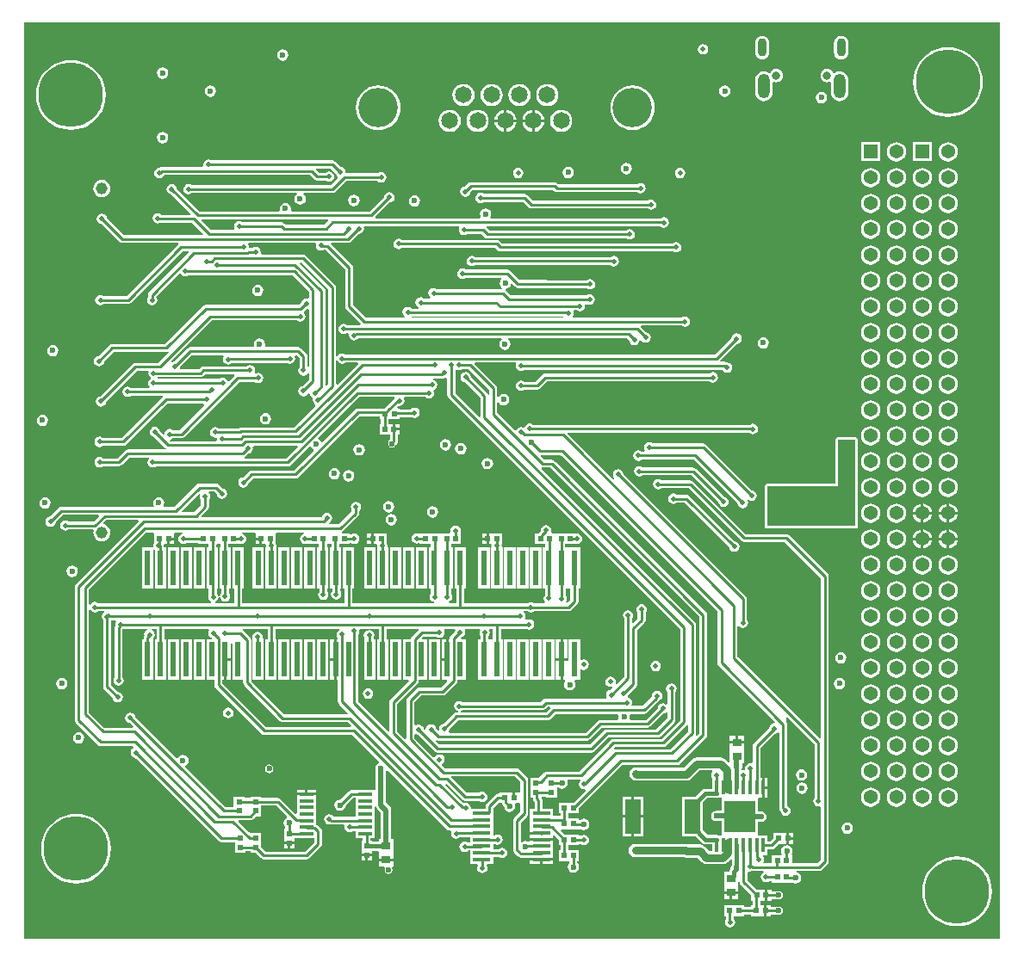
<source format=gbr>
%TF.GenerationSoftware,Altium Limited,Altium Designer,21.8.1 (53)*%
G04 Layer_Physical_Order=4*
G04 Layer_Color=16711680*
%FSLAX45Y45*%
%MOMM*%
%TF.SameCoordinates,27AF3B28-2B88-43EB-8C06-45BE792F9E07*%
%TF.FilePolarity,Positive*%
%TF.FileFunction,Copper,L4,Bot,Signal*%
%TF.Part,Single*%
G01*
G75*
%TA.AperFunction,SMDPad,CuDef*%
%ADD10R,0.55000X0.55000*%
%ADD11R,0.55000X0.55000*%
%ADD17R,1.40000X0.35000*%
%ADD28R,0.90000X0.80000*%
%TA.AperFunction,Conductor*%
%ADD32C,0.76200*%
%ADD33C,0.25400*%
%ADD36C,0.50800*%
%ADD37C,0.38100*%
%TA.AperFunction,ComponentPad*%
%ADD38C,3.86080*%
%ADD39C,1.65100*%
%ADD40C,0.80000*%
%ADD41O,1.20000X2.40000*%
%ADD42O,0.90000X1.80000*%
%ADD43C,1.16300*%
%ADD44C,1.37000*%
%ADD45R,1.37000X1.37000*%
%ADD46C,6.35000*%
%TA.AperFunction,ViaPad*%
%ADD47C,0.50000*%
%ADD48C,0.60000*%
%TA.AperFunction,TestPad*%
%ADD49C,0.50000*%
%TA.AperFunction,SMDPad,CuDef*%
%ADD65R,0.60000X3.50000*%
%ADD66R,3.05000X3.05000*%
%ADD67R,0.35000X1.40000*%
%ADD68R,1.78000X0.42000*%
%ADD69R,1.49000X3.42000*%
G36*
X9588500D02*
X0D01*
Y9017000D01*
X9588500D01*
Y0D01*
D02*
G37*
%LPC*%
G36*
X6672580Y8806767D02*
X6652915Y8802856D01*
X6636244Y8791716D01*
X6625104Y8775045D01*
X6621193Y8755380D01*
X6625104Y8735715D01*
X6636244Y8719044D01*
X6652915Y8707904D01*
X6672580Y8703993D01*
X6692245Y8707904D01*
X6708916Y8719044D01*
X6720056Y8735715D01*
X6723967Y8755380D01*
X6720056Y8775045D01*
X6708916Y8791716D01*
X6692245Y8802856D01*
X6672580Y8806767D01*
D02*
G37*
G36*
X8028900Y8887307D02*
X8010522Y8884888D01*
X7993396Y8877794D01*
X7978690Y8866510D01*
X7967406Y8851803D01*
X7960312Y8834678D01*
X7957893Y8816300D01*
Y8726300D01*
X7960312Y8707922D01*
X7967406Y8690796D01*
X7978690Y8676090D01*
X7993396Y8664806D01*
X8010522Y8657712D01*
X8028900Y8655293D01*
X8047278Y8657712D01*
X8064404Y8664806D01*
X8079110Y8676090D01*
X8090394Y8690796D01*
X8097488Y8707922D01*
X8099908Y8726300D01*
Y8816300D01*
X8097488Y8834678D01*
X8090394Y8851803D01*
X8079110Y8866510D01*
X8064404Y8877794D01*
X8047278Y8884888D01*
X8028900Y8887307D01*
D02*
G37*
G36*
X7253900D02*
X7235522Y8884888D01*
X7218396Y8877794D01*
X7203690Y8866510D01*
X7192406Y8851803D01*
X7185312Y8834678D01*
X7182892Y8816300D01*
Y8726300D01*
X7185312Y8707922D01*
X7192406Y8690796D01*
X7203690Y8676090D01*
X7218396Y8664806D01*
X7235522Y8657712D01*
X7253900Y8655293D01*
X7272278Y8657712D01*
X7289404Y8664806D01*
X7304110Y8676090D01*
X7315394Y8690796D01*
X7322488Y8707922D01*
X7324907Y8726300D01*
Y8816300D01*
X7322488Y8834678D01*
X7315394Y8851803D01*
X7304110Y8866510D01*
X7289404Y8877794D01*
X7272278Y8884888D01*
X7253900Y8887307D01*
D02*
G37*
G36*
X2540000Y8755985D02*
X2518384Y8751686D01*
X2500059Y8739441D01*
X2487814Y8721116D01*
X2483515Y8699500D01*
X2487814Y8677884D01*
X2500059Y8659559D01*
X2518384Y8647314D01*
X2540000Y8643015D01*
X2561616Y8647314D01*
X2579941Y8659559D01*
X2592186Y8677884D01*
X2596485Y8699500D01*
X2592186Y8721116D01*
X2579941Y8739441D01*
X2561616Y8751686D01*
X2540000Y8755985D01*
D02*
G37*
G36*
X7391400Y8562264D02*
X7374327Y8560017D01*
X7358418Y8553427D01*
X7344756Y8542944D01*
X7334273Y8529282D01*
X7331822Y8523363D01*
X7319554Y8520076D01*
X7311968Y8525897D01*
X7291194Y8534502D01*
X7268900Y8537437D01*
X7246606Y8534502D01*
X7225832Y8525897D01*
X7207992Y8512208D01*
X7194304Y8494368D01*
X7185698Y8473594D01*
X7182763Y8451300D01*
Y8331300D01*
X7185698Y8309006D01*
X7194304Y8288232D01*
X7207992Y8270392D01*
X7225832Y8256703D01*
X7246606Y8248098D01*
X7268900Y8245163D01*
X7291194Y8248098D01*
X7311968Y8256703D01*
X7329808Y8270392D01*
X7343497Y8288232D01*
X7352102Y8309006D01*
X7355037Y8331300D01*
Y8426827D01*
X7367737Y8435313D01*
X7374327Y8432583D01*
X7391400Y8430336D01*
X7408473Y8432583D01*
X7424382Y8439173D01*
X7438044Y8449656D01*
X7448527Y8463318D01*
X7455117Y8479227D01*
X7457364Y8496300D01*
X7455117Y8513373D01*
X7448527Y8529282D01*
X7438044Y8542944D01*
X7424382Y8553427D01*
X7408473Y8560017D01*
X7391400Y8562264D01*
D02*
G37*
G36*
X1358900Y8578185D02*
X1337284Y8573886D01*
X1318959Y8561641D01*
X1306714Y8543316D01*
X1302415Y8521700D01*
X1306714Y8500084D01*
X1318959Y8481759D01*
X1337284Y8469514D01*
X1358900Y8465215D01*
X1380516Y8469514D01*
X1398841Y8481759D01*
X1411086Y8500084D01*
X1415385Y8521700D01*
X1411086Y8543316D01*
X1398841Y8561641D01*
X1380516Y8573886D01*
X1358900Y8578185D01*
D02*
G37*
G36*
X6885940Y8400385D02*
X6864324Y8396086D01*
X6845999Y8383841D01*
X6833754Y8365516D01*
X6829455Y8343900D01*
X6833754Y8322284D01*
X6845999Y8303959D01*
X6864324Y8291714D01*
X6885940Y8287415D01*
X6907556Y8291714D01*
X6925881Y8303959D01*
X6938126Y8322284D01*
X6942425Y8343900D01*
X6938126Y8365516D01*
X6925881Y8383841D01*
X6907556Y8396086D01*
X6885940Y8400385D01*
D02*
G37*
G36*
X1828800D02*
X1807184Y8396086D01*
X1788859Y8383841D01*
X1776614Y8365516D01*
X1772315Y8343900D01*
X1776614Y8322284D01*
X1788859Y8303959D01*
X1807184Y8291714D01*
X1828800Y8287415D01*
X1850416Y8291714D01*
X1868741Y8303959D01*
X1880986Y8322284D01*
X1885285Y8343900D01*
X1880986Y8365516D01*
X1868741Y8383841D01*
X1850416Y8396086D01*
X1828800Y8400385D01*
D02*
G37*
G36*
X7891400Y8562264D02*
X7874327Y8560017D01*
X7858418Y8553427D01*
X7844756Y8542944D01*
X7834273Y8529282D01*
X7827683Y8513373D01*
X7825436Y8496300D01*
X7827683Y8479227D01*
X7834273Y8463318D01*
X7844756Y8449656D01*
X7858418Y8439173D01*
X7874327Y8432583D01*
X7891400Y8430336D01*
X7908473Y8432583D01*
X7915063Y8435313D01*
X7927763Y8426827D01*
Y8331300D01*
X7930698Y8309006D01*
X7939303Y8288232D01*
X7952992Y8270392D01*
X7970832Y8256703D01*
X7991606Y8248098D01*
X8013900Y8245163D01*
X8036194Y8248098D01*
X8056968Y8256703D01*
X8074808Y8270392D01*
X8088496Y8288232D01*
X8097102Y8309006D01*
X8100037Y8331300D01*
Y8451300D01*
X8097102Y8473594D01*
X8088496Y8494368D01*
X8074808Y8512208D01*
X8056968Y8525897D01*
X8036194Y8534502D01*
X8013900Y8537437D01*
X7991606Y8534502D01*
X7970832Y8525897D01*
X7963246Y8520076D01*
X7950979Y8523363D01*
X7948527Y8529282D01*
X7938044Y8542944D01*
X7924382Y8553427D01*
X7908473Y8560017D01*
X7891400Y8562264D01*
D02*
G37*
G36*
X7835900Y8336885D02*
X7814284Y8332586D01*
X7795959Y8320341D01*
X7783714Y8302016D01*
X7779415Y8280400D01*
X7783714Y8258784D01*
X7795959Y8240459D01*
X7814284Y8228214D01*
X7835900Y8223915D01*
X7857516Y8228214D01*
X7875841Y8240459D01*
X7888086Y8258784D01*
X7892385Y8280400D01*
X7888086Y8302016D01*
X7875841Y8320341D01*
X7857516Y8332586D01*
X7835900Y8336885D01*
D02*
G37*
G36*
X5140300Y8414681D02*
X5112119Y8410971D01*
X5085859Y8400094D01*
X5063309Y8382791D01*
X5046006Y8360241D01*
X5035128Y8333981D01*
X5031418Y8305800D01*
X5035128Y8277619D01*
X5046006Y8251359D01*
X5063309Y8228809D01*
X5085859Y8211506D01*
X5112119Y8200629D01*
X5140300Y8196919D01*
X5168480Y8200629D01*
X5194740Y8211506D01*
X5217291Y8228809D01*
X5234594Y8251359D01*
X5245471Y8277619D01*
X5249181Y8305800D01*
X5245471Y8333981D01*
X5234594Y8360241D01*
X5217291Y8382791D01*
X5194740Y8400094D01*
X5168480Y8410971D01*
X5140300Y8414681D01*
D02*
G37*
G36*
X4866300D02*
X4838119Y8410971D01*
X4811859Y8400094D01*
X4789309Y8382791D01*
X4772006Y8360241D01*
X4761128Y8333981D01*
X4757418Y8305800D01*
X4761128Y8277619D01*
X4772006Y8251359D01*
X4789309Y8228809D01*
X4811859Y8211506D01*
X4838119Y8200629D01*
X4866300Y8196919D01*
X4894480Y8200629D01*
X4920740Y8211506D01*
X4943291Y8228809D01*
X4960594Y8251359D01*
X4971471Y8277619D01*
X4975181Y8305800D01*
X4971471Y8333981D01*
X4960594Y8360241D01*
X4943291Y8382791D01*
X4920740Y8400094D01*
X4894480Y8410971D01*
X4866300Y8414681D01*
D02*
G37*
G36*
X4592300D02*
X4564119Y8410971D01*
X4537859Y8400094D01*
X4515309Y8382791D01*
X4498006Y8360241D01*
X4487128Y8333981D01*
X4483419Y8305800D01*
X4487128Y8277619D01*
X4498006Y8251359D01*
X4515309Y8228809D01*
X4537859Y8211506D01*
X4564119Y8200629D01*
X4592300Y8196919D01*
X4620480Y8200629D01*
X4646741Y8211506D01*
X4669291Y8228809D01*
X4686594Y8251359D01*
X4697471Y8277619D01*
X4701181Y8305800D01*
X4697471Y8333981D01*
X4686594Y8360241D01*
X4669291Y8382791D01*
X4646741Y8400094D01*
X4620480Y8410971D01*
X4592300Y8414681D01*
D02*
G37*
G36*
X4318300D02*
X4290119Y8410971D01*
X4263859Y8400094D01*
X4241309Y8382791D01*
X4224006Y8360241D01*
X4213128Y8333981D01*
X4209419Y8305800D01*
X4213128Y8277619D01*
X4224006Y8251359D01*
X4241309Y8228809D01*
X4263859Y8211506D01*
X4290119Y8200629D01*
X4318300Y8196919D01*
X4346481Y8200629D01*
X4372741Y8211506D01*
X4395291Y8228809D01*
X4412594Y8251359D01*
X4423471Y8277619D01*
X4427181Y8305800D01*
X4423471Y8333981D01*
X4412594Y8360241D01*
X4395291Y8382791D01*
X4372741Y8400094D01*
X4346481Y8410971D01*
X4318300Y8414681D01*
D02*
G37*
G36*
X9080500Y8776760D02*
X9026693Y8772526D01*
X8974210Y8759926D01*
X8924345Y8739271D01*
X8878325Y8711070D01*
X8837283Y8676017D01*
X8802230Y8634975D01*
X8774029Y8588955D01*
X8753374Y8539090D01*
X8740774Y8486607D01*
X8736540Y8432800D01*
X8740774Y8378993D01*
X8753374Y8326510D01*
X8774029Y8276645D01*
X8802230Y8230625D01*
X8837283Y8189583D01*
X8878325Y8154530D01*
X8924345Y8126329D01*
X8974210Y8105674D01*
X9026693Y8093074D01*
X9080500Y8088840D01*
X9134307Y8093074D01*
X9186790Y8105674D01*
X9236655Y8126329D01*
X9282675Y8154530D01*
X9323717Y8189583D01*
X9358770Y8230625D01*
X9386971Y8276645D01*
X9407626Y8326510D01*
X9420226Y8378993D01*
X9424460Y8432800D01*
X9420226Y8486607D01*
X9407626Y8539090D01*
X9386971Y8588955D01*
X9358770Y8634975D01*
X9323717Y8676017D01*
X9282675Y8711070D01*
X9236655Y8739271D01*
X9186790Y8759926D01*
X9134307Y8772526D01*
X9080500Y8776760D01*
D02*
G37*
G36*
X5016000Y8159009D02*
Y8064500D01*
X5110509D01*
X5108471Y8079981D01*
X5097594Y8106241D01*
X5080291Y8128791D01*
X5057740Y8146094D01*
X5031480Y8156971D01*
X5016000Y8159009D01*
D02*
G37*
G36*
X4742000D02*
Y8064500D01*
X4836510D01*
X4834471Y8079981D01*
X4823594Y8106241D01*
X4806291Y8128791D01*
X4783740Y8146094D01*
X4757480Y8156971D01*
X4742000Y8159009D01*
D02*
G37*
G36*
X4990600Y8159010D02*
X4975119Y8156971D01*
X4948859Y8146094D01*
X4926309Y8128791D01*
X4909006Y8106241D01*
X4898128Y8079981D01*
X4896090Y8064500D01*
X4990600D01*
Y8159010D01*
D02*
G37*
G36*
X4716600D02*
X4701119Y8156971D01*
X4674859Y8146094D01*
X4652309Y8128791D01*
X4635006Y8106241D01*
X4624128Y8079981D01*
X4622090Y8064500D01*
X4716600D01*
Y8159010D01*
D02*
G37*
G36*
X457200Y8649760D02*
X403393Y8645526D01*
X350910Y8632926D01*
X301045Y8612271D01*
X255025Y8584070D01*
X213983Y8549017D01*
X178930Y8507975D01*
X150729Y8461955D01*
X130074Y8412090D01*
X117474Y8359607D01*
X113240Y8305800D01*
X117474Y8251993D01*
X130074Y8199510D01*
X150729Y8149645D01*
X178930Y8103625D01*
X213983Y8062583D01*
X255025Y8027530D01*
X301045Y7999329D01*
X350910Y7978674D01*
X403393Y7966074D01*
X457200Y7961840D01*
X511007Y7966074D01*
X563490Y7978674D01*
X613355Y7999329D01*
X659375Y8027530D01*
X700417Y8062583D01*
X735470Y8103625D01*
X763671Y8149645D01*
X784326Y8199510D01*
X796926Y8251993D01*
X801160Y8305800D01*
X796926Y8359607D01*
X784326Y8412090D01*
X763671Y8461955D01*
X735470Y8507975D01*
X700417Y8549017D01*
X659375Y8584070D01*
X613355Y8612271D01*
X563490Y8632926D01*
X511007Y8645526D01*
X457200Y8649760D01*
D02*
G37*
G36*
X5978800Y8398297D02*
X5935978Y8394079D01*
X5894802Y8381589D01*
X5856854Y8361305D01*
X5823592Y8334008D01*
X5796295Y8300746D01*
X5776011Y8262798D01*
X5763521Y8221622D01*
X5759303Y8178800D01*
X5763521Y8135978D01*
X5776011Y8094802D01*
X5796295Y8056854D01*
X5823592Y8023592D01*
X5856854Y7996295D01*
X5894802Y7976011D01*
X5935978Y7963521D01*
X5978800Y7959303D01*
X6021621Y7963521D01*
X6062798Y7976011D01*
X6100746Y7996295D01*
X6134008Y8023592D01*
X6161305Y8056854D01*
X6181589Y8094802D01*
X6194079Y8135978D01*
X6198297Y8178800D01*
X6194079Y8221622D01*
X6181589Y8262798D01*
X6161305Y8300746D01*
X6134008Y8334008D01*
X6100746Y8361305D01*
X6062798Y8381589D01*
X6021621Y8394079D01*
X5978800Y8398297D01*
D02*
G37*
G36*
X3479800D02*
X3436978Y8394079D01*
X3395802Y8381589D01*
X3357854Y8361305D01*
X3324592Y8334008D01*
X3297295Y8300746D01*
X3277011Y8262798D01*
X3264521Y8221622D01*
X3260303Y8178800D01*
X3264521Y8135978D01*
X3277011Y8094802D01*
X3297295Y8056854D01*
X3324592Y8023592D01*
X3357854Y7996295D01*
X3395802Y7976011D01*
X3436978Y7963521D01*
X3479800Y7959303D01*
X3522622Y7963521D01*
X3563798Y7976011D01*
X3601746Y7996295D01*
X3635008Y8023592D01*
X3662305Y8056854D01*
X3682589Y8094802D01*
X3695079Y8135978D01*
X3699297Y8178800D01*
X3695079Y8221622D01*
X3682589Y8262798D01*
X3662305Y8300746D01*
X3635008Y8334008D01*
X3601746Y8361305D01*
X3563798Y8381589D01*
X3522622Y8394079D01*
X3479800Y8398297D01*
D02*
G37*
G36*
X5110509Y8039100D02*
X5016000D01*
Y7944591D01*
X5031480Y7946629D01*
X5057740Y7957506D01*
X5080291Y7974809D01*
X5097594Y7997359D01*
X5108471Y8023619D01*
X5110509Y8039100D01*
D02*
G37*
G36*
X4836510D02*
X4742000D01*
Y7944591D01*
X4757480Y7946629D01*
X4783740Y7957506D01*
X4806291Y7974809D01*
X4823594Y7997359D01*
X4834471Y8023619D01*
X4836510Y8039100D01*
D02*
G37*
G36*
X4990600D02*
X4896090D01*
X4898128Y8023619D01*
X4909006Y7997359D01*
X4926309Y7974809D01*
X4948859Y7957506D01*
X4975119Y7946629D01*
X4990600Y7944590D01*
Y8039100D01*
D02*
G37*
G36*
X4716600D02*
X4622090D01*
X4624128Y8023619D01*
X4635006Y7997359D01*
X4652309Y7974809D01*
X4674859Y7957506D01*
X4701119Y7946629D01*
X4716600Y7944590D01*
Y8039100D01*
D02*
G37*
G36*
X5277300Y8160681D02*
X5249119Y8156971D01*
X5222859Y8146094D01*
X5200309Y8128791D01*
X5183006Y8106241D01*
X5172128Y8079981D01*
X5168418Y8051800D01*
X5172128Y8023619D01*
X5183006Y7997359D01*
X5200309Y7974809D01*
X5222859Y7957506D01*
X5249119Y7946629D01*
X5277300Y7942919D01*
X5305480Y7946629D01*
X5331740Y7957506D01*
X5354291Y7974809D01*
X5371594Y7997359D01*
X5382471Y8023619D01*
X5386181Y8051800D01*
X5382471Y8079981D01*
X5371594Y8106241D01*
X5354291Y8128791D01*
X5331740Y8146094D01*
X5305480Y8156971D01*
X5277300Y8160681D01*
D02*
G37*
G36*
X4455300D02*
X4427119Y8156971D01*
X4400859Y8146094D01*
X4378309Y8128791D01*
X4361006Y8106241D01*
X4350128Y8079981D01*
X4346419Y8051800D01*
X4350128Y8023619D01*
X4361006Y7997359D01*
X4378309Y7974809D01*
X4400859Y7957506D01*
X4427119Y7946629D01*
X4455300Y7942919D01*
X4483480Y7946629D01*
X4509741Y7957506D01*
X4532291Y7974809D01*
X4549594Y7997359D01*
X4560471Y8023619D01*
X4564181Y8051800D01*
X4560471Y8079981D01*
X4549594Y8106241D01*
X4532291Y8128791D01*
X4509741Y8146094D01*
X4483480Y8156971D01*
X4455300Y8160681D01*
D02*
G37*
G36*
X4181300D02*
X4153119Y8156971D01*
X4126859Y8146094D01*
X4104309Y8128791D01*
X4087006Y8106241D01*
X4076129Y8079981D01*
X4072419Y8051800D01*
X4076129Y8023619D01*
X4087006Y7997359D01*
X4104309Y7974809D01*
X4126859Y7957506D01*
X4153119Y7946629D01*
X4181300Y7942919D01*
X4209481Y7946629D01*
X4235741Y7957506D01*
X4258291Y7974809D01*
X4275594Y7997359D01*
X4286471Y8023619D01*
X4290181Y8051800D01*
X4286471Y8079981D01*
X4275594Y8106241D01*
X4258291Y8128791D01*
X4235741Y8146094D01*
X4209481Y8156971D01*
X4181300Y8160681D01*
D02*
G37*
G36*
X1358900Y7943185D02*
X1337284Y7938886D01*
X1318959Y7926641D01*
X1306714Y7908316D01*
X1302415Y7886700D01*
X1306714Y7865084D01*
X1318959Y7846759D01*
X1337284Y7834514D01*
X1358900Y7830215D01*
X1380516Y7834514D01*
X1398841Y7846759D01*
X1411086Y7865084D01*
X1415385Y7886700D01*
X1411086Y7908316D01*
X1398841Y7926641D01*
X1380516Y7938886D01*
X1358900Y7943185D01*
D02*
G37*
G36*
X8920400Y7840900D02*
X8732600D01*
Y7653100D01*
X8920400D01*
Y7840900D01*
D02*
G37*
G36*
X8412400D02*
X8224600D01*
Y7653100D01*
X8412400D01*
Y7840900D01*
D02*
G37*
G36*
X9080500Y7841710D02*
X9055987Y7838483D01*
X9033144Y7829021D01*
X9013530Y7813970D01*
X8998478Y7794355D01*
X8989017Y7771513D01*
X8985789Y7747000D01*
X8989017Y7722487D01*
X8998478Y7699645D01*
X9013530Y7680030D01*
X9033144Y7664979D01*
X9055987Y7655517D01*
X9080500Y7652290D01*
X9105013Y7655517D01*
X9127855Y7664979D01*
X9147470Y7680030D01*
X9162521Y7699645D01*
X9171983Y7722487D01*
X9175210Y7747000D01*
X9171983Y7771513D01*
X9162521Y7794355D01*
X9147470Y7813970D01*
X9127855Y7829021D01*
X9105013Y7838483D01*
X9080500Y7841710D01*
D02*
G37*
G36*
X8572500D02*
X8547987Y7838483D01*
X8525144Y7829021D01*
X8505530Y7813970D01*
X8490478Y7794355D01*
X8481017Y7771513D01*
X8477789Y7747000D01*
X8481017Y7722487D01*
X8490478Y7699645D01*
X8505530Y7680030D01*
X8525144Y7664979D01*
X8547987Y7655517D01*
X8572500Y7652290D01*
X8597013Y7655517D01*
X8619855Y7664979D01*
X8639470Y7680030D01*
X8654521Y7699645D01*
X8663983Y7722487D01*
X8667210Y7747000D01*
X8663983Y7771513D01*
X8654521Y7794355D01*
X8639470Y7813970D01*
X8619855Y7829021D01*
X8597013Y7838483D01*
X8572500Y7841710D01*
D02*
G37*
G36*
X1811020Y7673527D02*
X1791355Y7669616D01*
X1774684Y7658476D01*
X1763544Y7641805D01*
X1759633Y7622140D01*
X1761931Y7610587D01*
X1752499Y7597887D01*
X1352857D01*
X1337991Y7594929D01*
X1329651Y7589357D01*
X1325880Y7590107D01*
X1306215Y7586196D01*
X1289544Y7575056D01*
X1278404Y7558385D01*
X1274493Y7538720D01*
X1278404Y7519055D01*
X1289544Y7502384D01*
X1306215Y7491244D01*
X1325880Y7487333D01*
X1345545Y7491244D01*
X1362216Y7502384D01*
X1373356Y7519055D01*
X1373582Y7520193D01*
X2805850D01*
X2850352Y7475691D01*
X2862954Y7467271D01*
X2877820Y7464313D01*
X2962081D01*
X2974995Y7455684D01*
X2994660Y7451773D01*
X3014325Y7455684D01*
X3030996Y7466824D01*
X3042136Y7483495D01*
X3046047Y7503160D01*
X3042136Y7522825D01*
X3030996Y7539496D01*
X3014325Y7550636D01*
X2994660Y7554547D01*
X2974995Y7550636D01*
X2962081Y7542007D01*
X2893911D01*
X2863957Y7571960D01*
X2868817Y7583693D01*
X3014129D01*
X3055914Y7541909D01*
X3058944Y7526675D01*
X3070084Y7510004D01*
X3079878Y7503459D01*
X3082189Y7487809D01*
X3011926Y7417547D01*
X1645479D01*
X1632565Y7426176D01*
X1612900Y7430087D01*
X1593235Y7426176D01*
X1576564Y7415036D01*
X1565424Y7398365D01*
X1561513Y7378700D01*
X1565424Y7359035D01*
X1576564Y7342364D01*
X1593235Y7331224D01*
X1612900Y7327313D01*
X1632565Y7331224D01*
X1645479Y7339853D01*
X2673702D01*
X2677554Y7327153D01*
X2670673Y7322556D01*
X2658429Y7304230D01*
X2654129Y7282614D01*
X2658429Y7260998D01*
X2670673Y7242673D01*
X2688998Y7230429D01*
X2710614Y7226129D01*
X2732230Y7230429D01*
X2750556Y7242673D01*
X2762800Y7260998D01*
X2767100Y7282614D01*
X2762800Y7304230D01*
X2750556Y7322556D01*
X2743674Y7327153D01*
X2747527Y7339853D01*
X3028017D01*
X3042883Y7342811D01*
X3055485Y7351231D01*
X3163487Y7459233D01*
X3471384D01*
X3471404Y7459204D01*
X3488075Y7448064D01*
X3507740Y7444153D01*
X3527405Y7448064D01*
X3544076Y7459204D01*
X3555216Y7475875D01*
X3559127Y7495540D01*
X3555216Y7515205D01*
X3544076Y7531876D01*
X3527405Y7543016D01*
X3507740Y7546927D01*
X3488075Y7543016D01*
X3478962Y7536927D01*
X3165533D01*
X3157807Y7546340D01*
X3153896Y7566005D01*
X3142756Y7582676D01*
X3126085Y7593816D01*
X3110851Y7596846D01*
X3057689Y7650009D01*
X3045086Y7658429D01*
X3030220Y7661387D01*
X1843001D01*
X1830685Y7669616D01*
X1811020Y7673527D01*
D02*
G37*
G36*
X5918200Y7638385D02*
X5896584Y7634086D01*
X5878259Y7621841D01*
X5866014Y7603516D01*
X5861715Y7581900D01*
X5866014Y7560284D01*
X5878259Y7541959D01*
X5896584Y7529714D01*
X5918200Y7525415D01*
X5939816Y7529714D01*
X5958141Y7541959D01*
X5970386Y7560284D01*
X5974685Y7581900D01*
X5970386Y7603516D01*
X5958141Y7621841D01*
X5939816Y7634086D01*
X5918200Y7638385D01*
D02*
G37*
G36*
X6446520Y7590107D02*
X6426855Y7586196D01*
X6410184Y7575056D01*
X6399044Y7558385D01*
X6395133Y7538720D01*
X6399044Y7519055D01*
X6410184Y7502384D01*
X6426855Y7491244D01*
X6446520Y7487333D01*
X6466185Y7491244D01*
X6482856Y7502384D01*
X6493996Y7519055D01*
X6497907Y7538720D01*
X6493996Y7558385D01*
X6482856Y7575056D01*
X6466185Y7586196D01*
X6446520Y7590107D01*
D02*
G37*
G36*
X4853940D02*
X4834275Y7586196D01*
X4817604Y7575056D01*
X4806464Y7558385D01*
X4802553Y7538720D01*
X4806464Y7519055D01*
X4817604Y7502384D01*
X4834275Y7491244D01*
X4853940Y7487333D01*
X4873605Y7491244D01*
X4890276Y7502384D01*
X4901416Y7519055D01*
X4905327Y7538720D01*
X4901416Y7558385D01*
X4890276Y7575056D01*
X4873605Y7586196D01*
X4853940Y7590107D01*
D02*
G37*
G36*
X5346700Y7600285D02*
X5325084Y7595986D01*
X5306759Y7583741D01*
X5294514Y7565416D01*
X5290215Y7543800D01*
X5294514Y7522184D01*
X5306759Y7503859D01*
X5325084Y7491614D01*
X5346700Y7487315D01*
X5368316Y7491614D01*
X5386641Y7503859D01*
X5398886Y7522184D01*
X5403185Y7543800D01*
X5398886Y7565416D01*
X5386641Y7583741D01*
X5368316Y7595986D01*
X5346700Y7600285D01*
D02*
G37*
G36*
X9080500Y7587710D02*
X9055987Y7584483D01*
X9033144Y7575021D01*
X9013530Y7559970D01*
X8998478Y7540355D01*
X8989017Y7517513D01*
X8985789Y7493000D01*
X8989017Y7468487D01*
X8998478Y7445645D01*
X9013530Y7426030D01*
X9033144Y7410979D01*
X9055987Y7401517D01*
X9080500Y7398290D01*
X9105013Y7401517D01*
X9127855Y7410979D01*
X9147470Y7426030D01*
X9162521Y7445645D01*
X9171983Y7468487D01*
X9175210Y7493000D01*
X9171983Y7517513D01*
X9162521Y7540355D01*
X9147470Y7559970D01*
X9127855Y7575021D01*
X9105013Y7584483D01*
X9080500Y7587710D01*
D02*
G37*
G36*
X8826500D02*
X8801987Y7584483D01*
X8779144Y7575021D01*
X8759530Y7559970D01*
X8744478Y7540355D01*
X8735017Y7517513D01*
X8731789Y7493000D01*
X8735017Y7468487D01*
X8744478Y7445645D01*
X8759530Y7426030D01*
X8779144Y7410979D01*
X8801987Y7401517D01*
X8826500Y7398290D01*
X8851013Y7401517D01*
X8873855Y7410979D01*
X8893470Y7426030D01*
X8908521Y7445645D01*
X8917983Y7468487D01*
X8921210Y7493000D01*
X8917983Y7517513D01*
X8908521Y7540355D01*
X8893470Y7559970D01*
X8873855Y7575021D01*
X8851013Y7584483D01*
X8826500Y7587710D01*
D02*
G37*
G36*
X8572500D02*
X8547987Y7584483D01*
X8525144Y7575021D01*
X8505530Y7559970D01*
X8490478Y7540355D01*
X8481017Y7517513D01*
X8477789Y7493000D01*
X8481017Y7468487D01*
X8490478Y7445645D01*
X8505530Y7426030D01*
X8525144Y7410979D01*
X8547987Y7401517D01*
X8572500Y7398290D01*
X8597013Y7401517D01*
X8619855Y7410979D01*
X8639470Y7426030D01*
X8654521Y7445645D01*
X8663983Y7468487D01*
X8667210Y7493000D01*
X8663983Y7517513D01*
X8654521Y7540355D01*
X8639470Y7559970D01*
X8619855Y7575021D01*
X8597013Y7584483D01*
X8572500Y7587710D01*
D02*
G37*
G36*
X8318500D02*
X8293987Y7584483D01*
X8271144Y7575021D01*
X8251530Y7559970D01*
X8236478Y7540355D01*
X8227017Y7517513D01*
X8223789Y7493000D01*
X8227017Y7468487D01*
X8236478Y7445645D01*
X8251530Y7426030D01*
X8271144Y7410979D01*
X8293987Y7401517D01*
X8318500Y7398290D01*
X8343013Y7401517D01*
X8365855Y7410979D01*
X8385470Y7426030D01*
X8400521Y7445645D01*
X8409983Y7468487D01*
X8413210Y7493000D01*
X8409983Y7517513D01*
X8400521Y7540355D01*
X8385470Y7559970D01*
X8365855Y7575021D01*
X8343013Y7584483D01*
X8318500Y7587710D01*
D02*
G37*
G36*
X5213832Y7448027D02*
X4389120D01*
X4374254Y7445069D01*
X4361651Y7436649D01*
X4331349Y7406346D01*
X4316115Y7403316D01*
X4299444Y7392176D01*
X4288304Y7375505D01*
X4284393Y7355840D01*
X4288304Y7336175D01*
X4299444Y7319504D01*
X4316115Y7308364D01*
X4335780Y7304453D01*
X4355445Y7308364D01*
X4372116Y7319504D01*
X4383256Y7336175D01*
X4386286Y7351409D01*
X4405211Y7370333D01*
X5197741D01*
X5206683Y7361391D01*
X5219286Y7352971D01*
X5234152Y7350013D01*
X6022781D01*
X6035695Y7341384D01*
X6055360Y7337473D01*
X6075025Y7341384D01*
X6091696Y7352524D01*
X6102836Y7369195D01*
X6106747Y7388860D01*
X6102836Y7408525D01*
X6091696Y7425196D01*
X6075025Y7436336D01*
X6055360Y7440247D01*
X6035695Y7436336D01*
X6022781Y7427707D01*
X5250242D01*
X5241300Y7436649D01*
X5228697Y7445069D01*
X5213832Y7448027D01*
D02*
G37*
G36*
X762500Y7469571D02*
X740689Y7466699D01*
X720365Y7458281D01*
X702912Y7444888D01*
X689519Y7427435D01*
X681101Y7407111D01*
X678229Y7385300D01*
X681101Y7363489D01*
X689519Y7343165D01*
X702912Y7325712D01*
X720365Y7312319D01*
X740689Y7303901D01*
X762500Y7301029D01*
X784311Y7303901D01*
X804636Y7312319D01*
X822089Y7325712D01*
X835481Y7343165D01*
X843900Y7363489D01*
X846771Y7385300D01*
X843900Y7407111D01*
X835481Y7427435D01*
X822089Y7444888D01*
X804636Y7458281D01*
X784311Y7466699D01*
X762500Y7469571D01*
D02*
G37*
G36*
X3239400Y7325185D02*
X3217784Y7320886D01*
X3199459Y7308641D01*
X3187215Y7290316D01*
X3182915Y7268700D01*
X3187215Y7247084D01*
X3199459Y7228759D01*
X3217784Y7216514D01*
X3239400Y7212215D01*
X3261016Y7216514D01*
X3279341Y7228759D01*
X3291586Y7247084D01*
X3295885Y7268700D01*
X3291586Y7290316D01*
X3279341Y7308641D01*
X3261016Y7320886D01*
X3239400Y7325185D01*
D02*
G37*
G36*
X3835400Y7320885D02*
X3813784Y7316586D01*
X3795459Y7304341D01*
X3783214Y7286016D01*
X3778915Y7264400D01*
X3783214Y7242784D01*
X3795459Y7224459D01*
X3813784Y7212214D01*
X3835400Y7207915D01*
X3857016Y7212214D01*
X3875341Y7224459D01*
X3887586Y7242784D01*
X3891885Y7264400D01*
X3887586Y7286016D01*
X3875341Y7304341D01*
X3857016Y7316586D01*
X3835400Y7320885D01*
D02*
G37*
G36*
X4483100Y7343727D02*
X4463435Y7339816D01*
X4446764Y7328676D01*
X4435624Y7312005D01*
X4431713Y7292340D01*
X4435624Y7272675D01*
X4446764Y7256004D01*
X4463435Y7244864D01*
X4483100Y7240953D01*
X4502765Y7244864D01*
X4515679Y7253493D01*
X4901349D01*
X4956011Y7198831D01*
X4968614Y7190411D01*
X4983480Y7187453D01*
X6129461D01*
X6142375Y7178824D01*
X6162040Y7174913D01*
X6181705Y7178824D01*
X6198376Y7189964D01*
X6209516Y7206635D01*
X6213427Y7226300D01*
X6209516Y7245965D01*
X6198376Y7262636D01*
X6181705Y7273776D01*
X6162040Y7277687D01*
X6142375Y7273776D01*
X6129461Y7265147D01*
X4999571D01*
X4944909Y7319809D01*
X4932306Y7328229D01*
X4917440Y7331187D01*
X4515679D01*
X4502765Y7339816D01*
X4483100Y7343727D01*
D02*
G37*
G36*
X9080500Y7333710D02*
X9055987Y7330483D01*
X9033144Y7321021D01*
X9013530Y7305970D01*
X8998478Y7286355D01*
X8989017Y7263513D01*
X8985789Y7239000D01*
X8989017Y7214487D01*
X8998478Y7191645D01*
X9013530Y7172030D01*
X9033144Y7156979D01*
X9055987Y7147517D01*
X9080500Y7144290D01*
X9105013Y7147517D01*
X9127855Y7156979D01*
X9147470Y7172030D01*
X9162521Y7191645D01*
X9171983Y7214487D01*
X9175210Y7239000D01*
X9171983Y7263513D01*
X9162521Y7286355D01*
X9147470Y7305970D01*
X9127855Y7321021D01*
X9105013Y7330483D01*
X9080500Y7333710D01*
D02*
G37*
G36*
X8826500D02*
X8801987Y7330483D01*
X8779144Y7321021D01*
X8759530Y7305970D01*
X8744478Y7286355D01*
X8735017Y7263513D01*
X8731789Y7239000D01*
X8735017Y7214487D01*
X8744478Y7191645D01*
X8759530Y7172030D01*
X8779144Y7156979D01*
X8801987Y7147517D01*
X8826500Y7144290D01*
X8851013Y7147517D01*
X8873855Y7156979D01*
X8893470Y7172030D01*
X8908521Y7191645D01*
X8917983Y7214487D01*
X8921210Y7239000D01*
X8917983Y7263513D01*
X8908521Y7286355D01*
X8893470Y7305970D01*
X8873855Y7321021D01*
X8851013Y7330483D01*
X8826500Y7333710D01*
D02*
G37*
G36*
X8572500D02*
X8547987Y7330483D01*
X8525144Y7321021D01*
X8505530Y7305970D01*
X8490478Y7286355D01*
X8481017Y7263513D01*
X8477789Y7239000D01*
X8481017Y7214487D01*
X8490478Y7191645D01*
X8505530Y7172030D01*
X8525144Y7156979D01*
X8547987Y7147517D01*
X8572500Y7144290D01*
X8597013Y7147517D01*
X8619855Y7156979D01*
X8639470Y7172030D01*
X8654521Y7191645D01*
X8663983Y7214487D01*
X8667210Y7239000D01*
X8663983Y7263513D01*
X8654521Y7286355D01*
X8639470Y7305970D01*
X8619855Y7321021D01*
X8597013Y7330483D01*
X8572500Y7333710D01*
D02*
G37*
G36*
X8318500D02*
X8293987Y7330483D01*
X8271144Y7321021D01*
X8251530Y7305970D01*
X8236478Y7286355D01*
X8227017Y7263513D01*
X8223789Y7239000D01*
X8227017Y7214487D01*
X8236478Y7191645D01*
X8251530Y7172030D01*
X8271144Y7156979D01*
X8293987Y7147517D01*
X8318500Y7144290D01*
X8343013Y7147517D01*
X8365855Y7156979D01*
X8385470Y7172030D01*
X8400521Y7191645D01*
X8409983Y7214487D01*
X8413210Y7239000D01*
X8409983Y7263513D01*
X8400521Y7286355D01*
X8385470Y7305970D01*
X8365855Y7321021D01*
X8343013Y7330483D01*
X8318500Y7333710D01*
D02*
G37*
G36*
X1447800Y7430087D02*
X1428135Y7426176D01*
X1411464Y7415036D01*
X1400324Y7398365D01*
X1396413Y7378700D01*
X1400324Y7359035D01*
X1411464Y7342364D01*
X1428135Y7331224D01*
X1443369Y7328194D01*
X1632890Y7138673D01*
X1628030Y7126940D01*
X1347696D01*
X1346976Y7128016D01*
X1330305Y7139156D01*
X1310640Y7143067D01*
X1290975Y7139156D01*
X1274304Y7128016D01*
X1263164Y7111345D01*
X1259253Y7091680D01*
X1263164Y7072015D01*
X1274304Y7055344D01*
X1290975Y7044204D01*
X1310640Y7040293D01*
X1330305Y7044204D01*
X1337851Y7049247D01*
X1648656D01*
X1759243Y6938660D01*
X1754383Y6926926D01*
X976611D01*
X812506Y7091031D01*
X809476Y7106265D01*
X798336Y7122936D01*
X781665Y7134076D01*
X762000Y7137987D01*
X742335Y7134076D01*
X725664Y7122936D01*
X714524Y7106265D01*
X710613Y7086600D01*
X714524Y7066935D01*
X725664Y7050264D01*
X742335Y7039124D01*
X757569Y7036094D01*
X933051Y6860611D01*
X945654Y6852191D01*
X960520Y6849233D01*
X1508768D01*
X1512614Y6841047D01*
X1513155Y6836533D01*
X1001968Y6325347D01*
X779339D01*
X766425Y6333976D01*
X746760Y6337887D01*
X727095Y6333976D01*
X710424Y6322836D01*
X699284Y6306165D01*
X695373Y6286500D01*
X699284Y6266835D01*
X710424Y6250164D01*
X727095Y6239024D01*
X746760Y6235113D01*
X766425Y6239024D01*
X779339Y6247653D01*
X1018058D01*
X1032924Y6250611D01*
X1045527Y6259031D01*
X1557789Y6771294D01*
X1616886D01*
X1621746Y6759560D01*
X1228727Y6366540D01*
X1220306Y6353938D01*
X1217349Y6339072D01*
Y6320357D01*
X1208719Y6307443D01*
X1204808Y6287778D01*
X1208719Y6268113D01*
X1219859Y6251442D01*
X1236530Y6240302D01*
X1256195Y6236391D01*
X1275860Y6240302D01*
X1292531Y6251442D01*
X1303671Y6268113D01*
X1307582Y6287778D01*
X1303671Y6307443D01*
X1295042Y6320357D01*
Y6322981D01*
X1521349Y6549289D01*
X1536999Y6546978D01*
X1543544Y6537184D01*
X1560215Y6526044D01*
X1579880Y6522133D01*
X1599545Y6526044D01*
X1607252Y6531194D01*
X2638427D01*
X2798566Y6371055D01*
Y6312001D01*
X2785866Y6302569D01*
X2774312Y6304867D01*
X2754648Y6300956D01*
X2737976Y6289816D01*
X2726837Y6273145D01*
X2725196Y6264899D01*
X2701824Y6241527D01*
X1780540D01*
X1765674Y6238569D01*
X1753071Y6230149D01*
X1378369Y5855447D01*
X862990D01*
X848124Y5852489D01*
X835522Y5844069D01*
X729853Y5738400D01*
X714619Y5735370D01*
X697948Y5724230D01*
X686809Y5707559D01*
X682897Y5687894D01*
X686809Y5668229D01*
X697948Y5651558D01*
X714619Y5640418D01*
X734284Y5636507D01*
X753949Y5640418D01*
X770621Y5651558D01*
X781760Y5668229D01*
X784790Y5683463D01*
X879081Y5777753D01*
X1394460D01*
X1409326Y5780711D01*
X1412773Y5783014D01*
X1420869Y5773149D01*
X1317409Y5669690D01*
X1091863D01*
X1076997Y5666733D01*
X1064395Y5658312D01*
X747409Y5341326D01*
X732175Y5338296D01*
X715504Y5327156D01*
X704364Y5310485D01*
X700453Y5290820D01*
X704364Y5271155D01*
X715504Y5254484D01*
X732175Y5243344D01*
X751840Y5239433D01*
X771505Y5243344D01*
X788176Y5254484D01*
X799316Y5271155D01*
X802346Y5286389D01*
X1107954Y5591997D01*
X1211521D01*
X1220923Y5579296D01*
X1218613Y5567680D01*
X1222524Y5548015D01*
X1233664Y5531344D01*
X1238809Y5527906D01*
Y5512631D01*
X1231124Y5507496D01*
X1219984Y5490825D01*
X1216073Y5471160D01*
X1219984Y5451495D01*
X1230106Y5436347D01*
X1228366Y5429797D01*
X1224992Y5423647D01*
X1048579D01*
X1035665Y5432276D01*
X1016000Y5436187D01*
X996335Y5432276D01*
X979664Y5421136D01*
X968524Y5404465D01*
X964613Y5384800D01*
X968524Y5365135D01*
X979664Y5348464D01*
X996335Y5337324D01*
X1016000Y5333413D01*
X1035665Y5337324D01*
X1048579Y5345953D01*
X1355264D01*
X1356474Y5344360D01*
X1359956Y5333253D01*
X958349Y4931646D01*
X771658D01*
X758744Y4940276D01*
X739079Y4944187D01*
X719414Y4940276D01*
X702743Y4929136D01*
X691603Y4912465D01*
X687692Y4892800D01*
X691603Y4873135D01*
X702743Y4856464D01*
X719414Y4845324D01*
X739079Y4841413D01*
X758744Y4845324D01*
X771658Y4853953D01*
X974440D01*
X989305Y4856911D01*
X1001908Y4865331D01*
X1406330Y5269753D01*
X1755581D01*
X1765984Y5262802D01*
X1770004Y5248861D01*
X1528229Y5007087D01*
X1460059D01*
X1447145Y5015716D01*
X1427480Y5019627D01*
X1407815Y5015716D01*
X1391144Y5004576D01*
X1380004Y4987905D01*
X1376485Y4970213D01*
X1365032Y4963706D01*
X1333206Y4995531D01*
X1330176Y5010765D01*
X1319036Y5027436D01*
X1302365Y5038576D01*
X1282700Y5042487D01*
X1263035Y5038576D01*
X1246364Y5027436D01*
X1235224Y5010765D01*
X1231313Y4991100D01*
X1235224Y4971435D01*
X1246364Y4954764D01*
X1263035Y4943624D01*
X1278269Y4940594D01*
X1386511Y4832352D01*
X1391098Y4829287D01*
X1387246Y4816587D01*
X1016000D01*
X1001134Y4813629D01*
X988531Y4805209D01*
X914969Y4731646D01*
X771658D01*
X758744Y4740276D01*
X739079Y4744187D01*
X719414Y4740276D01*
X702743Y4729136D01*
X691603Y4712465D01*
X687692Y4692800D01*
X691603Y4673135D01*
X702743Y4656464D01*
X719414Y4645324D01*
X739079Y4641413D01*
X758744Y4645324D01*
X771658Y4653953D01*
X931060D01*
X945926Y4656910D01*
X958528Y4665331D01*
X1032091Y4738893D01*
X1219912D01*
X1223286Y4732743D01*
X1225026Y4726193D01*
X1214904Y4711045D01*
X1210993Y4691380D01*
X1214904Y4671715D01*
X1226044Y4655044D01*
X1242715Y4643904D01*
X1262380Y4639993D01*
X1282045Y4643904D01*
X1294959Y4652533D01*
X2591522D01*
X2606388Y4655491D01*
X2618990Y4663911D01*
X2801419Y4846340D01*
X2816057Y4843017D01*
X2825434Y4828984D01*
X2840811Y4818709D01*
X2844660Y4804597D01*
X2650909Y4610847D01*
X2232660D01*
X2217794Y4607889D01*
X2205191Y4599469D01*
X2149489Y4543766D01*
X2134255Y4540736D01*
X2117584Y4529596D01*
X2106444Y4512925D01*
X2102533Y4493260D01*
X2106444Y4473595D01*
X2117584Y4456924D01*
X2134255Y4445784D01*
X2153920Y4441873D01*
X2173585Y4445784D01*
X2190256Y4456924D01*
X2201396Y4473595D01*
X2204426Y4488829D01*
X2248751Y4533153D01*
X2667000D01*
X2681866Y4536111D01*
X2694469Y4544531D01*
X3294791Y5144854D01*
X3491840D01*
Y5116000D01*
X3505004D01*
Y5069400D01*
X3490400D01*
Y4963600D01*
X3594454D01*
Y4918593D01*
X3586951Y4911091D01*
X3578531Y4898489D01*
X3575573Y4883623D01*
Y4874260D01*
X3578531Y4859394D01*
X3586951Y4846791D01*
X3599554Y4838371D01*
X3614420Y4835413D01*
X3629286Y4838371D01*
X3641889Y4846791D01*
X3650309Y4859394D01*
X3651596Y4865861D01*
X3660769Y4875034D01*
X3669190Y4887637D01*
X3672147Y4902503D01*
Y4963600D01*
X3686200D01*
Y5003800D01*
X3633300D01*
Y5016500D01*
X3620600D01*
Y5069400D01*
X3582697D01*
Y5116000D01*
X3687640D01*
Y5135507D01*
X3809865D01*
X3815735Y5131584D01*
X3835400Y5127673D01*
X3855065Y5131584D01*
X3871736Y5142724D01*
X3882876Y5159395D01*
X3886787Y5179060D01*
X3882876Y5198725D01*
X3871736Y5215396D01*
X3855065Y5226536D01*
X3835400Y5230447D01*
X3815735Y5226536D01*
X3799064Y5215396D01*
X3797596Y5213200D01*
X3687640D01*
Y5221800D01*
X3668249D01*
X3663389Y5233533D01*
X3678341Y5248485D01*
X3685540Y5247053D01*
X3705205Y5250964D01*
X3721876Y5262104D01*
X3733016Y5278775D01*
X3736927Y5298440D01*
X3733016Y5318105D01*
X3730378Y5322053D01*
X3736364Y5333253D01*
X3941284D01*
X3941304Y5333224D01*
X3957975Y5322084D01*
X3977640Y5318173D01*
X3997305Y5322084D01*
X4013976Y5333224D01*
X4025116Y5349895D01*
X4029027Y5369560D01*
X4025116Y5389225D01*
X4021941Y5393975D01*
X4026802Y5405709D01*
X4027785Y5405904D01*
X4044456Y5417044D01*
X4055596Y5433715D01*
X4059507Y5453380D01*
X4055596Y5473045D01*
X4044456Y5489716D01*
X4027785Y5500856D01*
X4014825Y5503433D01*
X4016076Y5516133D01*
X4102953D01*
X4117819Y5519091D01*
X4124913Y5523830D01*
X4129029Y5523012D01*
X4144533Y5526096D01*
X4157233Y5518518D01*
Y5354320D01*
X4160191Y5339454D01*
X4168611Y5326852D01*
X6445773Y3049690D01*
Y2149691D01*
X6265329Y1969247D01*
X5791200D01*
X5776334Y1966289D01*
X5763731Y1957869D01*
X5455069Y1649207D01*
X5138420D01*
X5123554Y1646249D01*
X5110951Y1637829D01*
X5072851Y1599729D01*
X5072851Y1599728D01*
X5058743Y1585620D01*
X4976300D01*
Y1479820D01*
Y1389820D01*
X4998912D01*
Y1383585D01*
X5001869Y1368719D01*
X5010290Y1356116D01*
X5014953Y1351453D01*
Y1284820D01*
X4967500D01*
Y1192020D01*
Y1127020D01*
Y1062020D01*
Y1056120D01*
X5081900D01*
Y1030720D01*
X4967500D01*
Y991120D01*
X5081900D01*
X5196300D01*
Y1017823D01*
X5208033Y1022683D01*
X5255700Y975016D01*
Y924153D01*
X5269753D01*
Y873320D01*
X5255700D01*
Y767520D01*
X5359203D01*
Y749700D01*
X5357559Y748601D01*
X5345314Y730276D01*
X5341015Y708660D01*
X5345314Y687044D01*
X5357559Y668719D01*
X5375884Y656474D01*
X5397500Y652175D01*
X5419116Y656474D01*
X5437441Y668719D01*
X5449686Y687044D01*
X5453985Y708660D01*
X5449686Y730276D01*
X5437441Y748601D01*
X5436896Y748965D01*
Y767520D01*
X5451500D01*
Y873320D01*
X5347447D01*
Y924153D01*
X5451500D01*
Y937360D01*
X5467794D01*
X5481975Y927884D01*
X5501640Y923973D01*
X5521305Y927884D01*
X5537976Y939024D01*
X5549116Y955695D01*
X5553027Y975360D01*
X5549116Y995025D01*
X5537976Y1011696D01*
X5521305Y1022836D01*
X5501640Y1026747D01*
X5481975Y1022836D01*
X5470328Y1015053D01*
X5451500D01*
Y1029953D01*
X5310637D01*
X5271537Y1069053D01*
X5276397Y1080787D01*
X5451500D01*
X5451500Y1080786D01*
X5464200Y1084450D01*
X5477484Y1075574D01*
X5499100Y1071275D01*
X5520716Y1075574D01*
X5539041Y1087819D01*
X5551286Y1106144D01*
X5555585Y1127760D01*
X5551286Y1149376D01*
X5539041Y1167701D01*
X5520716Y1179946D01*
X5499100Y1184245D01*
X5477484Y1179946D01*
X5464200Y1171070D01*
X5451500Y1175042D01*
Y1186586D01*
X5347447D01*
Y1237420D01*
X5451500D01*
Y1288282D01*
X5876971Y1713753D01*
X6413500D01*
X6428366Y1716711D01*
X6440969Y1725131D01*
X6700049Y1984211D01*
X6708469Y1996814D01*
X6711427Y2011680D01*
Y3190240D01*
X6708469Y3205106D01*
X6700049Y3217709D01*
X5211609Y4706149D01*
X5199006Y4714569D01*
X5184140Y4717527D01*
X5108791D01*
X5074724Y4751593D01*
X5079984Y4764293D01*
X5274729D01*
X6814073Y3224949D01*
Y2720340D01*
X6817031Y2705474D01*
X6825451Y2692871D01*
X7383265Y2135058D01*
X7377009Y2123353D01*
X7373620Y2124027D01*
X7353955Y2120116D01*
X7337284Y2108976D01*
X7326144Y2092305D01*
X7323114Y2077072D01*
X7170831Y1924788D01*
X7162410Y1912186D01*
X7159453Y1897320D01*
Y1737234D01*
X7146753Y1727961D01*
X7134860Y1730327D01*
X7115195Y1726416D01*
X7098524Y1715276D01*
X7087384Y1698605D01*
X7083473Y1678940D01*
X7084881Y1671859D01*
X7075901Y1662879D01*
X7068820Y1664287D01*
X7061306Y1662792D01*
X7059038Y1664171D01*
X7051531Y1673797D01*
X7054575Y1689100D01*
Y1731500D01*
X7075720D01*
Y1858800D01*
X7075720Y1862300D01*
Y1871500D01*
X7075720Y1875000D01*
Y1924200D01*
X6934920D01*
Y1875000D01*
X6934920Y1871500D01*
Y1862300D01*
X6934920Y1858800D01*
Y1742022D01*
X6922220Y1736762D01*
X6888541Y1770441D01*
X6867536Y1784476D01*
X6842760Y1789404D01*
X6610569D01*
X6585793Y1784476D01*
X6564788Y1770441D01*
X6481480Y1687132D01*
X6028327D01*
X6012180Y1690344D01*
X5987404Y1685416D01*
X5966399Y1671381D01*
X5952364Y1650376D01*
X5947436Y1625600D01*
X5952364Y1600824D01*
X5966399Y1579819D01*
X5969611Y1576607D01*
X5990615Y1562572D01*
X6015392Y1557644D01*
X6508297D01*
X6533074Y1562572D01*
X6554078Y1576607D01*
X6637387Y1659916D01*
X6759386D01*
X6765277Y1647216D01*
X6757184Y1635105D01*
X6753273Y1615440D01*
X6757184Y1595775D01*
X6765400Y1583479D01*
Y1479001D01*
X6696580D01*
X6679236Y1475551D01*
X6664533Y1465727D01*
X6664533Y1465726D01*
X6601707Y1402900D01*
X6466000D01*
Y1010100D01*
X6601707D01*
X6664533Y947274D01*
X6664533Y947273D01*
X6679236Y937449D01*
X6696580Y933999D01*
X6765400D01*
Y865964D01*
X6733838D01*
X6687881Y911921D01*
X6666876Y925956D01*
X6642100Y930884D01*
X6527403D01*
X6527176Y931036D01*
X6502400Y935964D01*
X6004560D01*
X5979784Y931036D01*
X5958779Y917001D01*
X5944744Y895996D01*
X5939816Y871220D01*
X5944744Y846444D01*
X5958779Y825439D01*
X5979784Y811404D01*
X6004560Y806476D01*
X6482477D01*
X6482704Y806324D01*
X6507480Y801396D01*
X6615282D01*
X6661239Y755439D01*
X6682243Y741404D01*
X6707020Y736476D01*
X6866703D01*
X6891479Y741404D01*
X6912484Y755439D01*
X6944696Y787651D01*
X6956430Y782791D01*
Y727630D01*
X6948015Y715036D01*
X6944132Y695520D01*
X6940803Y692191D01*
X6930979Y677488D01*
X6927958Y662300D01*
X6876500D01*
Y535000D01*
X6876500Y531500D01*
Y522300D01*
X6876500Y518800D01*
Y469600D01*
X6946900D01*
X7017300D01*
Y518800D01*
X7017300Y522300D01*
Y531500D01*
X7017300Y535000D01*
Y559302D01*
X7030000Y560553D01*
X7032411Y548434D01*
X7040831Y535831D01*
X7146900Y429763D01*
Y378900D01*
X7158054D01*
Y332300D01*
X7141100D01*
Y318247D01*
X7076000D01*
Y332300D01*
X6880200D01*
Y226500D01*
X6896073D01*
Y194955D01*
X6889264Y184765D01*
X6885353Y165100D01*
X6889264Y145435D01*
X6900404Y128764D01*
X6917075Y117624D01*
X6936740Y113713D01*
X6956405Y117624D01*
X6973076Y128764D01*
X6984216Y145435D01*
X6988127Y165100D01*
X6984216Y184765D01*
X6973766Y200403D01*
Y226500D01*
X7076000D01*
Y240553D01*
X7141100D01*
Y226500D01*
X7271300D01*
Y279400D01*
Y332300D01*
X7235747D01*
Y378900D01*
X7277100D01*
Y431800D01*
Y484700D01*
X7201837D01*
X7107147Y579391D01*
Y658373D01*
X7119847Y667374D01*
X7132320Y664893D01*
X7151985Y668804D01*
X7154376Y670402D01*
X7157334Y669813D01*
X7262538D01*
X7266390Y657113D01*
X7253464Y648476D01*
X7242324Y631805D01*
X7238413Y612140D01*
X7242324Y592475D01*
X7253464Y575804D01*
X7270135Y564664D01*
X7289800Y560753D01*
X7309465Y564664D01*
X7320479Y572023D01*
X7350100D01*
Y556700D01*
X7545900D01*
Y556700D01*
X7548149Y557902D01*
X7560284Y549794D01*
X7581900Y545495D01*
X7603516Y549794D01*
X7621841Y562039D01*
X7634086Y580364D01*
X7638385Y601980D01*
X7634086Y623596D01*
X7621841Y641921D01*
X7603516Y654166D01*
X7588696Y657113D01*
X7589947Y669813D01*
X7810500D01*
X7825366Y672771D01*
X7837969Y681191D01*
X7895295Y738518D01*
X7903716Y751121D01*
X7906673Y765987D01*
Y3569794D01*
X7903716Y3584660D01*
X7895295Y3597262D01*
X7517929Y3974629D01*
X7505326Y3983049D01*
X7490460Y3986007D01*
X7092531D01*
X6575589Y4502949D01*
X6562986Y4511369D01*
X6548120Y4514327D01*
X6263199D01*
X6250285Y4522956D01*
X6230620Y4526867D01*
X6210955Y4522956D01*
X6194284Y4511816D01*
X6183144Y4495145D01*
X6179233Y4475480D01*
X6183144Y4455815D01*
X6194284Y4439144D01*
X6210955Y4428004D01*
X6230620Y4424093D01*
X6250285Y4428004D01*
X6263199Y4436633D01*
X6532030D01*
X7048972Y3919691D01*
X7061574Y3911271D01*
X7076440Y3908313D01*
X7474370D01*
X7828980Y3553703D01*
Y1980911D01*
X7817247Y1976050D01*
X7011147Y2782151D01*
Y3079175D01*
X7023847Y3083027D01*
X7027404Y3077704D01*
X7044075Y3066564D01*
X7063740Y3062653D01*
X7083405Y3066564D01*
X7100076Y3077704D01*
X7111216Y3094375D01*
X7115127Y3114040D01*
X7111216Y3133705D01*
X7102587Y3146619D01*
Y3345180D01*
X7099629Y3360046D01*
X7091209Y3372649D01*
X5887426Y4576431D01*
X5884396Y4591665D01*
X5873256Y4608336D01*
X5856585Y4619476D01*
X5836920Y4623387D01*
X5817255Y4619476D01*
X5800584Y4608336D01*
X5789444Y4591665D01*
X5785533Y4572000D01*
X5789444Y4552335D01*
X5797828Y4539789D01*
X5793910Y4526011D01*
X5786143Y4522775D01*
X5337917Y4971000D01*
X5342777Y4982733D01*
X7123904D01*
X7123924Y4982704D01*
X7140595Y4971564D01*
X7160260Y4967653D01*
X7179925Y4971564D01*
X7196596Y4982704D01*
X7207736Y4999375D01*
X7211647Y5019040D01*
X7207736Y5038705D01*
X7196596Y5055376D01*
X7179925Y5066516D01*
X7160260Y5070427D01*
X7140595Y5066516D01*
X7131482Y5060427D01*
X5004596D01*
X5004576Y5060456D01*
X4987905Y5071596D01*
X4968240Y5075507D01*
X4948575Y5071596D01*
X4931904Y5060456D01*
X4920764Y5043785D01*
X4919385Y5036850D01*
X4905273Y5031004D01*
X4901545Y5033496D01*
X4881880Y5037407D01*
X4862215Y5033496D01*
X4845544Y5022356D01*
X4836082Y5008196D01*
X4822141Y5004176D01*
X4648947Y5177371D01*
Y5279969D01*
X4661647Y5283793D01*
X4671759Y5268659D01*
X4690084Y5256414D01*
X4711700Y5252115D01*
X4733316Y5256414D01*
X4751641Y5268659D01*
X4763886Y5286984D01*
X4768185Y5308600D01*
X4763886Y5330216D01*
X4751641Y5348541D01*
X4733316Y5360786D01*
X4711700Y5365085D01*
X4690084Y5360786D01*
X4671759Y5348541D01*
X4661647Y5333407D01*
X4648947Y5337231D01*
Y5422900D01*
X4645989Y5437766D01*
X4637569Y5450369D01*
X4426057Y5661880D01*
X4430917Y5673613D01*
X4829758D01*
X4835745Y5662413D01*
X4834804Y5661005D01*
X4830893Y5641340D01*
X4834804Y5621675D01*
X4845944Y5605004D01*
X4862615Y5593864D01*
X4882280Y5589953D01*
X4901945Y5593864D01*
X4914859Y5602493D01*
X6862261D01*
X6872464Y5587224D01*
X6889135Y5576084D01*
X6908800Y5572173D01*
X6928465Y5576084D01*
X6945136Y5587224D01*
X6956276Y5603895D01*
X6960187Y5623560D01*
X6956276Y5643225D01*
X6945136Y5659896D01*
X6928465Y5671036D01*
X6908800Y5674947D01*
X6904057Y5674004D01*
X6899229Y5677229D01*
X6884363Y5680187D01*
X6847824D01*
X6842564Y5692887D01*
X7007212Y5857534D01*
X7022445Y5860564D01*
X7039116Y5871704D01*
X7050256Y5888375D01*
X7054167Y5908040D01*
X7050256Y5927705D01*
X7039116Y5944376D01*
X7022445Y5955516D01*
X7002780Y5959427D01*
X6983115Y5955516D01*
X6966444Y5944376D01*
X6955304Y5927705D01*
X6952274Y5912472D01*
X6791109Y5751307D01*
X3156779D01*
X3143865Y5759936D01*
X3124200Y5763847D01*
X3104535Y5759936D01*
X3087864Y5748796D01*
X3076724Y5732125D01*
X3076687Y5731935D01*
X3063987Y5733186D01*
Y6408420D01*
X3061029Y6423286D01*
X3052609Y6435889D01*
X2764788Y6723709D01*
X2752186Y6732130D01*
X2737320Y6735087D01*
X2330392D01*
X2321964Y6747787D01*
X2324687Y6761480D01*
X2320776Y6781145D01*
X2309636Y6797816D01*
X2292965Y6808956D01*
X2273300Y6812867D01*
X2253635Y6808956D01*
X2240721Y6800327D01*
X2218441D01*
X2210387Y6810140D01*
X2206476Y6829805D01*
X2201980Y6836533D01*
X2208768Y6849233D01*
X2857399D01*
X2866831Y6836533D01*
X2864533Y6824980D01*
X2868444Y6805315D01*
X2879584Y6788644D01*
X2896255Y6777504D01*
X2915920Y6773593D01*
X2935585Y6777504D01*
X2941455Y6781427D01*
X2960416D01*
X3153933Y6587909D01*
Y6225540D01*
X3156891Y6210674D01*
X3165311Y6198071D01*
X3307276Y6056107D01*
X3302015Y6043407D01*
X3169479D01*
X3156565Y6052036D01*
X3136900Y6055947D01*
X3117235Y6052036D01*
X3100564Y6040896D01*
X3089424Y6024225D01*
X3085513Y6004560D01*
X3089424Y5984895D01*
X3100564Y5968224D01*
X3117235Y5957084D01*
X3136900Y5953173D01*
X3156565Y5957084D01*
X3169479Y5965713D01*
X3182519D01*
X3191951Y5953013D01*
X3189653Y5941460D01*
X3193564Y5921795D01*
X3204704Y5905124D01*
X3221375Y5893984D01*
X3241040Y5890073D01*
X3260705Y5893984D01*
X3277376Y5905124D01*
X3283650Y5914514D01*
X4391392D01*
X4391393Y5914514D01*
X4691341D01*
X4695194Y5901814D01*
X4684459Y5894641D01*
X4672214Y5876316D01*
X4667915Y5854700D01*
X4672214Y5833084D01*
X4684459Y5814759D01*
X4702784Y5802514D01*
X4724400Y5798215D01*
X4746016Y5802514D01*
X4764341Y5814759D01*
X4776586Y5833084D01*
X4780885Y5854700D01*
X4776586Y5876316D01*
X4764341Y5894641D01*
X4753606Y5901814D01*
X4757459Y5914514D01*
X5922829D01*
X5946434Y5890908D01*
X5949464Y5875675D01*
X5960604Y5859004D01*
X5977275Y5847864D01*
X5996940Y5843953D01*
X6016605Y5847864D01*
X6033276Y5859004D01*
X6044416Y5875675D01*
X6047995Y5893667D01*
X6052238Y5897606D01*
X6059938Y5902067D01*
X6060582Y5901763D01*
X6061224Y5898535D01*
X6072364Y5881864D01*
X6089035Y5870724D01*
X6108700Y5866813D01*
X6128365Y5870724D01*
X6145036Y5881864D01*
X6156176Y5898535D01*
X6160087Y5918200D01*
X6156176Y5937865D01*
X6145036Y5954536D01*
X6128365Y5965676D01*
X6113131Y5968706D01*
X6058709Y6023128D01*
X6063970Y6035828D01*
X6460590D01*
X6473504Y6027199D01*
X6493169Y6023287D01*
X6512834Y6027199D01*
X6529505Y6038338D01*
X6540645Y6055010D01*
X6544556Y6074675D01*
X6540645Y6094340D01*
X6529505Y6111011D01*
X6512834Y6122150D01*
X6493169Y6126062D01*
X6473504Y6122150D01*
X6460590Y6113521D01*
X5390203D01*
X5386526Y6123204D01*
X5385922Y6126221D01*
X5396716Y6142375D01*
X5400627Y6162040D01*
X5397744Y6176533D01*
X5405797Y6189233D01*
X5428421D01*
X5441335Y6180604D01*
X5461000Y6176693D01*
X5480665Y6180604D01*
X5497336Y6191744D01*
X5508476Y6208415D01*
X5512387Y6228080D01*
X5510212Y6239017D01*
X5518088Y6250565D01*
X5529293Y6252365D01*
X5537855Y6246644D01*
X5557520Y6242733D01*
X5577185Y6246644D01*
X5593856Y6257784D01*
X5604996Y6274455D01*
X5608907Y6294120D01*
X5604996Y6313785D01*
X5593856Y6330456D01*
X5577185Y6341596D01*
X5557520Y6345507D01*
X5537855Y6341596D01*
X5524342Y6332566D01*
X4781531D01*
X4731549Y6382549D01*
X4727032Y6385567D01*
X4727146Y6387759D01*
X4730851Y6398289D01*
X4749276Y6401954D01*
X4767601Y6414199D01*
X4779845Y6432524D01*
X4781945Y6443077D01*
X4795725Y6447258D01*
X4823931Y6419051D01*
X4836534Y6410631D01*
X4851400Y6407673D01*
X5118325D01*
X5131094Y6405133D01*
X5527481D01*
X5540395Y6396504D01*
X5560060Y6392593D01*
X5579725Y6396504D01*
X5596396Y6407644D01*
X5607536Y6424315D01*
X5611447Y6443980D01*
X5607536Y6463645D01*
X5596396Y6480316D01*
X5579725Y6491456D01*
X5560060Y6495367D01*
X5540395Y6491456D01*
X5527481Y6482827D01*
X5141323D01*
X5128554Y6485367D01*
X4867491D01*
X4777269Y6575589D01*
X4764666Y6584009D01*
X4749800Y6586967D01*
X4337879D01*
X4324965Y6595596D01*
X4305300Y6599507D01*
X4285635Y6595596D01*
X4268964Y6584456D01*
X4257824Y6567785D01*
X4253913Y6548120D01*
X4257824Y6528455D01*
X4268964Y6511784D01*
X4285635Y6500644D01*
X4305300Y6496733D01*
X4324965Y6500644D01*
X4337879Y6509273D01*
X4687596D01*
X4691449Y6496573D01*
X4687719Y6494081D01*
X4675474Y6475756D01*
X4671175Y6454140D01*
X4675474Y6432524D01*
X4687719Y6414199D01*
X4699051Y6406627D01*
X4695199Y6393927D01*
X4055939D01*
X4043025Y6402556D01*
X4023360Y6406467D01*
X4003695Y6402556D01*
X3987024Y6391416D01*
X3975884Y6374745D01*
X3971973Y6355080D01*
X3975884Y6335415D01*
X3987024Y6318744D01*
X3992347Y6315187D01*
X3988495Y6302487D01*
X3928939D01*
X3916025Y6311116D01*
X3896360Y6315027D01*
X3876695Y6311116D01*
X3860024Y6299976D01*
X3848884Y6283305D01*
X3844973Y6263640D01*
X3848884Y6243975D01*
X3860024Y6227304D01*
X3874851Y6217397D01*
X3874459Y6209682D01*
X3872739Y6204697D01*
X3806565D01*
X3805696Y6205996D01*
X3789025Y6217136D01*
X3769360Y6221047D01*
X3749695Y6217136D01*
X3733024Y6205996D01*
X3721884Y6189325D01*
X3717973Y6169660D01*
X3721884Y6149995D01*
X3733024Y6133324D01*
X3743653Y6126221D01*
X3739801Y6113521D01*
X3359736D01*
X3231627Y6241631D01*
Y6604000D01*
X3228669Y6618866D01*
X3220249Y6631469D01*
X3015184Y6836533D01*
X3020444Y6849233D01*
X3179680D01*
X3194546Y6852191D01*
X3207149Y6860611D01*
X3285817Y6939280D01*
X3286760Y6939093D01*
X3306425Y6943004D01*
X3323096Y6954144D01*
X3334236Y6970815D01*
X3338147Y6990480D01*
X3335849Y7002033D01*
X3345281Y7014733D01*
X4269716D01*
X4275702Y7003533D01*
X4273064Y6999585D01*
X4269153Y6979920D01*
X4273064Y6960255D01*
X4284204Y6943584D01*
X4300875Y6932444D01*
X4320540Y6928533D01*
X4340205Y6932444D01*
X4353119Y6941073D01*
X4492409D01*
X4526751Y6906731D01*
X4539354Y6898311D01*
X4554220Y6895353D01*
X5916101D01*
X5929015Y6886724D01*
X5948680Y6882813D01*
X5968345Y6886724D01*
X5985016Y6897864D01*
X5996156Y6914535D01*
X6000067Y6934200D01*
X5996156Y6953865D01*
X5985016Y6970536D01*
X5968345Y6981676D01*
X5948680Y6985587D01*
X5929015Y6981676D01*
X5916101Y6973047D01*
X4570311D01*
X4541324Y7002033D01*
X4546584Y7014733D01*
X6250144D01*
X6250164Y7014704D01*
X6266835Y7003564D01*
X6286500Y6999653D01*
X6306165Y7003564D01*
X6322836Y7014704D01*
X6333976Y7031375D01*
X6337887Y7051040D01*
X6333976Y7070705D01*
X6322836Y7087376D01*
X6306165Y7098516D01*
X6286500Y7102427D01*
X6266835Y7098516D01*
X6257722Y7092427D01*
X4588092D01*
X4581303Y7105127D01*
X4586086Y7112284D01*
X4590385Y7133900D01*
X4586086Y7155516D01*
X4573841Y7173841D01*
X4555516Y7186085D01*
X4533900Y7190385D01*
X4512284Y7186085D01*
X4493959Y7173841D01*
X4481714Y7155516D01*
X4477415Y7133900D01*
X4481714Y7112284D01*
X4486497Y7105127D01*
X4479708Y7092427D01*
X3454384D01*
X3449124Y7105127D01*
X3590911Y7246914D01*
X3606145Y7249944D01*
X3622816Y7261084D01*
X3633956Y7277755D01*
X3637867Y7297420D01*
X3633956Y7317085D01*
X3622816Y7333756D01*
X3606145Y7344896D01*
X3586480Y7348807D01*
X3566815Y7344896D01*
X3550144Y7333756D01*
X3539004Y7317085D01*
X3535974Y7301851D01*
X3393069Y7158947D01*
X2626594D01*
X2618593Y7171647D01*
X2621885Y7188200D01*
X2617586Y7209816D01*
X2605341Y7228141D01*
X2587016Y7240386D01*
X2565400Y7244685D01*
X2543784Y7240386D01*
X2525459Y7228141D01*
X2513214Y7209816D01*
X2508915Y7188200D01*
X2512207Y7171647D01*
X2504206Y7158947D01*
X1722491D01*
X1498306Y7383131D01*
X1495276Y7398365D01*
X1484136Y7415036D01*
X1467465Y7426176D01*
X1447800Y7430087D01*
D02*
G37*
G36*
X9080500Y7079710D02*
X9055987Y7076483D01*
X9033144Y7067021D01*
X9013530Y7051970D01*
X8998478Y7032355D01*
X8989017Y7009513D01*
X8985789Y6985000D01*
X8989017Y6960487D01*
X8998478Y6937645D01*
X9013530Y6918030D01*
X9033144Y6902979D01*
X9055987Y6893517D01*
X9080500Y6890290D01*
X9105013Y6893517D01*
X9127855Y6902979D01*
X9147470Y6918030D01*
X9162521Y6937645D01*
X9171983Y6960487D01*
X9175210Y6985000D01*
X9171983Y7009513D01*
X9162521Y7032355D01*
X9147470Y7051970D01*
X9127855Y7067021D01*
X9105013Y7076483D01*
X9080500Y7079710D01*
D02*
G37*
G36*
X8826500D02*
X8801987Y7076483D01*
X8779144Y7067021D01*
X8759530Y7051970D01*
X8744478Y7032355D01*
X8735017Y7009513D01*
X8731789Y6985000D01*
X8735017Y6960487D01*
X8744478Y6937645D01*
X8759530Y6918030D01*
X8779144Y6902979D01*
X8801987Y6893517D01*
X8826500Y6890290D01*
X8851013Y6893517D01*
X8873855Y6902979D01*
X8893470Y6918030D01*
X8908521Y6937645D01*
X8917983Y6960487D01*
X8921210Y6985000D01*
X8917983Y7009513D01*
X8908521Y7032355D01*
X8893470Y7051970D01*
X8873855Y7067021D01*
X8851013Y7076483D01*
X8826500Y7079710D01*
D02*
G37*
G36*
X8572500D02*
X8547987Y7076483D01*
X8525144Y7067021D01*
X8505530Y7051970D01*
X8490478Y7032355D01*
X8481017Y7009513D01*
X8477789Y6985000D01*
X8481017Y6960487D01*
X8490478Y6937645D01*
X8505530Y6918030D01*
X8525144Y6902979D01*
X8547987Y6893517D01*
X8572500Y6890290D01*
X8597013Y6893517D01*
X8619855Y6902979D01*
X8639470Y6918030D01*
X8654521Y6937645D01*
X8663983Y6960487D01*
X8667210Y6985000D01*
X8663983Y7009513D01*
X8654521Y7032355D01*
X8639470Y7051970D01*
X8619855Y7067021D01*
X8597013Y7076483D01*
X8572500Y7079710D01*
D02*
G37*
G36*
X8318500D02*
X8293987Y7076483D01*
X8271144Y7067021D01*
X8251530Y7051970D01*
X8236478Y7032355D01*
X8227017Y7009513D01*
X8223789Y6985000D01*
X8227017Y6960487D01*
X8236478Y6937645D01*
X8251530Y6918030D01*
X8271144Y6902979D01*
X8293987Y6893517D01*
X8318500Y6890290D01*
X8343013Y6893517D01*
X8365855Y6902979D01*
X8385470Y6918030D01*
X8400521Y6937645D01*
X8409983Y6960487D01*
X8413210Y6985000D01*
X8409983Y7009513D01*
X8400521Y7032355D01*
X8385470Y7051970D01*
X8365855Y7067021D01*
X8343013Y7076483D01*
X8318500Y7079710D01*
D02*
G37*
G36*
X3680460Y6891607D02*
X3660795Y6887696D01*
X3644124Y6876556D01*
X3632984Y6859885D01*
X3629073Y6840220D01*
X3632984Y6820555D01*
X3644124Y6803884D01*
X3660795Y6792744D01*
X3680460Y6788833D01*
X3700125Y6792744D01*
X3713039Y6801373D01*
X4629482D01*
X4651124Y6779731D01*
X4663727Y6771311D01*
X4678592Y6768353D01*
X6373301D01*
X6386215Y6759724D01*
X6405880Y6755813D01*
X6425545Y6759724D01*
X6442216Y6770864D01*
X6453356Y6787535D01*
X6457267Y6807200D01*
X6453356Y6826865D01*
X6442216Y6843536D01*
X6425545Y6854676D01*
X6405880Y6858587D01*
X6386215Y6854676D01*
X6373301Y6846047D01*
X4694683D01*
X4673041Y6867689D01*
X4660438Y6876109D01*
X4645572Y6879067D01*
X3713039D01*
X3700125Y6887696D01*
X3680460Y6891607D01*
D02*
G37*
G36*
X9080500Y6825710D02*
X9055987Y6822483D01*
X9033144Y6813021D01*
X9013530Y6797970D01*
X8998478Y6778355D01*
X8989017Y6755513D01*
X8985789Y6731000D01*
X8989017Y6706487D01*
X8998478Y6683645D01*
X9013530Y6664030D01*
X9033144Y6648979D01*
X9055987Y6639517D01*
X9080500Y6636290D01*
X9105013Y6639517D01*
X9127855Y6648979D01*
X9147470Y6664030D01*
X9162521Y6683645D01*
X9171983Y6706487D01*
X9175210Y6731000D01*
X9171983Y6755513D01*
X9162521Y6778355D01*
X9147470Y6797970D01*
X9127855Y6813021D01*
X9105013Y6822483D01*
X9080500Y6825710D01*
D02*
G37*
G36*
X8826500D02*
X8801987Y6822483D01*
X8779144Y6813021D01*
X8759530Y6797970D01*
X8744478Y6778355D01*
X8735017Y6755513D01*
X8731789Y6731000D01*
X8735017Y6706487D01*
X8744478Y6683645D01*
X8759530Y6664030D01*
X8779144Y6648979D01*
X8801987Y6639517D01*
X8826500Y6636290D01*
X8851013Y6639517D01*
X8873855Y6648979D01*
X8893470Y6664030D01*
X8908521Y6683645D01*
X8917983Y6706487D01*
X8921210Y6731000D01*
X8917983Y6755513D01*
X8908521Y6778355D01*
X8893470Y6797970D01*
X8873855Y6813021D01*
X8851013Y6822483D01*
X8826500Y6825710D01*
D02*
G37*
G36*
X8572500D02*
X8547987Y6822483D01*
X8525144Y6813021D01*
X8505530Y6797970D01*
X8490478Y6778355D01*
X8481017Y6755513D01*
X8477789Y6731000D01*
X8481017Y6706487D01*
X8490478Y6683645D01*
X8505530Y6664030D01*
X8525144Y6648979D01*
X8547987Y6639517D01*
X8572500Y6636290D01*
X8597013Y6639517D01*
X8619855Y6648979D01*
X8639470Y6664030D01*
X8654521Y6683645D01*
X8663983Y6706487D01*
X8667210Y6731000D01*
X8663983Y6755513D01*
X8654521Y6778355D01*
X8639470Y6797970D01*
X8619855Y6813021D01*
X8597013Y6822483D01*
X8572500Y6825710D01*
D02*
G37*
G36*
X8318500D02*
X8293987Y6822483D01*
X8271144Y6813021D01*
X8251530Y6797970D01*
X8236478Y6778355D01*
X8227017Y6755513D01*
X8223789Y6731000D01*
X8227017Y6706487D01*
X8236478Y6683645D01*
X8251530Y6664030D01*
X8271144Y6648979D01*
X8293987Y6639517D01*
X8318500Y6636290D01*
X8343013Y6639517D01*
X8365855Y6648979D01*
X8385470Y6664030D01*
X8400521Y6683645D01*
X8409983Y6706487D01*
X8413210Y6731000D01*
X8409983Y6755513D01*
X8400521Y6778355D01*
X8385470Y6797970D01*
X8365855Y6813021D01*
X8343013Y6822483D01*
X8318500Y6825710D01*
D02*
G37*
G36*
X4399280Y6723967D02*
X4379615Y6720056D01*
X4362944Y6708916D01*
X4351804Y6692245D01*
X4347893Y6672580D01*
X4351804Y6652915D01*
X4362944Y6636244D01*
X4379615Y6625104D01*
X4399280Y6621193D01*
X4418945Y6625104D01*
X4429959Y6632463D01*
X5759260D01*
X5774075Y6622564D01*
X5793740Y6618653D01*
X5813405Y6622564D01*
X5830076Y6633704D01*
X5841216Y6650375D01*
X5845127Y6670040D01*
X5841216Y6689705D01*
X5830076Y6706376D01*
X5813405Y6717516D01*
X5793740Y6721427D01*
X5774075Y6717516D01*
X5763061Y6710157D01*
X4433760D01*
X4418945Y6720056D01*
X4399280Y6723967D01*
D02*
G37*
G36*
X9080500Y6571710D02*
X9055987Y6568483D01*
X9033144Y6559021D01*
X9013530Y6543970D01*
X8998478Y6524355D01*
X8989017Y6501513D01*
X8985789Y6477000D01*
X8989017Y6452487D01*
X8998478Y6429645D01*
X9013530Y6410030D01*
X9033144Y6394979D01*
X9055987Y6385517D01*
X9080500Y6382290D01*
X9105013Y6385517D01*
X9127855Y6394979D01*
X9147470Y6410030D01*
X9162521Y6429645D01*
X9171983Y6452487D01*
X9175210Y6477000D01*
X9171983Y6501513D01*
X9162521Y6524355D01*
X9147470Y6543970D01*
X9127855Y6559021D01*
X9105013Y6568483D01*
X9080500Y6571710D01*
D02*
G37*
G36*
X8826500D02*
X8801987Y6568483D01*
X8779144Y6559021D01*
X8759530Y6543970D01*
X8744478Y6524355D01*
X8735017Y6501513D01*
X8731789Y6477000D01*
X8735017Y6452487D01*
X8744478Y6429645D01*
X8759530Y6410030D01*
X8779144Y6394979D01*
X8801987Y6385517D01*
X8826500Y6382290D01*
X8851013Y6385517D01*
X8873855Y6394979D01*
X8893470Y6410030D01*
X8908521Y6429645D01*
X8917983Y6452487D01*
X8921210Y6477000D01*
X8917983Y6501513D01*
X8908521Y6524355D01*
X8893470Y6543970D01*
X8873855Y6559021D01*
X8851013Y6568483D01*
X8826500Y6571710D01*
D02*
G37*
G36*
X8572500D02*
X8547987Y6568483D01*
X8525144Y6559021D01*
X8505530Y6543970D01*
X8490478Y6524355D01*
X8481017Y6501513D01*
X8477789Y6477000D01*
X8481017Y6452487D01*
X8490478Y6429645D01*
X8505530Y6410030D01*
X8525144Y6394979D01*
X8547987Y6385517D01*
X8572500Y6382290D01*
X8597013Y6385517D01*
X8619855Y6394979D01*
X8639470Y6410030D01*
X8654521Y6429645D01*
X8663983Y6452487D01*
X8667210Y6477000D01*
X8663983Y6501513D01*
X8654521Y6524355D01*
X8639470Y6543970D01*
X8619855Y6559021D01*
X8597013Y6568483D01*
X8572500Y6571710D01*
D02*
G37*
G36*
X8318500D02*
X8293987Y6568483D01*
X8271144Y6559021D01*
X8251530Y6543970D01*
X8236478Y6524355D01*
X8227017Y6501513D01*
X8223789Y6477000D01*
X8227017Y6452487D01*
X8236478Y6429645D01*
X8251530Y6410030D01*
X8271144Y6394979D01*
X8293987Y6385517D01*
X8318500Y6382290D01*
X8343013Y6385517D01*
X8365855Y6394979D01*
X8385470Y6410030D01*
X8400521Y6429645D01*
X8409983Y6452487D01*
X8413210Y6477000D01*
X8409983Y6501513D01*
X8400521Y6524355D01*
X8385470Y6543970D01*
X8365855Y6559021D01*
X8343013Y6568483D01*
X8318500Y6571710D01*
D02*
G37*
G36*
X2293620Y6439505D02*
X2272004Y6435206D01*
X2253679Y6422961D01*
X2241434Y6404636D01*
X2237135Y6383020D01*
X2241434Y6361404D01*
X2253679Y6343079D01*
X2272004Y6330834D01*
X2293620Y6326535D01*
X2315236Y6330834D01*
X2333561Y6343079D01*
X2345806Y6361404D01*
X2350105Y6383020D01*
X2345806Y6404636D01*
X2333561Y6422961D01*
X2315236Y6435206D01*
X2293620Y6439505D01*
D02*
G37*
G36*
X9080500Y6317710D02*
X9055987Y6314483D01*
X9033144Y6305021D01*
X9013530Y6289970D01*
X8998478Y6270355D01*
X8989017Y6247513D01*
X8985789Y6223000D01*
X8989017Y6198487D01*
X8998478Y6175645D01*
X9013530Y6156030D01*
X9033144Y6140979D01*
X9055987Y6131517D01*
X9080500Y6128290D01*
X9105013Y6131517D01*
X9127855Y6140979D01*
X9147470Y6156030D01*
X9162521Y6175645D01*
X9171983Y6198487D01*
X9175210Y6223000D01*
X9171983Y6247513D01*
X9162521Y6270355D01*
X9147470Y6289970D01*
X9127855Y6305021D01*
X9105013Y6314483D01*
X9080500Y6317710D01*
D02*
G37*
G36*
X8826500D02*
X8801987Y6314483D01*
X8779144Y6305021D01*
X8759530Y6289970D01*
X8744478Y6270355D01*
X8735017Y6247513D01*
X8731789Y6223000D01*
X8735017Y6198487D01*
X8744478Y6175645D01*
X8759530Y6156030D01*
X8779144Y6140979D01*
X8801987Y6131517D01*
X8826500Y6128290D01*
X8851013Y6131517D01*
X8873855Y6140979D01*
X8893470Y6156030D01*
X8908521Y6175645D01*
X8917983Y6198487D01*
X8921210Y6223000D01*
X8917983Y6247513D01*
X8908521Y6270355D01*
X8893470Y6289970D01*
X8873855Y6305021D01*
X8851013Y6314483D01*
X8826500Y6317710D01*
D02*
G37*
G36*
X8572500D02*
X8547987Y6314483D01*
X8525144Y6305021D01*
X8505530Y6289970D01*
X8490478Y6270355D01*
X8481017Y6247513D01*
X8477789Y6223000D01*
X8481017Y6198487D01*
X8490478Y6175645D01*
X8505530Y6156030D01*
X8525144Y6140979D01*
X8547987Y6131517D01*
X8572500Y6128290D01*
X8597013Y6131517D01*
X8619855Y6140979D01*
X8639470Y6156030D01*
X8654521Y6175645D01*
X8663983Y6198487D01*
X8667210Y6223000D01*
X8663983Y6247513D01*
X8654521Y6270355D01*
X8639470Y6289970D01*
X8619855Y6305021D01*
X8597013Y6314483D01*
X8572500Y6317710D01*
D02*
G37*
G36*
X8318500D02*
X8293987Y6314483D01*
X8271144Y6305021D01*
X8251530Y6289970D01*
X8236478Y6270355D01*
X8227017Y6247513D01*
X8223789Y6223000D01*
X8227017Y6198487D01*
X8236478Y6175645D01*
X8251530Y6156030D01*
X8271144Y6140979D01*
X8293987Y6131517D01*
X8318500Y6128290D01*
X8343013Y6131517D01*
X8365855Y6140979D01*
X8385470Y6156030D01*
X8400521Y6175645D01*
X8409983Y6198487D01*
X8413210Y6223000D01*
X8409983Y6247513D01*
X8400521Y6270355D01*
X8385470Y6289970D01*
X8365855Y6305021D01*
X8343013Y6314483D01*
X8318500Y6317710D01*
D02*
G37*
G36*
X9080500Y6063710D02*
X9055987Y6060483D01*
X9033144Y6051021D01*
X9013530Y6035970D01*
X8998478Y6016355D01*
X8989017Y5993513D01*
X8985789Y5969000D01*
X8989017Y5944487D01*
X8998478Y5921645D01*
X9013530Y5902030D01*
X9033144Y5886979D01*
X9055987Y5877517D01*
X9080500Y5874290D01*
X9105013Y5877517D01*
X9127855Y5886979D01*
X9147470Y5902030D01*
X9162521Y5921645D01*
X9171983Y5944487D01*
X9175210Y5969000D01*
X9171983Y5993513D01*
X9162521Y6016355D01*
X9147470Y6035970D01*
X9127855Y6051021D01*
X9105013Y6060483D01*
X9080500Y6063710D01*
D02*
G37*
G36*
X8826500D02*
X8801987Y6060483D01*
X8779144Y6051021D01*
X8759530Y6035970D01*
X8744478Y6016355D01*
X8735017Y5993513D01*
X8731789Y5969000D01*
X8735017Y5944487D01*
X8744478Y5921645D01*
X8759530Y5902030D01*
X8779144Y5886979D01*
X8801987Y5877517D01*
X8826500Y5874290D01*
X8851013Y5877517D01*
X8873855Y5886979D01*
X8893470Y5902030D01*
X8908521Y5921645D01*
X8917983Y5944487D01*
X8921210Y5969000D01*
X8917983Y5993513D01*
X8908521Y6016355D01*
X8893470Y6035970D01*
X8873855Y6051021D01*
X8851013Y6060483D01*
X8826500Y6063710D01*
D02*
G37*
G36*
X8572500D02*
X8547987Y6060483D01*
X8525144Y6051021D01*
X8505530Y6035970D01*
X8490478Y6016355D01*
X8481017Y5993513D01*
X8477789Y5969000D01*
X8481017Y5944487D01*
X8490478Y5921645D01*
X8505530Y5902030D01*
X8525144Y5886979D01*
X8547987Y5877517D01*
X8572500Y5874290D01*
X8597013Y5877517D01*
X8619855Y5886979D01*
X8639470Y5902030D01*
X8654521Y5921645D01*
X8663983Y5944487D01*
X8667210Y5969000D01*
X8663983Y5993513D01*
X8654521Y6016355D01*
X8639470Y6035970D01*
X8619855Y6051021D01*
X8597013Y6060483D01*
X8572500Y6063710D01*
D02*
G37*
G36*
X8318500D02*
X8293987Y6060483D01*
X8271144Y6051021D01*
X8251530Y6035970D01*
X8236478Y6016355D01*
X8227017Y5993513D01*
X8223789Y5969000D01*
X8227017Y5944487D01*
X8236478Y5921645D01*
X8251530Y5902030D01*
X8271144Y5886979D01*
X8293987Y5877517D01*
X8318500Y5874290D01*
X8343013Y5877517D01*
X8365855Y5886979D01*
X8385470Y5902030D01*
X8400521Y5921645D01*
X8409983Y5944487D01*
X8413210Y5969000D01*
X8409983Y5993513D01*
X8400521Y6016355D01*
X8385470Y6035970D01*
X8365855Y6051021D01*
X8343013Y6060483D01*
X8318500Y6063710D01*
D02*
G37*
G36*
X7264400Y5923885D02*
X7242784Y5919586D01*
X7224459Y5907341D01*
X7212214Y5889016D01*
X7207915Y5867400D01*
X7212214Y5845784D01*
X7224459Y5827459D01*
X7242784Y5815214D01*
X7264400Y5810915D01*
X7286016Y5815214D01*
X7304341Y5827459D01*
X7316586Y5845784D01*
X7320885Y5867400D01*
X7316586Y5889016D01*
X7304341Y5907341D01*
X7286016Y5919586D01*
X7264400Y5923885D01*
D02*
G37*
G36*
X279400Y5847685D02*
X257784Y5843386D01*
X239459Y5831141D01*
X227214Y5812816D01*
X222915Y5791200D01*
X227214Y5769584D01*
X239459Y5751259D01*
X257784Y5739014D01*
X279400Y5734715D01*
X301016Y5739014D01*
X319341Y5751259D01*
X331586Y5769584D01*
X335885Y5791200D01*
X331586Y5812816D01*
X319341Y5831141D01*
X301016Y5843386D01*
X279400Y5847685D01*
D02*
G37*
G36*
X9080500Y5809710D02*
X9055987Y5806483D01*
X9033144Y5797021D01*
X9013530Y5781970D01*
X8998478Y5762355D01*
X8989017Y5739513D01*
X8985789Y5715000D01*
X8989017Y5690487D01*
X8998478Y5667645D01*
X9013530Y5648030D01*
X9033144Y5632979D01*
X9055987Y5623517D01*
X9080500Y5620290D01*
X9105013Y5623517D01*
X9127855Y5632979D01*
X9147470Y5648030D01*
X9162521Y5667645D01*
X9171983Y5690487D01*
X9175210Y5715000D01*
X9171983Y5739513D01*
X9162521Y5762355D01*
X9147470Y5781970D01*
X9127855Y5797021D01*
X9105013Y5806483D01*
X9080500Y5809710D01*
D02*
G37*
G36*
X8826500D02*
X8801987Y5806483D01*
X8779144Y5797021D01*
X8759530Y5781970D01*
X8744478Y5762355D01*
X8735017Y5739513D01*
X8731789Y5715000D01*
X8735017Y5690487D01*
X8744478Y5667645D01*
X8759530Y5648030D01*
X8779144Y5632979D01*
X8801987Y5623517D01*
X8826500Y5620290D01*
X8851013Y5623517D01*
X8873855Y5632979D01*
X8893470Y5648030D01*
X8908521Y5667645D01*
X8917983Y5690487D01*
X8921210Y5715000D01*
X8917983Y5739513D01*
X8908521Y5762355D01*
X8893470Y5781970D01*
X8873855Y5797021D01*
X8851013Y5806483D01*
X8826500Y5809710D01*
D02*
G37*
G36*
X8572500D02*
X8547987Y5806483D01*
X8525144Y5797021D01*
X8505530Y5781970D01*
X8490478Y5762355D01*
X8481017Y5739513D01*
X8477789Y5715000D01*
X8481017Y5690487D01*
X8490478Y5667645D01*
X8505530Y5648030D01*
X8525144Y5632979D01*
X8547987Y5623517D01*
X8572500Y5620290D01*
X8597013Y5623517D01*
X8619855Y5632979D01*
X8639470Y5648030D01*
X8654521Y5667645D01*
X8663983Y5690487D01*
X8667210Y5715000D01*
X8663983Y5739513D01*
X8654521Y5762355D01*
X8639470Y5781970D01*
X8619855Y5797021D01*
X8597013Y5806483D01*
X8572500Y5809710D01*
D02*
G37*
G36*
X8318500D02*
X8293987Y5806483D01*
X8271144Y5797021D01*
X8251530Y5781970D01*
X8236478Y5762355D01*
X8227017Y5739513D01*
X8223789Y5715000D01*
X8227017Y5690487D01*
X8236478Y5667645D01*
X8251530Y5648030D01*
X8271144Y5632979D01*
X8293987Y5623517D01*
X8318500Y5620290D01*
X8343013Y5623517D01*
X8365855Y5632979D01*
X8385470Y5648030D01*
X8400521Y5667645D01*
X8409983Y5690487D01*
X8413210Y5715000D01*
X8409983Y5739513D01*
X8400521Y5762355D01*
X8385470Y5781970D01*
X8365855Y5797021D01*
X8343013Y5806483D01*
X8318500Y5809710D01*
D02*
G37*
G36*
X6769100Y5578427D02*
X6749435Y5574516D01*
X6736521Y5565887D01*
X5123180D01*
X5108314Y5562929D01*
X5095711Y5554509D01*
X5025809Y5484607D01*
X4914859D01*
X4901945Y5493236D01*
X4882280Y5497147D01*
X4862615Y5493236D01*
X4845944Y5482096D01*
X4834804Y5465425D01*
X4830893Y5445760D01*
X4834804Y5426095D01*
X4845944Y5409424D01*
X4862615Y5398284D01*
X4882280Y5394373D01*
X4901945Y5398284D01*
X4914859Y5406913D01*
X5041900D01*
X5056766Y5409871D01*
X5069369Y5418291D01*
X5139271Y5488193D01*
X6736521D01*
X6749435Y5479564D01*
X6769100Y5475653D01*
X6788765Y5479564D01*
X6805436Y5490704D01*
X6816576Y5507375D01*
X6820487Y5527040D01*
X6816576Y5546705D01*
X6805436Y5563376D01*
X6788765Y5574516D01*
X6769100Y5578427D01*
D02*
G37*
G36*
X9080500Y5555710D02*
X9055987Y5552483D01*
X9033144Y5543021D01*
X9013530Y5527970D01*
X8998478Y5508355D01*
X8989017Y5485513D01*
X8985789Y5461000D01*
X8989017Y5436487D01*
X8998478Y5413645D01*
X9013530Y5394030D01*
X9033144Y5378979D01*
X9055987Y5369517D01*
X9080500Y5366290D01*
X9105013Y5369517D01*
X9127855Y5378979D01*
X9147470Y5394030D01*
X9162521Y5413645D01*
X9171983Y5436487D01*
X9175210Y5461000D01*
X9171983Y5485513D01*
X9162521Y5508355D01*
X9147470Y5527970D01*
X9127855Y5543021D01*
X9105013Y5552483D01*
X9080500Y5555710D01*
D02*
G37*
G36*
X8826500D02*
X8801987Y5552483D01*
X8779144Y5543021D01*
X8759530Y5527970D01*
X8744478Y5508355D01*
X8735017Y5485513D01*
X8731789Y5461000D01*
X8735017Y5436487D01*
X8744478Y5413645D01*
X8759530Y5394030D01*
X8779144Y5378979D01*
X8801987Y5369517D01*
X8826500Y5366290D01*
X8851013Y5369517D01*
X8873855Y5378979D01*
X8893470Y5394030D01*
X8908521Y5413645D01*
X8917983Y5436487D01*
X8921210Y5461000D01*
X8917983Y5485513D01*
X8908521Y5508355D01*
X8893470Y5527970D01*
X8873855Y5543021D01*
X8851013Y5552483D01*
X8826500Y5555710D01*
D02*
G37*
G36*
X8572500D02*
X8547987Y5552483D01*
X8525144Y5543021D01*
X8505530Y5527970D01*
X8490478Y5508355D01*
X8481017Y5485513D01*
X8477789Y5461000D01*
X8481017Y5436487D01*
X8490478Y5413645D01*
X8505530Y5394030D01*
X8525144Y5378979D01*
X8547987Y5369517D01*
X8572500Y5366290D01*
X8597013Y5369517D01*
X8619855Y5378979D01*
X8639470Y5394030D01*
X8654521Y5413645D01*
X8663983Y5436487D01*
X8667210Y5461000D01*
X8663983Y5485513D01*
X8654521Y5508355D01*
X8639470Y5527970D01*
X8619855Y5543021D01*
X8597013Y5552483D01*
X8572500Y5555710D01*
D02*
G37*
G36*
X8318500D02*
X8293987Y5552483D01*
X8271144Y5543021D01*
X8251530Y5527970D01*
X8236478Y5508355D01*
X8227017Y5485513D01*
X8223789Y5461000D01*
X8227017Y5436487D01*
X8236478Y5413645D01*
X8251530Y5394030D01*
X8271144Y5378979D01*
X8293987Y5369517D01*
X8318500Y5366290D01*
X8343013Y5369517D01*
X8365855Y5378979D01*
X8385470Y5394030D01*
X8400521Y5413645D01*
X8409983Y5436487D01*
X8413210Y5461000D01*
X8409983Y5485513D01*
X8400521Y5508355D01*
X8385470Y5527970D01*
X8365855Y5543021D01*
X8343013Y5552483D01*
X8318500Y5555710D01*
D02*
G37*
G36*
X9080500Y5301710D02*
X9055987Y5298483D01*
X9033144Y5289021D01*
X9013530Y5273970D01*
X8998478Y5254355D01*
X8989017Y5231513D01*
X8985789Y5207000D01*
X8989017Y5182487D01*
X8998478Y5159645D01*
X9013530Y5140030D01*
X9033144Y5124979D01*
X9055987Y5115517D01*
X9080500Y5112290D01*
X9105013Y5115517D01*
X9127855Y5124979D01*
X9147470Y5140030D01*
X9162521Y5159645D01*
X9171983Y5182487D01*
X9175210Y5207000D01*
X9171983Y5231513D01*
X9162521Y5254355D01*
X9147470Y5273970D01*
X9127855Y5289021D01*
X9105013Y5298483D01*
X9080500Y5301710D01*
D02*
G37*
G36*
X8826500D02*
X8801987Y5298483D01*
X8779144Y5289021D01*
X8759530Y5273970D01*
X8744478Y5254355D01*
X8735017Y5231513D01*
X8731789Y5207000D01*
X8735017Y5182487D01*
X8744478Y5159645D01*
X8759530Y5140030D01*
X8779144Y5124979D01*
X8801987Y5115517D01*
X8826500Y5112290D01*
X8851013Y5115517D01*
X8873855Y5124979D01*
X8893470Y5140030D01*
X8908521Y5159645D01*
X8917983Y5182487D01*
X8921210Y5207000D01*
X8917983Y5231513D01*
X8908521Y5254355D01*
X8893470Y5273970D01*
X8873855Y5289021D01*
X8851013Y5298483D01*
X8826500Y5301710D01*
D02*
G37*
G36*
X8572500D02*
X8547987Y5298483D01*
X8525144Y5289021D01*
X8505530Y5273970D01*
X8490478Y5254355D01*
X8481017Y5231513D01*
X8477789Y5207000D01*
X8481017Y5182487D01*
X8490478Y5159645D01*
X8505530Y5140030D01*
X8525144Y5124979D01*
X8547987Y5115517D01*
X8572500Y5112290D01*
X8597013Y5115517D01*
X8619855Y5124979D01*
X8639470Y5140030D01*
X8654521Y5159645D01*
X8663983Y5182487D01*
X8667210Y5207000D01*
X8663983Y5231513D01*
X8654521Y5254355D01*
X8639470Y5273970D01*
X8619855Y5289021D01*
X8597013Y5298483D01*
X8572500Y5301710D01*
D02*
G37*
G36*
X8318500D02*
X8293987Y5298483D01*
X8271144Y5289021D01*
X8251530Y5273970D01*
X8236478Y5254355D01*
X8227017Y5231513D01*
X8223789Y5207000D01*
X8227017Y5182487D01*
X8236478Y5159645D01*
X8251530Y5140030D01*
X8271144Y5124979D01*
X8293987Y5115517D01*
X8318500Y5112290D01*
X8343013Y5115517D01*
X8365855Y5124979D01*
X8385470Y5140030D01*
X8400521Y5159645D01*
X8409983Y5182487D01*
X8413210Y5207000D01*
X8409983Y5231513D01*
X8400521Y5254355D01*
X8385470Y5273970D01*
X8365855Y5289021D01*
X8343013Y5298483D01*
X8318500Y5301710D01*
D02*
G37*
G36*
X177800Y5161885D02*
X156184Y5157586D01*
X137859Y5145341D01*
X125614Y5127016D01*
X121315Y5105400D01*
X125614Y5083784D01*
X137859Y5065459D01*
X156184Y5053214D01*
X177800Y5048915D01*
X199416Y5053214D01*
X217741Y5065459D01*
X229986Y5083784D01*
X234285Y5105400D01*
X229986Y5127016D01*
X217741Y5145341D01*
X199416Y5157586D01*
X177800Y5161885D01*
D02*
G37*
G36*
X3686200Y5069400D02*
X3646000D01*
Y5029200D01*
X3686200D01*
Y5069400D01*
D02*
G37*
G36*
X9080500Y5047710D02*
X9055987Y5044483D01*
X9033144Y5035021D01*
X9013530Y5019970D01*
X8998478Y5000355D01*
X8989017Y4977513D01*
X8985789Y4953000D01*
X8989017Y4928487D01*
X8998478Y4905645D01*
X9013530Y4886030D01*
X9033144Y4870979D01*
X9055987Y4861517D01*
X9080500Y4858290D01*
X9105013Y4861517D01*
X9127855Y4870979D01*
X9147470Y4886030D01*
X9162521Y4905645D01*
X9171983Y4928487D01*
X9175210Y4953000D01*
X9171983Y4977513D01*
X9162521Y5000355D01*
X9147470Y5019970D01*
X9127855Y5035021D01*
X9105013Y5044483D01*
X9080500Y5047710D01*
D02*
G37*
G36*
X8826500D02*
X8801987Y5044483D01*
X8779144Y5035021D01*
X8759530Y5019970D01*
X8744478Y5000355D01*
X8735017Y4977513D01*
X8731789Y4953000D01*
X8735017Y4928487D01*
X8744478Y4905645D01*
X8759530Y4886030D01*
X8779144Y4870979D01*
X8801987Y4861517D01*
X8826500Y4858290D01*
X8851013Y4861517D01*
X8873855Y4870979D01*
X8893470Y4886030D01*
X8908521Y4905645D01*
X8917983Y4928487D01*
X8921210Y4953000D01*
X8917983Y4977513D01*
X8908521Y5000355D01*
X8893470Y5019970D01*
X8873855Y5035021D01*
X8851013Y5044483D01*
X8826500Y5047710D01*
D02*
G37*
G36*
X8572500D02*
X8547987Y5044483D01*
X8525144Y5035021D01*
X8505530Y5019970D01*
X8490478Y5000355D01*
X8481017Y4977513D01*
X8477789Y4953000D01*
X8481017Y4928487D01*
X8490478Y4905645D01*
X8505530Y4886030D01*
X8525144Y4870979D01*
X8547987Y4861517D01*
X8572500Y4858290D01*
X8597013Y4861517D01*
X8619855Y4870979D01*
X8639470Y4886030D01*
X8654521Y4905645D01*
X8663983Y4928487D01*
X8667210Y4953000D01*
X8663983Y4977513D01*
X8654521Y5000355D01*
X8639470Y5019970D01*
X8619855Y5035021D01*
X8597013Y5044483D01*
X8572500Y5047710D01*
D02*
G37*
G36*
X8318500D02*
X8293987Y5044483D01*
X8271144Y5035021D01*
X8251530Y5019970D01*
X8236478Y5000355D01*
X8227017Y4977513D01*
X8223789Y4953000D01*
X8227017Y4928487D01*
X8236478Y4905645D01*
X8251530Y4886030D01*
X8271144Y4870979D01*
X8293987Y4861517D01*
X8318500Y4858290D01*
X8343013Y4861517D01*
X8365855Y4870979D01*
X8385470Y4886030D01*
X8400521Y4905645D01*
X8409983Y4928487D01*
X8413210Y4953000D01*
X8409983Y4977513D01*
X8400521Y5000355D01*
X8385470Y5019970D01*
X8365855Y5035021D01*
X8343013Y5044483D01*
X8318500Y5047710D01*
D02*
G37*
G36*
X4140200Y4920585D02*
X4118584Y4916286D01*
X4100259Y4904041D01*
X4088014Y4885716D01*
X4083715Y4864100D01*
X4088014Y4842484D01*
X4100259Y4824159D01*
X4118584Y4811914D01*
X4140200Y4807615D01*
X4161816Y4811914D01*
X4180141Y4824159D01*
X4192386Y4842484D01*
X4196685Y4864100D01*
X4192386Y4885716D01*
X4180141Y4904041D01*
X4161816Y4916286D01*
X4140200Y4920585D01*
D02*
G37*
G36*
X6141720Y4890087D02*
X6122055Y4886176D01*
X6105384Y4875036D01*
X6094244Y4858365D01*
X6090333Y4838700D01*
X6094244Y4819035D01*
X6100972Y4808967D01*
X6094184Y4796267D01*
X6070159D01*
X6057245Y4804896D01*
X6037580Y4808807D01*
X6017915Y4804896D01*
X6001244Y4793756D01*
X5990104Y4777085D01*
X5986193Y4757420D01*
X5990104Y4737755D01*
X6001244Y4721084D01*
X6017915Y4709944D01*
X6037580Y4706033D01*
X6057245Y4709944D01*
X6070159Y4718573D01*
X6580673D01*
X7011789Y4287458D01*
X7014819Y4272224D01*
X7025959Y4255553D01*
X7042630Y4244414D01*
X7062295Y4240502D01*
X7081960Y4244414D01*
X7098631Y4255553D01*
X7109770Y4272224D01*
X7113682Y4291889D01*
X7109770Y4311554D01*
X7105407Y4318084D01*
X7104476Y4319478D01*
X7113764Y4327383D01*
X7115709Y4326084D01*
X7130435Y4316244D01*
X7150100Y4312333D01*
X7169765Y4316244D01*
X7186436Y4327384D01*
X7197576Y4344055D01*
X7201487Y4363720D01*
X7197576Y4383385D01*
X7186436Y4400056D01*
X7169765Y4411196D01*
X7154531Y4414226D01*
X6702589Y4866169D01*
X6689986Y4874589D01*
X6675120Y4877547D01*
X6174299D01*
X6161385Y4886176D01*
X6141720Y4890087D01*
D02*
G37*
G36*
X4290850Y4882485D02*
X4269234Y4878186D01*
X4250909Y4865941D01*
X4238664Y4847616D01*
X4234365Y4826000D01*
X4238664Y4804384D01*
X4250909Y4786059D01*
X4269234Y4773814D01*
X4290850Y4769515D01*
X4312466Y4773814D01*
X4330791Y4786059D01*
X4343036Y4804384D01*
X4347335Y4826000D01*
X4343036Y4847616D01*
X4330791Y4865941D01*
X4312466Y4878186D01*
X4290850Y4882485D01*
D02*
G37*
G36*
X3290564Y4871050D02*
X3268949Y4866750D01*
X3250623Y4854506D01*
X3238379Y4836180D01*
X3234079Y4814564D01*
X3238379Y4792949D01*
X3250623Y4774623D01*
X3268949Y4762379D01*
X3290564Y4758079D01*
X3312180Y4762379D01*
X3330506Y4774623D01*
X3342750Y4792949D01*
X3347050Y4814564D01*
X3342750Y4836180D01*
X3330506Y4854506D01*
X3312180Y4866750D01*
X3290564Y4871050D01*
D02*
G37*
G36*
X4551786Y4735271D02*
X4530170Y4730972D01*
X4511845Y4718727D01*
X4499601Y4700402D01*
X4495301Y4678786D01*
X4499601Y4657170D01*
X4511845Y4638845D01*
X4530170Y4626601D01*
X4551786Y4622301D01*
X4573402Y4626601D01*
X4591727Y4638845D01*
X4603972Y4657170D01*
X4608271Y4678786D01*
X4603972Y4700402D01*
X4591727Y4718727D01*
X4573402Y4730972D01*
X4551786Y4735271D01*
D02*
G37*
G36*
X9080500Y4793710D02*
X9055987Y4790483D01*
X9033144Y4781021D01*
X9013530Y4765970D01*
X8998478Y4746355D01*
X8989017Y4723513D01*
X8985789Y4699000D01*
X8989017Y4674487D01*
X8998478Y4651645D01*
X9013530Y4632030D01*
X9033144Y4616979D01*
X9055987Y4607517D01*
X9080500Y4604290D01*
X9105013Y4607517D01*
X9127855Y4616979D01*
X9147470Y4632030D01*
X9162521Y4651645D01*
X9171983Y4674487D01*
X9175210Y4699000D01*
X9171983Y4723513D01*
X9162521Y4746355D01*
X9147470Y4765970D01*
X9127855Y4781021D01*
X9105013Y4790483D01*
X9080500Y4793710D01*
D02*
G37*
G36*
X8826500D02*
X8801987Y4790483D01*
X8779144Y4781021D01*
X8759530Y4765970D01*
X8744478Y4746355D01*
X8735017Y4723513D01*
X8731789Y4699000D01*
X8735017Y4674487D01*
X8744478Y4651645D01*
X8759530Y4632030D01*
X8779144Y4616979D01*
X8801987Y4607517D01*
X8826500Y4604290D01*
X8851013Y4607517D01*
X8873855Y4616979D01*
X8893470Y4632030D01*
X8908521Y4651645D01*
X8917983Y4674487D01*
X8921210Y4699000D01*
X8917983Y4723513D01*
X8908521Y4746355D01*
X8893470Y4765970D01*
X8873855Y4781021D01*
X8851013Y4790483D01*
X8826500Y4793710D01*
D02*
G37*
G36*
X8572500D02*
X8547987Y4790483D01*
X8525144Y4781021D01*
X8505530Y4765970D01*
X8490478Y4746355D01*
X8481017Y4723513D01*
X8477789Y4699000D01*
X8481017Y4674487D01*
X8490478Y4651645D01*
X8505530Y4632030D01*
X8525144Y4616979D01*
X8547987Y4607517D01*
X8572500Y4604290D01*
X8597013Y4607517D01*
X8619855Y4616979D01*
X8639470Y4632030D01*
X8654521Y4651645D01*
X8663983Y4674487D01*
X8667210Y4699000D01*
X8663983Y4723513D01*
X8654521Y4746355D01*
X8639470Y4765970D01*
X8619855Y4781021D01*
X8597013Y4790483D01*
X8572500Y4793710D01*
D02*
G37*
G36*
X8318500D02*
X8293987Y4790483D01*
X8271144Y4781021D01*
X8251530Y4765970D01*
X8236478Y4746355D01*
X8227017Y4723513D01*
X8223789Y4699000D01*
X8227017Y4674487D01*
X8236478Y4651645D01*
X8251530Y4632030D01*
X8271144Y4616979D01*
X8293987Y4607517D01*
X8318500Y4604290D01*
X8343013Y4607517D01*
X8365855Y4616979D01*
X8385470Y4632030D01*
X8400521Y4651645D01*
X8409983Y4674487D01*
X8413210Y4699000D01*
X8409983Y4723513D01*
X8400521Y4746355D01*
X8385470Y4765970D01*
X8365855Y4781021D01*
X8343013Y4790483D01*
X8318500Y4793710D01*
D02*
G37*
G36*
X3048000Y4636105D02*
X3026384Y4631806D01*
X3008059Y4619561D01*
X2995814Y4601236D01*
X2991515Y4579620D01*
X2995814Y4558004D01*
X3008059Y4539679D01*
X3026384Y4527434D01*
X3048000Y4523135D01*
X3069616Y4527434D01*
X3087941Y4539679D01*
X3100186Y4558004D01*
X3104485Y4579620D01*
X3100186Y4601236D01*
X3087941Y4619561D01*
X3069616Y4631806D01*
X3048000Y4636105D01*
D02*
G37*
G36*
X3187700Y4615785D02*
X3166084Y4611486D01*
X3147759Y4599241D01*
X3135514Y4580916D01*
X3131215Y4559300D01*
X3135514Y4537684D01*
X3147759Y4519359D01*
X3166084Y4507114D01*
X3187700Y4502815D01*
X3209316Y4507114D01*
X3227641Y4519359D01*
X3239886Y4537684D01*
X3244185Y4559300D01*
X3239886Y4580916D01*
X3227641Y4599241D01*
X3209316Y4611486D01*
X3187700Y4615785D01*
D02*
G37*
G36*
X9080500Y4539710D02*
X9055987Y4536483D01*
X9033144Y4527021D01*
X9013530Y4511970D01*
X8998478Y4492355D01*
X8989017Y4469513D01*
X8985789Y4445000D01*
X8989017Y4420487D01*
X8998478Y4397645D01*
X9013530Y4378030D01*
X9033144Y4362979D01*
X9055987Y4353517D01*
X9080500Y4350290D01*
X9105013Y4353517D01*
X9127855Y4362979D01*
X9147470Y4378030D01*
X9162521Y4397645D01*
X9171983Y4420487D01*
X9175210Y4445000D01*
X9171983Y4469513D01*
X9162521Y4492355D01*
X9147470Y4511970D01*
X9127855Y4527021D01*
X9105013Y4536483D01*
X9080500Y4539710D01*
D02*
G37*
G36*
X8826500D02*
X8801987Y4536483D01*
X8779144Y4527021D01*
X8759530Y4511970D01*
X8744478Y4492355D01*
X8735017Y4469513D01*
X8731789Y4445000D01*
X8735017Y4420487D01*
X8744478Y4397645D01*
X8759530Y4378030D01*
X8779144Y4362979D01*
X8801987Y4353517D01*
X8826500Y4350290D01*
X8851013Y4353517D01*
X8873855Y4362979D01*
X8893470Y4378030D01*
X8908521Y4397645D01*
X8917983Y4420487D01*
X8921210Y4445000D01*
X8917983Y4469513D01*
X8908521Y4492355D01*
X8893470Y4511970D01*
X8873855Y4527021D01*
X8851013Y4536483D01*
X8826500Y4539710D01*
D02*
G37*
G36*
X8572500D02*
X8547987Y4536483D01*
X8525144Y4527021D01*
X8505530Y4511970D01*
X8490478Y4492355D01*
X8481017Y4469513D01*
X8477789Y4445000D01*
X8481017Y4420487D01*
X8490478Y4397645D01*
X8505530Y4378030D01*
X8525144Y4362979D01*
X8547987Y4353517D01*
X8572500Y4350290D01*
X8597013Y4353517D01*
X8619855Y4362979D01*
X8639470Y4378030D01*
X8654521Y4397645D01*
X8663983Y4420487D01*
X8667210Y4445000D01*
X8663983Y4469513D01*
X8654521Y4492355D01*
X8639470Y4511970D01*
X8619855Y4527021D01*
X8597013Y4536483D01*
X8572500Y4539710D01*
D02*
G37*
G36*
X8318500D02*
X8293987Y4536483D01*
X8271144Y4527021D01*
X8251530Y4511970D01*
X8236478Y4492355D01*
X8227017Y4469513D01*
X8223789Y4445000D01*
X8227017Y4420487D01*
X8236478Y4397645D01*
X8251530Y4378030D01*
X8271144Y4362979D01*
X8293987Y4353517D01*
X8318500Y4350290D01*
X8343013Y4353517D01*
X8365855Y4362979D01*
X8385470Y4378030D01*
X8400521Y4397645D01*
X8409983Y4420487D01*
X8413210Y4445000D01*
X8409983Y4469513D01*
X8400521Y4492355D01*
X8385470Y4511970D01*
X8365855Y4527021D01*
X8343013Y4536483D01*
X8318500Y4539710D01*
D02*
G37*
G36*
X1883784Y4482202D02*
X1720524D01*
X1705658Y4479245D01*
X1693056Y4470824D01*
X1474938Y4252707D01*
X1374244D01*
X1368257Y4263907D01*
X1372986Y4270984D01*
X1377285Y4292600D01*
X1372986Y4314216D01*
X1360741Y4332541D01*
X1342416Y4344786D01*
X1320800Y4349085D01*
X1299184Y4344786D01*
X1280859Y4332541D01*
X1268614Y4314216D01*
X1264315Y4292600D01*
X1268614Y4270984D01*
X1273343Y4263907D01*
X1267356Y4252707D01*
X363220D01*
X348354Y4249749D01*
X335752Y4241329D01*
X252109Y4157686D01*
X236875Y4154656D01*
X220204Y4143516D01*
X209064Y4126845D01*
X205153Y4107180D01*
X209064Y4087515D01*
X220204Y4070844D01*
X236875Y4059704D01*
X256540Y4055793D01*
X276205Y4059704D01*
X292876Y4070844D01*
X304016Y4087515D01*
X307046Y4102748D01*
X379311Y4175013D01*
X729565D01*
X734426Y4163280D01*
X679072Y4107927D01*
X436439D01*
X423525Y4116556D01*
X403860Y4120467D01*
X384195Y4116556D01*
X367524Y4105416D01*
X356384Y4088745D01*
X352473Y4069080D01*
X356384Y4049415D01*
X367524Y4032744D01*
X384195Y4021604D01*
X403860Y4017693D01*
X423525Y4021604D01*
X436439Y4030233D01*
X672242D01*
X680498Y4017533D01*
X678229Y4000300D01*
X681101Y3978489D01*
X689519Y3958165D01*
X702912Y3940711D01*
X720365Y3927319D01*
X740689Y3918900D01*
X762500Y3916029D01*
X784311Y3918900D01*
X804636Y3927319D01*
X822089Y3940711D01*
X835481Y3958165D01*
X843900Y3978489D01*
X846771Y4000300D01*
X843900Y4022111D01*
X835481Y4042435D01*
X822089Y4059888D01*
X804636Y4073281D01*
X784311Y4081699D01*
X779465Y4082337D01*
X775383Y4094363D01*
X805233Y4124213D01*
X1118261D01*
X1123121Y4112480D01*
X505931Y3495290D01*
X497511Y3482688D01*
X494553Y3467822D01*
Y2156460D01*
X497511Y2141594D01*
X505931Y2128991D01*
X724371Y1910551D01*
X736974Y1902131D01*
X751840Y1899173D01*
X1066005D01*
X1072192Y1891567D01*
X1069600Y1877697D01*
X1058404Y1870216D01*
X1047264Y1853545D01*
X1043353Y1833880D01*
X1047264Y1814215D01*
X1058404Y1797544D01*
X1075075Y1786404D01*
X1090309Y1783374D01*
X1907292Y966391D01*
X1919894Y957970D01*
X1934760Y955013D01*
X2068000D01*
Y850960D01*
X2173800D01*
Y865014D01*
X2220400D01*
Y850960D01*
X2271263D01*
X2326731Y795491D01*
X2339334Y787071D01*
X2354200Y784113D01*
X2773680D01*
X2788546Y787071D01*
X2801149Y795491D01*
X2915449Y909791D01*
X2923869Y922394D01*
X2926827Y937260D01*
Y1061720D01*
X2923869Y1076586D01*
X2915449Y1089189D01*
X2880069Y1124568D01*
X2868600Y1132232D01*
Y1254000D01*
Y1319000D01*
Y1384000D01*
Y1414200D01*
X2773200D01*
X2677800D01*
Y1384000D01*
Y1319000D01*
Y1236538D01*
X2666067Y1231678D01*
X2519716Y1378029D01*
X2507113Y1386450D01*
X2492247Y1389407D01*
X2326200D01*
Y1403460D01*
X2220400D01*
Y1389407D01*
X2163640D01*
Y1403460D01*
X2057840D01*
Y1299407D01*
X1973923D01*
X1581115Y1692214D01*
X1584438Y1706852D01*
X1598471Y1716229D01*
X1610716Y1734554D01*
X1615015Y1756170D01*
X1610716Y1777786D01*
X1598471Y1796111D01*
X1580146Y1808356D01*
X1558530Y1812655D01*
X1536914Y1808356D01*
X1518589Y1796111D01*
X1509551Y1782585D01*
X1494715Y1779462D01*
X1091643Y2182533D01*
X1088876Y2196445D01*
X1077736Y2213116D01*
X1061065Y2224256D01*
X1041400Y2228167D01*
X1021735Y2224256D01*
X1005064Y2213116D01*
X993924Y2196445D01*
X990013Y2176780D01*
X993924Y2157115D01*
X1005064Y2140444D01*
X1021735Y2129304D01*
X1038290Y2126011D01*
X1073135Y2091167D01*
X1067874Y2078467D01*
X788251D01*
X635747Y2230971D01*
Y3239087D01*
X648447Y3242939D01*
X656901Y3230287D01*
X673572Y3219147D01*
X693237Y3215236D01*
X712902Y3219147D01*
X725816Y3227777D01*
X782010D01*
X785863Y3215077D01*
X776464Y3208796D01*
X765324Y3192125D01*
X761413Y3172460D01*
X765324Y3152795D01*
X773953Y3139881D01*
Y2484120D01*
X776911Y2469254D01*
X785331Y2456651D01*
X866434Y2375548D01*
X869464Y2360315D01*
X880604Y2343644D01*
X897275Y2332504D01*
X916940Y2328593D01*
X936605Y2332504D01*
X953276Y2343644D01*
X964416Y2360315D01*
X968327Y2379980D01*
X964416Y2399645D01*
X953276Y2416316D01*
X936605Y2427456D01*
X921372Y2430486D01*
X851647Y2500211D01*
Y3136153D01*
X894443D01*
X901231Y3123453D01*
X894503Y3113385D01*
X890592Y3093720D01*
X891756Y3087867D01*
X891211Y3087050D01*
X888253Y3072184D01*
Y2577659D01*
X879624Y2564745D01*
X875713Y2545080D01*
X879624Y2525415D01*
X890764Y2508744D01*
X907435Y2497604D01*
X927100Y2493693D01*
X946765Y2497604D01*
X963436Y2508744D01*
X974576Y2525415D01*
X978487Y2545080D01*
X974576Y2564745D01*
X965947Y2577659D01*
Y3049119D01*
X974558Y3054873D01*
X1208634D01*
X1209885Y3042173D01*
X1209695Y3042136D01*
X1193024Y3030996D01*
X1181884Y3014325D01*
X1177973Y2994660D01*
X1178723Y2990889D01*
X1173151Y2982549D01*
X1170193Y2967683D01*
Y2951220D01*
X1153640D01*
Y2550420D01*
X1264440D01*
Y2951220D01*
X1264440Y2951220D01*
X1268353Y2962299D01*
X1276836Y2974995D01*
X1280747Y2994660D01*
X1276836Y3014325D01*
X1265696Y3030996D01*
X1249025Y3042136D01*
X1248835Y3042173D01*
X1250086Y3054873D01*
X1297193D01*
Y2951220D01*
X1280640D01*
Y2550420D01*
X1391440D01*
Y2951220D01*
X1374887D01*
Y3054873D01*
X1809204D01*
X1815992Y3042173D01*
X1809264Y3032105D01*
X1805353Y3012440D01*
X1809264Y2992775D01*
X1820404Y2976104D01*
X1837075Y2964964D01*
X1842326Y2963920D01*
X1841075Y2951220D01*
X1788640D01*
Y2550420D01*
X1868693D01*
Y2501900D01*
X1871651Y2487034D01*
X1880071Y2474432D01*
X2332192Y2022311D01*
X2344794Y2013891D01*
X2359660Y2010933D01*
X3222410D01*
X3489601Y1743742D01*
X3485914Y1731589D01*
X3483584Y1731126D01*
X3465259Y1718881D01*
X3453014Y1700556D01*
X3448715Y1678940D01*
X3453014Y1657324D01*
X3453405Y1656740D01*
Y1476790D01*
X3443600Y1469800D01*
X3252800D01*
Y1465747D01*
X3212520D01*
X3197654Y1462790D01*
X3185052Y1454369D01*
X3105171Y1374488D01*
X3103880Y1374745D01*
X3082264Y1370446D01*
X3063939Y1358201D01*
X3051694Y1339876D01*
X3047395Y1318260D01*
X3051694Y1296644D01*
X3063939Y1278319D01*
X3082264Y1266074D01*
X3103880Y1261775D01*
X3125496Y1266074D01*
X3143821Y1278319D01*
X3156066Y1296644D01*
X3160365Y1318260D01*
X3160108Y1319551D01*
X3228611Y1388054D01*
X3252800D01*
Y1319000D01*
Y1205746D01*
X3039650D01*
X3033536Y1214896D01*
X3016865Y1226036D01*
X2997200Y1229947D01*
X2977535Y1226036D01*
X2960864Y1214896D01*
X2949724Y1198225D01*
X2945813Y1178560D01*
X2949724Y1158895D01*
X2960864Y1142224D01*
X2977535Y1131084D01*
X2997200Y1127173D01*
X3008572Y1129435D01*
X3015517Y1128053D01*
X3140301D01*
X3149057Y1115353D01*
X3146473Y1102360D01*
X3150384Y1082695D01*
X3161524Y1066024D01*
X3178195Y1054884D01*
X3197860Y1050973D01*
X3217525Y1054884D01*
X3230095Y1063284D01*
X3252800D01*
Y994000D01*
X3326653D01*
Y968400D01*
X3312600D01*
Y862600D01*
Y838200D01*
X3365500D01*
X3418400D01*
Y870179D01*
X3476620D01*
X3485600Y861199D01*
X3485600Y846300D01*
X3485600Y842800D01*
Y793600D01*
X3626400D01*
Y842800D01*
X3626400Y846300D01*
Y855500D01*
X3626400Y859000D01*
Y986300D01*
X3607795D01*
Y1267402D01*
X3603853Y1287223D01*
X3592625Y1304026D01*
X3556995Y1339656D01*
Y1656740D01*
X3557386Y1657324D01*
X3557849Y1659654D01*
X3570002Y1663341D01*
X4152392Y1080951D01*
X4164994Y1072530D01*
X4179860Y1069573D01*
X4190959D01*
X4194482Y1062981D01*
X4196536Y1056873D01*
X4192953Y1038860D01*
X4196864Y1019195D01*
X4208004Y1002524D01*
X4224675Y991384D01*
X4244340Y987473D01*
X4264005Y991384D01*
X4280332Y1002294D01*
X4379500D01*
Y950217D01*
X4357671D01*
X4347825Y956796D01*
X4328160Y960707D01*
X4308495Y956796D01*
X4291824Y945656D01*
X4280684Y928985D01*
X4276773Y909320D01*
X4280684Y889655D01*
X4291824Y872984D01*
X4308495Y861844D01*
X4328160Y857933D01*
X4347825Y861844D01*
X4363807Y872524D01*
X4379500D01*
Y802020D01*
Y737020D01*
X4450729D01*
X4457517Y724320D01*
X4453404Y718165D01*
X4449493Y698500D01*
X4453404Y678835D01*
X4464544Y662164D01*
X4481215Y651024D01*
X4500880Y647113D01*
X4520545Y651024D01*
X4537216Y662164D01*
X4548356Y678835D01*
X4552267Y698500D01*
X4548356Y718165D01*
X4544243Y724320D01*
X4551031Y737020D01*
X4608300D01*
Y809573D01*
X4663791D01*
X4676795Y800884D01*
X4696460Y796973D01*
X4716125Y800884D01*
X4732796Y812024D01*
X4743936Y828695D01*
X4747847Y848360D01*
X4743936Y868025D01*
X4732796Y884696D01*
X4716125Y895836D01*
X4696460Y899747D01*
X4676795Y895836D01*
X4663970Y887266D01*
X4608300D01*
Y935803D01*
X4621000Y938994D01*
X4632177Y931526D01*
X4651842Y927614D01*
X4671507Y931526D01*
X4688178Y942665D01*
X4699317Y959337D01*
X4703229Y979002D01*
X4699317Y998667D01*
X4688178Y1015338D01*
X4671507Y1026477D01*
X4651842Y1030389D01*
X4632177Y1026477D01*
X4621000Y1019009D01*
X4608300Y1022922D01*
Y1127020D01*
Y1242966D01*
X4609047Y1246720D01*
Y1289049D01*
X4662140Y1342143D01*
X4669681Y1339020D01*
Y1339020D01*
X4695772D01*
X4697591Y1329873D01*
X4706012Y1317271D01*
X4713892Y1309391D01*
X4713635Y1308100D01*
X4717934Y1286484D01*
X4730179Y1268159D01*
X4748504Y1255914D01*
X4770120Y1251615D01*
X4791736Y1255914D01*
X4810061Y1268159D01*
X4822306Y1286484D01*
X4826605Y1308100D01*
X4822981Y1326320D01*
X4830200Y1339020D01*
X4865480D01*
X4876053Y1333886D01*
Y1253071D01*
X4813771Y1190789D01*
X4805351Y1178186D01*
X4802393Y1163320D01*
Y878840D01*
X4805351Y863974D01*
X4813771Y851371D01*
X4852491Y812651D01*
X4865094Y804231D01*
X4879960Y801273D01*
X4967500D01*
Y796120D01*
X5081900D01*
X5196300D01*
Y802020D01*
Y867020D01*
Y932020D01*
Y965720D01*
X5081900D01*
X4967500D01*
Y963463D01*
X4959999Y957962D01*
X4954800Y956674D01*
X4949216Y960405D01*
X4927600Y964705D01*
X4905984Y960405D01*
X4892787Y951587D01*
X4880087Y957948D01*
Y1147229D01*
X4942369Y1209511D01*
X4950789Y1222114D01*
X4953747Y1236980D01*
Y1564640D01*
X4950789Y1579506D01*
X4942369Y1592109D01*
X4866169Y1668309D01*
X4853566Y1676729D01*
X4838700Y1679687D01*
X4133431D01*
X4104909Y1708208D01*
X4107220Y1723858D01*
X4117015Y1730402D01*
X4128154Y1747073D01*
X4132066Y1766738D01*
X4128154Y1786403D01*
X4117015Y1803075D01*
X4100343Y1814214D01*
X4080678Y1818126D01*
X4061013Y1814214D01*
X4044342Y1803075D01*
X4037798Y1793280D01*
X4022148Y1790969D01*
X3833607Y1979511D01*
Y2013866D01*
X3846307Y2020654D01*
X3855086Y2014788D01*
X3870320Y2011758D01*
X4035026Y1847051D01*
X4047629Y1838631D01*
X4062495Y1835673D01*
X5575300D01*
X5590166Y1838631D01*
X5602769Y1847051D01*
X5741251Y1985533D01*
X6225328D01*
X6240194Y1988491D01*
X6252796Y1996911D01*
X6387629Y2131744D01*
X6396049Y2144346D01*
X6399007Y2159212D01*
Y2431221D01*
X6407636Y2444135D01*
X6411547Y2463800D01*
X6407636Y2483465D01*
X6396496Y2500136D01*
X6379825Y2511276D01*
X6360160Y2515187D01*
X6340495Y2511276D01*
X6323824Y2500136D01*
X6312684Y2483465D01*
X6308773Y2463800D01*
X6312684Y2444135D01*
X6321313Y2431221D01*
Y2315289D01*
X6308613Y2309811D01*
X6296005Y2318236D01*
X6276340Y2322147D01*
X6256675Y2318236D01*
X6240004Y2307096D01*
X6228864Y2290425D01*
X6225834Y2275191D01*
X6108329Y2157687D01*
X5956534D01*
X5948533Y2170387D01*
X5951825Y2186940D01*
X5948533Y2203493D01*
X5956534Y2216193D01*
X6095308D01*
X6110173Y2219151D01*
X6122776Y2227571D01*
X6235629Y2340424D01*
X6238624Y2344906D01*
X6240125Y2345204D01*
X6256796Y2356344D01*
X6267936Y2373015D01*
X6271847Y2392680D01*
X6267936Y2412345D01*
X6256796Y2429016D01*
X6240125Y2440156D01*
X6220460Y2444067D01*
X6200795Y2440156D01*
X6184124Y2429016D01*
X6172984Y2412345D01*
X6169073Y2392680D01*
X6170556Y2385225D01*
X6079217Y2293886D01*
X5975481D01*
X5969494Y2305087D01*
X5970756Y2306975D01*
X5974667Y2326640D01*
X5970756Y2346305D01*
X5959616Y2362976D01*
X5942945Y2374116D01*
X5935979Y2375501D01*
X5931119Y2387234D01*
X5935196Y2393335D01*
X5938226Y2408568D01*
X6013769Y2484111D01*
X6022189Y2496714D01*
X6025146Y2511580D01*
Y3041589D01*
X6096021Y3112464D01*
X6104442Y3125067D01*
X6107399Y3139933D01*
Y3214353D01*
X6116028Y3227267D01*
X6119940Y3246932D01*
X6116028Y3266597D01*
X6104889Y3283268D01*
X6088218Y3294408D01*
X6068553Y3298319D01*
X6048888Y3294408D01*
X6032217Y3283268D01*
X6021077Y3266597D01*
X6017166Y3246932D01*
X6021077Y3227267D01*
X6029706Y3214353D01*
Y3156023D01*
X5986080Y3112397D01*
X5974346Y3117257D01*
Y3155663D01*
X5980916Y3165495D01*
X5984827Y3185160D01*
X5980916Y3204825D01*
X5969776Y3221496D01*
X5953105Y3232636D01*
X5933440Y3236547D01*
X5913775Y3232636D01*
X5897104Y3221496D01*
X5885964Y3204825D01*
X5882053Y3185160D01*
X5885964Y3165495D01*
X5896653Y3149498D01*
Y2586091D01*
X5823785Y2513223D01*
X5812081Y2519479D01*
X5814647Y2532380D01*
X5810736Y2552045D01*
X5799596Y2568716D01*
X5782925Y2579856D01*
X5763260Y2583767D01*
X5743595Y2579856D01*
X5726924Y2568716D01*
X5715784Y2552045D01*
X5711873Y2532380D01*
X5715784Y2512715D01*
X5726924Y2496044D01*
X5743595Y2484904D01*
X5763260Y2480993D01*
X5776161Y2483559D01*
X5782417Y2471855D01*
X5763909Y2453346D01*
X5748675Y2450316D01*
X5732004Y2439176D01*
X5720864Y2422505D01*
X5716953Y2402840D01*
X5720864Y2383175D01*
X5724198Y2378187D01*
X5717409Y2365487D01*
X5125695D01*
X5110829Y2362529D01*
X5098227Y2354109D01*
X5075508Y2331390D01*
X4308813D01*
X4295898Y2340019D01*
X4276233Y2343931D01*
X4256568Y2340019D01*
X4239897Y2328880D01*
X4228758Y2312208D01*
X4224846Y2292543D01*
X4228758Y2272878D01*
X4239897Y2256207D01*
X4256568Y2245068D01*
X4264115Y2243567D01*
X4262864Y2230867D01*
X4250818D01*
X4235952Y2227909D01*
X4223350Y2219489D01*
X4122326Y2118464D01*
X4107092Y2115434D01*
X4090421Y2104295D01*
X4079281Y2087623D01*
X4075370Y2067959D01*
X4077850Y2055488D01*
X4066146Y2049231D01*
X4048466Y2066911D01*
X4045436Y2082145D01*
X4034296Y2098816D01*
X4017625Y2109956D01*
X3997960Y2113867D01*
X3978295Y2109956D01*
X3961624Y2098816D01*
X3950484Y2082145D01*
X3946715Y2063197D01*
X3943785Y2061268D01*
X3934655Y2057297D01*
X3925257Y2066695D01*
X3922227Y2081929D01*
X3911087Y2098600D01*
X3894416Y2109739D01*
X3874751Y2113651D01*
X3855086Y2109739D01*
X3846307Y2103873D01*
X3833607Y2110661D01*
Y2328329D01*
X3903561Y2398283D01*
X4110990D01*
X4125856Y2401241D01*
X4138459Y2409661D01*
X4246409Y2517611D01*
X4254829Y2530214D01*
X4257787Y2545080D01*
Y2550420D01*
X4340380D01*
Y2951220D01*
X4294740D01*
X4288171Y2963920D01*
X4292240Y2970117D01*
X4304645Y2972584D01*
X4321316Y2983724D01*
X4332456Y3000395D01*
X4336367Y3020060D01*
X4332456Y3039725D01*
X4329818Y3043673D01*
X4335804Y3054873D01*
X4474506D01*
X4481295Y3042173D01*
X4476264Y3034645D01*
X4472353Y3014980D01*
X4476264Y2995315D01*
X4482353Y2986202D01*
Y2951220D01*
X4463260D01*
Y2550420D01*
X4574060D01*
Y2951220D01*
X4560047D01*
Y2978624D01*
X4560076Y2978644D01*
X4571216Y2995315D01*
X4575127Y3014980D01*
X4571216Y3034645D01*
X4566185Y3042173D01*
X4572974Y3054873D01*
X4606813D01*
Y2951220D01*
X4590260D01*
Y2550420D01*
X4701060D01*
Y2951220D01*
X4684507D01*
Y3054873D01*
X4931842D01*
X4940955Y3048784D01*
X4960620Y3044873D01*
X4980285Y3048784D01*
X4996956Y3059924D01*
X5008096Y3076595D01*
X5012007Y3096260D01*
X5008096Y3115925D01*
X4996956Y3132596D01*
X4980285Y3143736D01*
X4960620Y3147647D01*
X4940955Y3143736D01*
X4934873Y3139672D01*
X4929921Y3140924D01*
X4924276Y3155335D01*
X4928187Y3175000D01*
X4924276Y3194665D01*
X4913136Y3211336D01*
X4907539Y3215077D01*
X4911391Y3227777D01*
X4941922D01*
X4942064Y3227564D01*
X4958735Y3216424D01*
X4978400Y3212513D01*
X4998065Y3216424D01*
X5014736Y3227564D01*
X5014878Y3227777D01*
X5351963D01*
X5366829Y3230734D01*
X5379432Y3239155D01*
X5435129Y3294851D01*
X5443549Y3307454D01*
X5446507Y3322320D01*
Y3450420D01*
X5463060D01*
Y3851220D01*
X5352260D01*
Y3450420D01*
X5368813D01*
Y3338411D01*
X5339647Y3309245D01*
X5331699Y3310289D01*
X5325826Y3323337D01*
X5330676Y3330595D01*
X5334587Y3350260D01*
X5330676Y3369925D01*
X5320777Y3384740D01*
Y3450420D01*
X5336060D01*
Y3851220D01*
X5318237D01*
Y3886640D01*
X5421019D01*
X5421020Y3886639D01*
X5433060Y3888152D01*
X5433088Y3888158D01*
X5433091Y3888159D01*
X5433529Y3888246D01*
X5452725Y3892064D01*
X5469396Y3903204D01*
X5480536Y3919875D01*
X5484447Y3939540D01*
X5480536Y3959205D01*
X5469396Y3975876D01*
X5452725Y3987016D01*
X5433529Y3990834D01*
X5433091Y3990921D01*
X5433088Y3990922D01*
X5433060Y3990928D01*
X5421020Y3992441D01*
X5421019Y3992440D01*
X5225221D01*
Y3992440D01*
X5216719D01*
Y3992440D01*
X5183624D01*
X5176128Y4005140D01*
X5179247Y4020820D01*
X5175336Y4040485D01*
X5164196Y4057156D01*
X5147525Y4068296D01*
X5127860Y4072207D01*
X5108195Y4068296D01*
X5091524Y4057156D01*
X5080384Y4040485D01*
X5076473Y4020820D01*
X5076988Y4018229D01*
X5061151Y4002392D01*
X5054501Y3992440D01*
X5020920D01*
Y3886640D01*
X5119893D01*
Y3851220D01*
X5098260D01*
Y3450420D01*
X5116083D01*
Y3383479D01*
X5108724Y3372465D01*
X5104813Y3352800D01*
X5108724Y3333135D01*
X5118724Y3318170D01*
X5115198Y3305470D01*
X5006904D01*
X4998065Y3311376D01*
X4978400Y3315287D01*
X4958735Y3311376D01*
X4949896Y3305470D01*
X4323827D01*
Y3450420D01*
X4340380D01*
Y3851220D01*
X4229580D01*
Y3450420D01*
X4246133D01*
Y3305470D01*
X4177086D01*
X4175105Y3318024D01*
X4191776Y3329164D01*
X4202916Y3345835D01*
X4206827Y3365500D01*
X4202916Y3385165D01*
X4195557Y3396179D01*
Y3450420D01*
X4213380D01*
Y3851220D01*
X4193017D01*
Y3886640D01*
X4293260D01*
Y3992440D01*
X4293260D01*
X4288709Y4005140D01*
X4291305Y4018190D01*
X4287394Y4037855D01*
X4276254Y4054527D01*
X4259583Y4065666D01*
X4239918Y4069578D01*
X4220253Y4065666D01*
X4203582Y4054527D01*
X4192442Y4037855D01*
X4188531Y4018190D01*
X4191126Y4005140D01*
X4182397Y3992440D01*
X4100940D01*
X4097460Y3992440D01*
X4088240D01*
X4084760Y3992440D01*
X3892441D01*
Y3992440D01*
X3881978Y3986848D01*
X3877925Y3989556D01*
X3858260Y3993467D01*
X3838595Y3989556D01*
X3821924Y3978416D01*
X3810784Y3961745D01*
X3806873Y3942080D01*
X3810784Y3922415D01*
X3821924Y3905744D01*
X3838595Y3894604D01*
X3858260Y3890693D01*
X3877925Y3894604D01*
X3879740Y3895817D01*
X3892440Y3889029D01*
Y3886640D01*
X3994314D01*
Y3851220D01*
X3975580D01*
Y3450420D01*
X3993403D01*
Y3398719D01*
X3986044Y3387705D01*
X3982133Y3368040D01*
X3986044Y3348375D01*
X3997184Y3331704D01*
X4013855Y3320564D01*
X4025894Y3318170D01*
X4024643Y3305470D01*
X3226547D01*
Y3450420D01*
X3243100D01*
Y3851220D01*
X3132300D01*
Y3450420D01*
X3148853D01*
Y3305470D01*
X2141967D01*
Y3450420D01*
X2153440D01*
Y3851220D01*
X2042640D01*
Y3450420D01*
X2064273D01*
Y3305470D01*
X1878386D01*
X1876405Y3318024D01*
X1893076Y3329164D01*
X1904216Y3345835D01*
X1908127Y3365500D01*
X1904216Y3385165D01*
X1893076Y3401836D01*
X1890880Y3403304D01*
Y3450420D01*
X1899440D01*
Y3851220D01*
X1886697D01*
Y3877660D01*
X1895677Y3886640D01*
X1913060Y3886640D01*
X1916953Y3886640D01*
X1929653Y3885901D01*
Y3851220D01*
X1915640D01*
Y3450420D01*
X1933463D01*
Y3403799D01*
X1926104Y3392785D01*
X1922193Y3373120D01*
X1926104Y3353455D01*
X1937244Y3336784D01*
X1953915Y3325644D01*
X1973580Y3321733D01*
X1993245Y3325644D01*
X2009916Y3336784D01*
X2021056Y3353455D01*
X2024967Y3373120D01*
X2021056Y3392785D01*
X2011157Y3407600D01*
Y3450420D01*
X2026440D01*
Y3851220D01*
X2007347D01*
Y3886640D01*
X2108859D01*
X2108860Y3886640D01*
Y3886640D01*
X2121560Y3890043D01*
X2131060Y3888153D01*
X2150725Y3892064D01*
X2167396Y3903204D01*
X2178536Y3919875D01*
X2182447Y3939540D01*
X2178536Y3959205D01*
X2167396Y3975876D01*
X2150725Y3987016D01*
X2137765Y3989593D01*
X2139016Y4002293D01*
X2265048D01*
X2271920Y3992440D01*
X2271920Y3989593D01*
Y3952240D01*
X2324820D01*
Y3939540D01*
X2337520D01*
Y3886640D01*
X2367927D01*
X2375984Y3876823D01*
X2374313Y3868420D01*
X2376284Y3858511D01*
X2370300Y3851220D01*
X2370300D01*
Y3450420D01*
X2481100D01*
Y3851220D01*
X2481100D01*
X2475116Y3858511D01*
X2477087Y3868420D01*
X2473176Y3888085D01*
X2467720Y3896250D01*
Y3989593D01*
X2467720Y3992440D01*
X2474591Y4002293D01*
X2750484D01*
X2751735Y3989593D01*
X2738775Y3987016D01*
X2722104Y3975876D01*
X2710964Y3959205D01*
X2707053Y3939540D01*
X2710964Y3919875D01*
X2722104Y3903204D01*
X2738775Y3892064D01*
X2758440Y3888153D01*
X2778105Y3892064D01*
X2782460Y3894974D01*
X2795160Y3888186D01*
Y3886640D01*
X2897034D01*
Y3851220D01*
X2878300D01*
Y3450420D01*
X2897393D01*
Y3417138D01*
X2891304Y3408025D01*
X2887393Y3388360D01*
X2891304Y3368695D01*
X2902444Y3352024D01*
X2919115Y3340884D01*
X2938780Y3336973D01*
X2958445Y3340884D01*
X2975116Y3352024D01*
X2986256Y3368695D01*
X2990167Y3388360D01*
X2986256Y3408025D01*
X2975116Y3424696D01*
X2975087Y3424716D01*
Y3450420D01*
X2989100D01*
Y3851220D01*
X2974727D01*
Y3886640D01*
X2988200D01*
X2990960Y3886640D01*
X3000900D01*
X3003660Y3886640D01*
X3018403D01*
Y3851220D01*
X3005300D01*
Y3450420D01*
X3024393D01*
Y3422218D01*
X3018304Y3413105D01*
X3014393Y3393440D01*
X3018304Y3373775D01*
X3029444Y3357104D01*
X3046115Y3345964D01*
X3065780Y3342053D01*
X3085445Y3345964D01*
X3102116Y3357104D01*
X3113256Y3373775D01*
X3117167Y3393440D01*
X3113256Y3413105D01*
X3102116Y3429776D01*
X3102087Y3429796D01*
Y3450420D01*
X3116100D01*
Y3851220D01*
X3096096D01*
Y3886640D01*
X3196700D01*
Y3900693D01*
X3211001D01*
X3223915Y3892064D01*
X3243580Y3888153D01*
X3263245Y3892064D01*
X3279916Y3903204D01*
X3291056Y3919875D01*
X3294967Y3939540D01*
X3291056Y3959205D01*
X3279916Y3975876D01*
X3263245Y3987016D01*
X3243580Y3990927D01*
X3223915Y3987016D01*
X3211001Y3978387D01*
X3196700D01*
Y3992440D01*
X3121980D01*
X3120729Y4005140D01*
X3121286Y4005251D01*
X3133889Y4013671D01*
X3281609Y4161391D01*
X3290029Y4173994D01*
X3292987Y4188860D01*
Y4214174D01*
X3295156Y4215624D01*
X3306296Y4232295D01*
X3310207Y4251960D01*
X3306296Y4271625D01*
X3295156Y4288296D01*
X3278485Y4299436D01*
X3258820Y4303347D01*
X3239155Y4299436D01*
X3222484Y4288296D01*
X3211344Y4271625D01*
X3207433Y4251960D01*
X3211344Y4232295D01*
X3215294Y4226385D01*
Y4204951D01*
X3090329Y4079987D01*
X2998338D01*
X2990726Y4092687D01*
X2992092Y4095243D01*
X2994679Y4095758D01*
X3011350Y4106897D01*
X3022490Y4123568D01*
X3026401Y4143233D01*
X3022490Y4162898D01*
X3011350Y4179569D01*
X2994679Y4190709D01*
X2975014Y4194621D01*
X2955349Y4190709D01*
X2938678Y4179569D01*
X2927538Y4162898D01*
X2925193Y4151107D01*
X1746092D01*
X1741231Y4162840D01*
X1802243Y4223852D01*
X1810664Y4236455D01*
X1813621Y4251320D01*
Y4325702D01*
X1822250Y4338616D01*
X1826162Y4358281D01*
X1822250Y4377946D01*
X1812987Y4391809D01*
X1817426Y4404509D01*
X1867693D01*
X1892594Y4379609D01*
X1895624Y4364375D01*
X1906764Y4347704D01*
X1923435Y4336564D01*
X1943100Y4332653D01*
X1962765Y4336564D01*
X1979436Y4347704D01*
X1990576Y4364375D01*
X1994487Y4384040D01*
X1990576Y4403705D01*
X1979436Y4420376D01*
X1962765Y4431516D01*
X1947531Y4434546D01*
X1911253Y4470824D01*
X1898650Y4479245D01*
X1883784Y4482202D01*
D02*
G37*
G36*
X6045200Y4653867D02*
X6025535Y4649956D01*
X6008864Y4638816D01*
X5997724Y4622145D01*
X5993813Y4602480D01*
X5997724Y4582815D01*
X6008864Y4566144D01*
X6025535Y4555004D01*
X6045200Y4551093D01*
X6064865Y4555004D01*
X6077779Y4563633D01*
X6557429D01*
X6822734Y4298329D01*
X6825764Y4283095D01*
X6836904Y4266424D01*
X6853575Y4255284D01*
X6873240Y4251373D01*
X6892905Y4255284D01*
X6909576Y4266424D01*
X6920716Y4283095D01*
X6924627Y4302760D01*
X6920716Y4322425D01*
X6909576Y4339096D01*
X6892905Y4350236D01*
X6877671Y4353266D01*
X6600989Y4629949D01*
X6588386Y4638369D01*
X6573520Y4641327D01*
X6077779D01*
X6064865Y4649956D01*
X6045200Y4653867D01*
D02*
G37*
G36*
X203200Y4349085D02*
X181584Y4344786D01*
X163259Y4332541D01*
X151014Y4314216D01*
X146715Y4292600D01*
X151014Y4270984D01*
X163259Y4252659D01*
X181584Y4240414D01*
X203200Y4236115D01*
X224816Y4240414D01*
X243141Y4252659D01*
X255386Y4270984D01*
X259685Y4292600D01*
X255386Y4314216D01*
X243141Y4332541D01*
X224816Y4344786D01*
X203200Y4349085D01*
D02*
G37*
G36*
X9093200Y4284038D02*
Y4203700D01*
X9173538D01*
X9171983Y4215513D01*
X9162521Y4238355D01*
X9147470Y4257970D01*
X9127855Y4273021D01*
X9105013Y4282483D01*
X9093200Y4284038D01*
D02*
G37*
G36*
X8839200D02*
Y4203700D01*
X8919538D01*
X8917983Y4215513D01*
X8908521Y4238355D01*
X8893470Y4257970D01*
X8873855Y4273021D01*
X8851013Y4282483D01*
X8839200Y4284038D01*
D02*
G37*
G36*
X9067800Y4284038D02*
X9055987Y4282483D01*
X9033144Y4273021D01*
X9013530Y4257970D01*
X8998478Y4238355D01*
X8989017Y4215513D01*
X8987461Y4203700D01*
X9067800D01*
Y4284038D01*
D02*
G37*
G36*
X8813800D02*
X8801987Y4282483D01*
X8779144Y4273021D01*
X8759530Y4257970D01*
X8744478Y4238355D01*
X8735017Y4215513D01*
X8733461Y4203700D01*
X8813800D01*
Y4284038D01*
D02*
G37*
G36*
X3581400Y4310985D02*
X3559784Y4306686D01*
X3541459Y4294441D01*
X3529214Y4276116D01*
X3524915Y4254500D01*
X3529214Y4232884D01*
X3541459Y4214559D01*
X3559784Y4202314D01*
X3581400Y4198015D01*
X3603016Y4202314D01*
X3621341Y4214559D01*
X3633586Y4232884D01*
X3637885Y4254500D01*
X3633586Y4276116D01*
X3621341Y4294441D01*
X3603016Y4306686D01*
X3581400Y4310985D01*
D02*
G37*
G36*
X4013200Y4260185D02*
X3991584Y4255886D01*
X3973259Y4243641D01*
X3961014Y4225316D01*
X3956715Y4203700D01*
X3961014Y4182084D01*
X3973259Y4163759D01*
X3991584Y4151514D01*
X4013200Y4147215D01*
X4034816Y4151514D01*
X4053141Y4163759D01*
X4065386Y4182084D01*
X4069685Y4203700D01*
X4065386Y4225316D01*
X4053141Y4243641D01*
X4034816Y4255886D01*
X4013200Y4260185D01*
D02*
G37*
G36*
X9173538Y4178300D02*
X9093200D01*
Y4097962D01*
X9105013Y4099517D01*
X9127855Y4108979D01*
X9147470Y4124030D01*
X9162521Y4143645D01*
X9171983Y4166487D01*
X9173538Y4178300D01*
D02*
G37*
G36*
X8919538D02*
X8839200D01*
Y4097962D01*
X8851013Y4099517D01*
X8873855Y4108979D01*
X8893470Y4124030D01*
X8908521Y4143645D01*
X8917983Y4166487D01*
X8919538Y4178300D01*
D02*
G37*
G36*
X9067800D02*
X8987462D01*
X8989017Y4166487D01*
X8998478Y4143645D01*
X9013530Y4124030D01*
X9033144Y4108979D01*
X9055987Y4099517D01*
X9067800Y4097962D01*
Y4178300D01*
D02*
G37*
G36*
X8813800D02*
X8733462D01*
X8735017Y4166487D01*
X8744478Y4143645D01*
X8759530Y4124030D01*
X8779144Y4108979D01*
X8801987Y4099517D01*
X8813800Y4097962D01*
Y4178300D01*
D02*
G37*
G36*
X8572500Y4285710D02*
X8547987Y4282483D01*
X8525144Y4273021D01*
X8505530Y4257970D01*
X8490478Y4238355D01*
X8481017Y4215513D01*
X8477789Y4191000D01*
X8481017Y4166487D01*
X8490478Y4143645D01*
X8505530Y4124030D01*
X8525144Y4108979D01*
X8547987Y4099517D01*
X8572500Y4096290D01*
X8597013Y4099517D01*
X8619855Y4108979D01*
X8639470Y4124030D01*
X8654521Y4143645D01*
X8663983Y4166487D01*
X8667210Y4191000D01*
X8663983Y4215513D01*
X8654521Y4238355D01*
X8639470Y4257970D01*
X8619855Y4273021D01*
X8597013Y4282483D01*
X8572500Y4285710D01*
D02*
G37*
G36*
X8318500D02*
X8293987Y4282483D01*
X8271144Y4273021D01*
X8251530Y4257970D01*
X8236478Y4238355D01*
X8227017Y4215513D01*
X8223789Y4191000D01*
X8227017Y4166487D01*
X8236478Y4143645D01*
X8251530Y4124030D01*
X8271144Y4108979D01*
X8293987Y4099517D01*
X8318500Y4096290D01*
X8343013Y4099517D01*
X8365855Y4108979D01*
X8385470Y4124030D01*
X8400521Y4143645D01*
X8409983Y4166487D01*
X8413210Y4191000D01*
X8409983Y4215513D01*
X8400521Y4238355D01*
X8385470Y4257970D01*
X8365855Y4273021D01*
X8343013Y4282483D01*
X8318500Y4285710D01*
D02*
G37*
G36*
X3606800Y4183985D02*
X3585184Y4179686D01*
X3566859Y4167441D01*
X3554614Y4149116D01*
X3550315Y4127500D01*
X3554614Y4105884D01*
X3566859Y4087559D01*
X3585184Y4075314D01*
X3606800Y4071015D01*
X3628416Y4075314D01*
X3646741Y4087559D01*
X3658986Y4105884D01*
X3663285Y4127500D01*
X3658986Y4149116D01*
X3646741Y4167441D01*
X3628416Y4179686D01*
X3606800Y4183985D01*
D02*
G37*
G36*
X8166100Y4940798D02*
X8001000D01*
X7991089Y4938826D01*
X7982688Y4933212D01*
X7977074Y4924811D01*
X7975102Y4914900D01*
Y4483598D01*
X7302500D01*
X7292589Y4481626D01*
X7284188Y4476012D01*
X7278574Y4467611D01*
X7276602Y4457700D01*
Y4064000D01*
X7278574Y4054089D01*
X7284188Y4045688D01*
X7292589Y4040074D01*
X7302500Y4038102D01*
X8166100D01*
X8176011Y4040074D01*
X8184412Y4045688D01*
X8190026Y4054089D01*
X8191998Y4064000D01*
Y4457700D01*
Y4914900D01*
X8190026Y4924811D01*
X8184412Y4933212D01*
X8176011Y4938826D01*
X8166100Y4940798D01*
D02*
G37*
G36*
X4539700Y3992440D02*
X4499500D01*
Y3952240D01*
X4539700D01*
Y3992440D01*
D02*
G37*
G36*
X3410120D02*
X3369920D01*
Y3952240D01*
X3410120D01*
Y3992440D01*
D02*
G37*
G36*
X9093200Y4030038D02*
Y3949700D01*
X9173538D01*
X9171983Y3961513D01*
X9162521Y3984355D01*
X9147470Y4003970D01*
X9127855Y4019021D01*
X9105013Y4028483D01*
X9093200Y4030038D01*
D02*
G37*
G36*
X8839200D02*
Y3949700D01*
X8919538D01*
X8917983Y3961513D01*
X8908521Y3984355D01*
X8893470Y4003970D01*
X8873855Y4019021D01*
X8851013Y4028483D01*
X8839200Y4030038D01*
D02*
G37*
G36*
X9067800Y4030038D02*
X9055987Y4028483D01*
X9033144Y4019021D01*
X9013530Y4003970D01*
X8998478Y3984355D01*
X8989017Y3961513D01*
X8987461Y3949700D01*
X9067800D01*
Y4030038D01*
D02*
G37*
G36*
X8813800D02*
X8801987Y4028483D01*
X8779144Y4019021D01*
X8759530Y4003970D01*
X8744478Y3984355D01*
X8735017Y3961513D01*
X8733461Y3949700D01*
X8813800D01*
Y4030038D01*
D02*
G37*
G36*
X4539700Y3926840D02*
X4499500D01*
Y3886640D01*
X4539700D01*
Y3926840D01*
D02*
G37*
G36*
X3410120D02*
X3369920D01*
Y3886640D01*
X3410120D01*
Y3926840D01*
D02*
G37*
G36*
X2312120D02*
X2271920D01*
Y3886640D01*
X2312120D01*
Y3926840D01*
D02*
G37*
G36*
X9173538Y3924300D02*
X9093200D01*
Y3843962D01*
X9105013Y3845517D01*
X9127855Y3854979D01*
X9147470Y3870030D01*
X9162521Y3889645D01*
X9171983Y3912487D01*
X9173538Y3924300D01*
D02*
G37*
G36*
X8919538D02*
X8839200D01*
Y3843962D01*
X8851013Y3845517D01*
X8873855Y3854979D01*
X8893470Y3870030D01*
X8908521Y3889645D01*
X8917983Y3912487D01*
X8919538Y3924300D01*
D02*
G37*
G36*
X9067800D02*
X8987462D01*
X8989017Y3912487D01*
X8998478Y3889645D01*
X9013530Y3870030D01*
X9033144Y3854979D01*
X9055987Y3845517D01*
X9067800Y3843962D01*
Y3924300D01*
D02*
G37*
G36*
X8813800D02*
X8733462D01*
X8735017Y3912487D01*
X8744478Y3889645D01*
X8759530Y3870030D01*
X8779144Y3854979D01*
X8801987Y3845517D01*
X8813800Y3843962D01*
Y3924300D01*
D02*
G37*
G36*
X8572500Y4031710D02*
X8547987Y4028483D01*
X8525144Y4019021D01*
X8505530Y4003970D01*
X8490478Y3984355D01*
X8481017Y3961513D01*
X8477789Y3937000D01*
X8481017Y3912487D01*
X8490478Y3889645D01*
X8505530Y3870030D01*
X8525144Y3854979D01*
X8547987Y3845517D01*
X8572500Y3842290D01*
X8597013Y3845517D01*
X8619855Y3854979D01*
X8639470Y3870030D01*
X8654521Y3889645D01*
X8663983Y3912487D01*
X8667210Y3937000D01*
X8663983Y3961513D01*
X8654521Y3984355D01*
X8639470Y4003970D01*
X8619855Y4019021D01*
X8597013Y4028483D01*
X8572500Y4031710D01*
D02*
G37*
G36*
X8318500D02*
X8293987Y4028483D01*
X8271144Y4019021D01*
X8251530Y4003970D01*
X8236478Y3984355D01*
X8227017Y3961513D01*
X8223789Y3937000D01*
X8227017Y3912487D01*
X8236478Y3889645D01*
X8251530Y3870030D01*
X8271144Y3854979D01*
X8293987Y3845517D01*
X8318500Y3842290D01*
X8343013Y3845517D01*
X8365855Y3854979D01*
X8385470Y3870030D01*
X8400521Y3889645D01*
X8409983Y3912487D01*
X8413210Y3937000D01*
X8409983Y3961513D01*
X8400521Y3984355D01*
X8385470Y4003970D01*
X8365855Y4019021D01*
X8343013Y4028483D01*
X8318500Y4031710D01*
D02*
G37*
G36*
X6380480Y4384627D02*
X6360815Y4380716D01*
X6344144Y4369576D01*
X6333004Y4352905D01*
X6329093Y4333240D01*
X6333004Y4313575D01*
X6344144Y4296904D01*
X6360815Y4285764D01*
X6380480Y4281853D01*
X6400145Y4285764D01*
X6413059Y4294393D01*
X6491389D01*
X6929414Y3856369D01*
X6932444Y3841135D01*
X6943584Y3824464D01*
X6960255Y3813324D01*
X6979920Y3809413D01*
X6999585Y3813324D01*
X7016256Y3824464D01*
X7027396Y3841135D01*
X7031307Y3860800D01*
X7027396Y3880465D01*
X7016256Y3897136D01*
X6999585Y3908276D01*
X6984351Y3911306D01*
X6534949Y4360709D01*
X6522346Y4369129D01*
X6507480Y4372087D01*
X6413059D01*
X6400145Y4380716D01*
X6380480Y4384627D01*
D02*
G37*
G36*
X9080500Y3777710D02*
X9055987Y3774483D01*
X9033144Y3765021D01*
X9013530Y3749970D01*
X8998478Y3730355D01*
X8989017Y3707513D01*
X8985789Y3683000D01*
X8989017Y3658487D01*
X8998478Y3635645D01*
X9013530Y3616030D01*
X9033144Y3600979D01*
X9055987Y3591517D01*
X9080500Y3588290D01*
X9105013Y3591517D01*
X9127855Y3600979D01*
X9147470Y3616030D01*
X9162521Y3635645D01*
X9171983Y3658487D01*
X9175210Y3683000D01*
X9171983Y3707513D01*
X9162521Y3730355D01*
X9147470Y3749970D01*
X9127855Y3765021D01*
X9105013Y3774483D01*
X9080500Y3777710D01*
D02*
G37*
G36*
X8826500D02*
X8801987Y3774483D01*
X8779144Y3765021D01*
X8759530Y3749970D01*
X8744478Y3730355D01*
X8735017Y3707513D01*
X8731789Y3683000D01*
X8735017Y3658487D01*
X8744478Y3635645D01*
X8759530Y3616030D01*
X8779144Y3600979D01*
X8801987Y3591517D01*
X8826500Y3588290D01*
X8851013Y3591517D01*
X8873855Y3600979D01*
X8893470Y3616030D01*
X8908521Y3635645D01*
X8917983Y3658487D01*
X8921210Y3683000D01*
X8917983Y3707513D01*
X8908521Y3730355D01*
X8893470Y3749970D01*
X8873855Y3765021D01*
X8851013Y3774483D01*
X8826500Y3777710D01*
D02*
G37*
G36*
X8572500D02*
X8547987Y3774483D01*
X8525144Y3765021D01*
X8505530Y3749970D01*
X8490478Y3730355D01*
X8481017Y3707513D01*
X8477789Y3683000D01*
X8481017Y3658487D01*
X8490478Y3635645D01*
X8505530Y3616030D01*
X8525144Y3600979D01*
X8547987Y3591517D01*
X8572500Y3588290D01*
X8597013Y3591517D01*
X8619855Y3600979D01*
X8639470Y3616030D01*
X8654521Y3635645D01*
X8663983Y3658487D01*
X8667210Y3683000D01*
X8663983Y3707513D01*
X8654521Y3730355D01*
X8639470Y3749970D01*
X8619855Y3765021D01*
X8597013Y3774483D01*
X8572500Y3777710D01*
D02*
G37*
G36*
X8318500D02*
X8293987Y3774483D01*
X8271144Y3765021D01*
X8251530Y3749970D01*
X8236478Y3730355D01*
X8227017Y3707513D01*
X8223789Y3683000D01*
X8227017Y3658487D01*
X8236478Y3635645D01*
X8251530Y3616030D01*
X8271144Y3600979D01*
X8293987Y3591517D01*
X8318500Y3588290D01*
X8343013Y3591517D01*
X8365855Y3600979D01*
X8385470Y3616030D01*
X8400521Y3635645D01*
X8409983Y3658487D01*
X8413210Y3683000D01*
X8409983Y3707513D01*
X8400521Y3730355D01*
X8385470Y3749970D01*
X8365855Y3765021D01*
X8343013Y3774483D01*
X8318500Y3777710D01*
D02*
G37*
G36*
X469900Y3675985D02*
X448284Y3671686D01*
X429959Y3659441D01*
X417714Y3641116D01*
X413415Y3619500D01*
X417714Y3597884D01*
X429959Y3579559D01*
X448284Y3567314D01*
X469900Y3563015D01*
X491516Y3567314D01*
X509841Y3579559D01*
X522086Y3597884D01*
X526385Y3619500D01*
X522086Y3641116D01*
X509841Y3659441D01*
X491516Y3671686D01*
X469900Y3675985D01*
D02*
G37*
G36*
X5082060Y3851220D02*
X4971260D01*
Y3450420D01*
X5082060D01*
Y3851220D01*
D02*
G37*
G36*
X4955060D02*
X4844260D01*
Y3450420D01*
X4955060D01*
Y3851220D01*
D02*
G37*
G36*
X4828060D02*
X4717260D01*
Y3450420D01*
X4828060D01*
Y3851220D01*
D02*
G37*
G36*
X4695300Y3992440D02*
X4565100D01*
Y3939540D01*
Y3886640D01*
X4583031D01*
X4591088Y3876823D01*
X4590103Y3871870D01*
X4591684Y3863920D01*
X4590260Y3851220D01*
X4590260Y3851220D01*
X4590260Y3851220D01*
Y3450420D01*
X4701060D01*
Y3851220D01*
X4701060D01*
X4691296Y3863920D01*
X4692877Y3871870D01*
X4690985Y3881383D01*
X4695300Y3886640D01*
X4695300D01*
Y3992440D01*
D02*
G37*
G36*
X4574060Y3851220D02*
X4463260D01*
Y3450420D01*
X4574060D01*
Y3851220D01*
D02*
G37*
G36*
X3959380D02*
X3848580D01*
Y3450420D01*
X3959380D01*
Y3851220D01*
D02*
G37*
G36*
X3832380D02*
X3721580D01*
Y3450420D01*
X3832380D01*
Y3851220D01*
D02*
G37*
G36*
X3705380D02*
X3594580D01*
Y3450420D01*
X3705380D01*
Y3851220D01*
D02*
G37*
G36*
X3565720Y3992440D02*
X3435520D01*
Y3939540D01*
Y3886640D01*
X3459622D01*
X3467679Y3876823D01*
X3466513Y3870960D01*
X3467913Y3863920D01*
X3467580Y3851220D01*
X3467580Y3851220D01*
X3467580Y3851220D01*
Y3450420D01*
X3578380D01*
Y3851220D01*
X3578310D01*
X3567887Y3863920D01*
X3569287Y3870960D01*
X3565720Y3888895D01*
Y3992440D01*
D02*
G37*
G36*
X3451380Y3851220D02*
X3340580D01*
Y3450420D01*
X3451380D01*
Y3851220D01*
D02*
G37*
G36*
X2862100D02*
X2751300D01*
Y3450420D01*
X2862100D01*
Y3851220D01*
D02*
G37*
G36*
X2735100D02*
X2624300D01*
Y3450420D01*
X2735100D01*
Y3851220D01*
D02*
G37*
G36*
X2608100D02*
X2497300D01*
Y3450420D01*
X2608100D01*
Y3851220D01*
D02*
G37*
G36*
X2354100D02*
X2243300D01*
Y3450420D01*
X2354100D01*
Y3851220D01*
D02*
G37*
G36*
X9080500Y3523710D02*
X9055987Y3520483D01*
X9033144Y3511021D01*
X9013530Y3495970D01*
X8998478Y3476355D01*
X8989017Y3453513D01*
X8985789Y3429000D01*
X8989017Y3404487D01*
X8998478Y3381645D01*
X9013530Y3362030D01*
X9033144Y3346979D01*
X9055987Y3337517D01*
X9080500Y3334290D01*
X9105013Y3337517D01*
X9127855Y3346979D01*
X9147470Y3362030D01*
X9162521Y3381645D01*
X9171983Y3404487D01*
X9175210Y3429000D01*
X9171983Y3453513D01*
X9162521Y3476355D01*
X9147470Y3495970D01*
X9127855Y3511021D01*
X9105013Y3520483D01*
X9080500Y3523710D01*
D02*
G37*
G36*
X8826500D02*
X8801987Y3520483D01*
X8779144Y3511021D01*
X8759530Y3495970D01*
X8744478Y3476355D01*
X8735017Y3453513D01*
X8731789Y3429000D01*
X8735017Y3404487D01*
X8744478Y3381645D01*
X8759530Y3362030D01*
X8779144Y3346979D01*
X8801987Y3337517D01*
X8826500Y3334290D01*
X8851013Y3337517D01*
X8873855Y3346979D01*
X8893470Y3362030D01*
X8908521Y3381645D01*
X8917983Y3404487D01*
X8921210Y3429000D01*
X8917983Y3453513D01*
X8908521Y3476355D01*
X8893470Y3495970D01*
X8873855Y3511021D01*
X8851013Y3520483D01*
X8826500Y3523710D01*
D02*
G37*
G36*
X8572500D02*
X8547987Y3520483D01*
X8525144Y3511021D01*
X8505530Y3495970D01*
X8490478Y3476355D01*
X8481017Y3453513D01*
X8477789Y3429000D01*
X8481017Y3404487D01*
X8490478Y3381645D01*
X8505530Y3362030D01*
X8525144Y3346979D01*
X8547987Y3337517D01*
X8572500Y3334290D01*
X8597013Y3337517D01*
X8619855Y3346979D01*
X8639470Y3362030D01*
X8654521Y3381645D01*
X8663983Y3404487D01*
X8667210Y3429000D01*
X8663983Y3453513D01*
X8654521Y3476355D01*
X8639470Y3495970D01*
X8619855Y3511021D01*
X8597013Y3520483D01*
X8572500Y3523710D01*
D02*
G37*
G36*
X8318500D02*
X8293987Y3520483D01*
X8271144Y3511021D01*
X8251530Y3495970D01*
X8236478Y3476355D01*
X8227017Y3453513D01*
X8223789Y3429000D01*
X8227017Y3404487D01*
X8236478Y3381645D01*
X8251530Y3362030D01*
X8271144Y3346979D01*
X8293987Y3337517D01*
X8318500Y3334290D01*
X8343013Y3337517D01*
X8365855Y3346979D01*
X8385470Y3362030D01*
X8400521Y3381645D01*
X8409983Y3404487D01*
X8413210Y3429000D01*
X8409983Y3453513D01*
X8400521Y3476355D01*
X8385470Y3495970D01*
X8365855Y3511021D01*
X8343013Y3520483D01*
X8318500Y3523710D01*
D02*
G37*
G36*
X9080500Y3269710D02*
X9055987Y3266483D01*
X9033144Y3257021D01*
X9013530Y3241970D01*
X8998478Y3222355D01*
X8989017Y3199513D01*
X8985789Y3175000D01*
X8989017Y3150487D01*
X8998478Y3127645D01*
X9013530Y3108030D01*
X9033144Y3092979D01*
X9055987Y3083517D01*
X9080500Y3080290D01*
X9105013Y3083517D01*
X9127855Y3092979D01*
X9147470Y3108030D01*
X9162521Y3127645D01*
X9171983Y3150487D01*
X9175210Y3175000D01*
X9171983Y3199513D01*
X9162521Y3222355D01*
X9147470Y3241970D01*
X9127855Y3257021D01*
X9105013Y3266483D01*
X9080500Y3269710D01*
D02*
G37*
G36*
X8826500D02*
X8801987Y3266483D01*
X8779144Y3257021D01*
X8759530Y3241970D01*
X8744478Y3222355D01*
X8735017Y3199513D01*
X8731789Y3175000D01*
X8735017Y3150487D01*
X8744478Y3127645D01*
X8759530Y3108030D01*
X8779144Y3092979D01*
X8801987Y3083517D01*
X8826500Y3080290D01*
X8851013Y3083517D01*
X8873855Y3092979D01*
X8893470Y3108030D01*
X8908521Y3127645D01*
X8917983Y3150487D01*
X8921210Y3175000D01*
X8917983Y3199513D01*
X8908521Y3222355D01*
X8893470Y3241970D01*
X8873855Y3257021D01*
X8851013Y3266483D01*
X8826500Y3269710D01*
D02*
G37*
G36*
X8572500D02*
X8547987Y3266483D01*
X8525144Y3257021D01*
X8505530Y3241970D01*
X8490478Y3222355D01*
X8481017Y3199513D01*
X8477789Y3175000D01*
X8481017Y3150487D01*
X8490478Y3127645D01*
X8505530Y3108030D01*
X8525144Y3092979D01*
X8547987Y3083517D01*
X8572500Y3080290D01*
X8597013Y3083517D01*
X8619855Y3092979D01*
X8639470Y3108030D01*
X8654521Y3127645D01*
X8663983Y3150487D01*
X8667210Y3175000D01*
X8663983Y3199513D01*
X8654521Y3222355D01*
X8639470Y3241970D01*
X8619855Y3257021D01*
X8597013Y3266483D01*
X8572500Y3269710D01*
D02*
G37*
G36*
X8318500D02*
X8293987Y3266483D01*
X8271144Y3257021D01*
X8251530Y3241970D01*
X8236478Y3222355D01*
X8227017Y3199513D01*
X8223789Y3175000D01*
X8227017Y3150487D01*
X8236478Y3127645D01*
X8251530Y3108030D01*
X8271144Y3092979D01*
X8293987Y3083517D01*
X8318500Y3080290D01*
X8343013Y3083517D01*
X8365855Y3092979D01*
X8385470Y3108030D01*
X8400521Y3127645D01*
X8409983Y3150487D01*
X8413210Y3175000D01*
X8409983Y3199513D01*
X8400521Y3222355D01*
X8385470Y3241970D01*
X8365855Y3257021D01*
X8343013Y3266483D01*
X8318500Y3269710D01*
D02*
G37*
G36*
X9080500Y3015710D02*
X9055987Y3012483D01*
X9033144Y3003021D01*
X9013530Y2987970D01*
X8998478Y2968355D01*
X8989017Y2945513D01*
X8985789Y2921000D01*
X8989017Y2896487D01*
X8998478Y2873645D01*
X9013530Y2854030D01*
X9033144Y2838979D01*
X9055987Y2829517D01*
X9080500Y2826290D01*
X9105013Y2829517D01*
X9127855Y2838979D01*
X9147470Y2854030D01*
X9162521Y2873645D01*
X9171983Y2896487D01*
X9175210Y2921000D01*
X9171983Y2945513D01*
X9162521Y2968355D01*
X9147470Y2987970D01*
X9127855Y3003021D01*
X9105013Y3012483D01*
X9080500Y3015710D01*
D02*
G37*
G36*
X8826500D02*
X8801987Y3012483D01*
X8779144Y3003021D01*
X8759530Y2987970D01*
X8744478Y2968355D01*
X8735017Y2945513D01*
X8731789Y2921000D01*
X8735017Y2896487D01*
X8744478Y2873645D01*
X8759530Y2854030D01*
X8779144Y2838979D01*
X8801987Y2829517D01*
X8826500Y2826290D01*
X8851013Y2829517D01*
X8873855Y2838979D01*
X8893470Y2854030D01*
X8908521Y2873645D01*
X8917983Y2896487D01*
X8921210Y2921000D01*
X8917983Y2945513D01*
X8908521Y2968355D01*
X8893470Y2987970D01*
X8873855Y3003021D01*
X8851013Y3012483D01*
X8826500Y3015710D01*
D02*
G37*
G36*
X8572500D02*
X8547987Y3012483D01*
X8525144Y3003021D01*
X8505530Y2987970D01*
X8490478Y2968355D01*
X8481017Y2945513D01*
X8477789Y2921000D01*
X8481017Y2896487D01*
X8490478Y2873645D01*
X8505530Y2854030D01*
X8525144Y2838979D01*
X8547987Y2829517D01*
X8572500Y2826290D01*
X8597013Y2829517D01*
X8619855Y2838979D01*
X8639470Y2854030D01*
X8654521Y2873645D01*
X8663983Y2896487D01*
X8667210Y2921000D01*
X8663983Y2945513D01*
X8654521Y2968355D01*
X8639470Y2987970D01*
X8619855Y3003021D01*
X8597013Y3012483D01*
X8572500Y3015710D01*
D02*
G37*
G36*
X8318500D02*
X8293987Y3012483D01*
X8271144Y3003021D01*
X8251530Y2987970D01*
X8236478Y2968355D01*
X8227017Y2945513D01*
X8223789Y2921000D01*
X8227017Y2896487D01*
X8236478Y2873645D01*
X8251530Y2854030D01*
X8271144Y2838979D01*
X8293987Y2829517D01*
X8318500Y2826290D01*
X8343013Y2829517D01*
X8365855Y2838979D01*
X8385470Y2854030D01*
X8400521Y2873645D01*
X8409983Y2896487D01*
X8413210Y2921000D01*
X8409983Y2945513D01*
X8400521Y2968355D01*
X8385470Y2987970D01*
X8365855Y3003021D01*
X8343013Y3012483D01*
X8318500Y3015710D01*
D02*
G37*
G36*
X5336060Y2951220D02*
X5293360D01*
Y2763520D01*
X5336060D01*
Y2951220D01*
D02*
G37*
G36*
X5267960D02*
X5225260D01*
Y2763520D01*
X5267960D01*
Y2951220D01*
D02*
G37*
G36*
X8026400Y2825085D02*
X8004784Y2820786D01*
X7986459Y2808541D01*
X7974214Y2790216D01*
X7969915Y2768600D01*
X7974214Y2746984D01*
X7986459Y2728659D01*
X8004784Y2716414D01*
X8026400Y2712115D01*
X8048016Y2716414D01*
X8066341Y2728659D01*
X8078586Y2746984D01*
X8082885Y2768600D01*
X8078586Y2790216D01*
X8066341Y2808541D01*
X8048016Y2820786D01*
X8026400Y2825085D01*
D02*
G37*
G36*
X6205220Y2738707D02*
X6185555Y2734796D01*
X6168884Y2723656D01*
X6157744Y2706985D01*
X6153833Y2687320D01*
X6157744Y2667655D01*
X6168884Y2650984D01*
X6185555Y2639844D01*
X6205220Y2635933D01*
X6224885Y2639844D01*
X6241556Y2650984D01*
X6252696Y2667655D01*
X6256607Y2687320D01*
X6252696Y2706985D01*
X6241556Y2723656D01*
X6224885Y2734796D01*
X6205220Y2738707D01*
D02*
G37*
G36*
X9080500Y2761710D02*
X9055987Y2758483D01*
X9033144Y2749021D01*
X9013530Y2733970D01*
X8998478Y2714355D01*
X8989017Y2691513D01*
X8985789Y2667000D01*
X8989017Y2642487D01*
X8998478Y2619645D01*
X9013530Y2600030D01*
X9033144Y2584979D01*
X9055987Y2575517D01*
X9080500Y2572290D01*
X9105013Y2575517D01*
X9127855Y2584979D01*
X9147470Y2600030D01*
X9162521Y2619645D01*
X9171983Y2642487D01*
X9175210Y2667000D01*
X9171983Y2691513D01*
X9162521Y2714355D01*
X9147470Y2733970D01*
X9127855Y2749021D01*
X9105013Y2758483D01*
X9080500Y2761710D01*
D02*
G37*
G36*
X8826500D02*
X8801987Y2758483D01*
X8779144Y2749021D01*
X8759530Y2733970D01*
X8744478Y2714355D01*
X8735017Y2691513D01*
X8731789Y2667000D01*
X8735017Y2642487D01*
X8744478Y2619645D01*
X8759530Y2600030D01*
X8779144Y2584979D01*
X8801987Y2575517D01*
X8826500Y2572290D01*
X8851013Y2575517D01*
X8873855Y2584979D01*
X8893470Y2600030D01*
X8908521Y2619645D01*
X8917983Y2642487D01*
X8921210Y2667000D01*
X8917983Y2691513D01*
X8908521Y2714355D01*
X8893470Y2733970D01*
X8873855Y2749021D01*
X8851013Y2758483D01*
X8826500Y2761710D01*
D02*
G37*
G36*
X8572500D02*
X8547987Y2758483D01*
X8525144Y2749021D01*
X8505530Y2733970D01*
X8490478Y2714355D01*
X8481017Y2691513D01*
X8477789Y2667000D01*
X8481017Y2642487D01*
X8490478Y2619645D01*
X8505530Y2600030D01*
X8525144Y2584979D01*
X8547987Y2575517D01*
X8572500Y2572290D01*
X8597013Y2575517D01*
X8619855Y2584979D01*
X8639470Y2600030D01*
X8654521Y2619645D01*
X8663983Y2642487D01*
X8667210Y2667000D01*
X8663983Y2691513D01*
X8654521Y2714355D01*
X8639470Y2733970D01*
X8619855Y2749021D01*
X8597013Y2758483D01*
X8572500Y2761710D01*
D02*
G37*
G36*
X8318500D02*
X8293987Y2758483D01*
X8271144Y2749021D01*
X8251530Y2733970D01*
X8236478Y2714355D01*
X8227017Y2691513D01*
X8223789Y2667000D01*
X8227017Y2642487D01*
X8236478Y2619645D01*
X8251530Y2600030D01*
X8271144Y2584979D01*
X8293987Y2575517D01*
X8318500Y2572290D01*
X8343013Y2575517D01*
X8365855Y2584979D01*
X8385470Y2600030D01*
X8400521Y2619645D01*
X8409983Y2642487D01*
X8413210Y2667000D01*
X8409983Y2691513D01*
X8400521Y2714355D01*
X8385470Y2733970D01*
X8365855Y2749021D01*
X8343013Y2758483D01*
X8318500Y2761710D01*
D02*
G37*
G36*
X5463060Y2951220D02*
X5352260D01*
Y2571573D01*
X5348760Y2569830D01*
X5336060Y2577692D01*
Y2738120D01*
X5293360D01*
Y2550420D01*
X5310760D01*
X5317548Y2537720D01*
X5309754Y2526056D01*
X5305455Y2504440D01*
X5309754Y2482824D01*
X5321999Y2464499D01*
X5340324Y2452254D01*
X5361940Y2447955D01*
X5383556Y2452254D01*
X5401881Y2464499D01*
X5414126Y2482824D01*
X5418425Y2504440D01*
X5414126Y2526056D01*
X5406332Y2537720D01*
X5413120Y2550420D01*
X5463060D01*
Y2650015D01*
X5474261Y2656002D01*
X5479435Y2652544D01*
X5499100Y2648633D01*
X5518765Y2652544D01*
X5535436Y2663684D01*
X5546576Y2680355D01*
X5550487Y2700020D01*
X5546576Y2719685D01*
X5535436Y2736356D01*
X5518765Y2747496D01*
X5499100Y2751407D01*
X5479435Y2747496D01*
X5474261Y2744038D01*
X5463060Y2750025D01*
Y2951220D01*
D02*
G37*
G36*
X5267960Y2738120D02*
X5225260D01*
Y2550420D01*
X5267960D01*
Y2738120D01*
D02*
G37*
G36*
X5209060Y2951220D02*
X5098260D01*
Y2550420D01*
X5209060D01*
Y2951220D01*
D02*
G37*
G36*
X5082060D02*
X4971260D01*
Y2550420D01*
X5082060D01*
Y2951220D01*
D02*
G37*
G36*
X4955060D02*
X4844260D01*
Y2550420D01*
X4955060D01*
Y2951220D01*
D02*
G37*
G36*
X4828060D02*
X4717260D01*
Y2550420D01*
X4828060D01*
Y2951220D01*
D02*
G37*
G36*
X1772440D02*
X1661640D01*
Y2550420D01*
X1772440D01*
Y2951220D01*
D02*
G37*
G36*
X1645440D02*
X1534640D01*
Y2550420D01*
X1645440D01*
Y2951220D01*
D02*
G37*
G36*
X1518440D02*
X1407640D01*
Y2550420D01*
X1518440D01*
Y2951220D01*
D02*
G37*
G36*
X8013700Y2571085D02*
X7992084Y2566786D01*
X7973759Y2554541D01*
X7961514Y2536216D01*
X7957215Y2514600D01*
X7961514Y2492984D01*
X7973759Y2474659D01*
X7992084Y2462414D01*
X8013700Y2458115D01*
X8035316Y2462414D01*
X8053641Y2474659D01*
X8065886Y2492984D01*
X8070185Y2514600D01*
X8065886Y2536216D01*
X8053641Y2554541D01*
X8035316Y2566786D01*
X8013700Y2571085D01*
D02*
G37*
G36*
X368300D02*
X346684Y2566786D01*
X328359Y2554541D01*
X316114Y2536216D01*
X311815Y2514600D01*
X316114Y2492984D01*
X328359Y2474659D01*
X346684Y2462414D01*
X368300Y2458115D01*
X389916Y2462414D01*
X408241Y2474659D01*
X420486Y2492984D01*
X424785Y2514600D01*
X420486Y2536216D01*
X408241Y2554541D01*
X389916Y2566786D01*
X368300Y2571085D01*
D02*
G37*
G36*
X9080500Y2507710D02*
X9055987Y2504483D01*
X9033144Y2495021D01*
X9013530Y2479970D01*
X8998478Y2460355D01*
X8989017Y2437513D01*
X8985789Y2413000D01*
X8989017Y2388487D01*
X8998478Y2365645D01*
X9013530Y2346030D01*
X9033144Y2330979D01*
X9055987Y2321517D01*
X9080500Y2318290D01*
X9105013Y2321517D01*
X9127855Y2330979D01*
X9147470Y2346030D01*
X9162521Y2365645D01*
X9171983Y2388487D01*
X9175210Y2413000D01*
X9171983Y2437513D01*
X9162521Y2460355D01*
X9147470Y2479970D01*
X9127855Y2495021D01*
X9105013Y2504483D01*
X9080500Y2507710D01*
D02*
G37*
G36*
X8826500D02*
X8801987Y2504483D01*
X8779144Y2495021D01*
X8759530Y2479970D01*
X8744478Y2460355D01*
X8735017Y2437513D01*
X8731789Y2413000D01*
X8735017Y2388487D01*
X8744478Y2365645D01*
X8759530Y2346030D01*
X8779144Y2330979D01*
X8801987Y2321517D01*
X8826500Y2318290D01*
X8851013Y2321517D01*
X8873855Y2330979D01*
X8893470Y2346030D01*
X8908521Y2365645D01*
X8917983Y2388487D01*
X8921210Y2413000D01*
X8917983Y2437513D01*
X8908521Y2460355D01*
X8893470Y2479970D01*
X8873855Y2495021D01*
X8851013Y2504483D01*
X8826500Y2507710D01*
D02*
G37*
G36*
X8572500D02*
X8547987Y2504483D01*
X8525144Y2495021D01*
X8505530Y2479970D01*
X8490478Y2460355D01*
X8481017Y2437513D01*
X8477789Y2413000D01*
X8481017Y2388487D01*
X8490478Y2365645D01*
X8505530Y2346030D01*
X8525144Y2330979D01*
X8547987Y2321517D01*
X8572500Y2318290D01*
X8597013Y2321517D01*
X8619855Y2330979D01*
X8639470Y2346030D01*
X8654521Y2365645D01*
X8663983Y2388487D01*
X8667210Y2413000D01*
X8663983Y2437513D01*
X8654521Y2460355D01*
X8639470Y2479970D01*
X8619855Y2495021D01*
X8597013Y2504483D01*
X8572500Y2507710D01*
D02*
G37*
G36*
X8318500D02*
X8293987Y2504483D01*
X8271144Y2495021D01*
X8251530Y2479970D01*
X8236478Y2460355D01*
X8227017Y2437513D01*
X8223789Y2413000D01*
X8227017Y2388487D01*
X8236478Y2365645D01*
X8251530Y2346030D01*
X8271144Y2330979D01*
X8293987Y2321517D01*
X8318500Y2318290D01*
X8343013Y2321517D01*
X8365855Y2330979D01*
X8385470Y2346030D01*
X8400521Y2365645D01*
X8409983Y2388487D01*
X8413210Y2413000D01*
X8409983Y2437513D01*
X8400521Y2460355D01*
X8385470Y2479970D01*
X8365855Y2495021D01*
X8343013Y2504483D01*
X8318500Y2507710D01*
D02*
G37*
G36*
X2004060Y2276427D02*
X1984395Y2272516D01*
X1967724Y2261376D01*
X1956584Y2244705D01*
X1952673Y2225040D01*
X1956584Y2205375D01*
X1967724Y2188704D01*
X1984395Y2177564D01*
X2004060Y2173653D01*
X2023725Y2177564D01*
X2040396Y2188704D01*
X2051536Y2205375D01*
X2055447Y2225040D01*
X2051536Y2244705D01*
X2040396Y2261376D01*
X2023725Y2272516D01*
X2004060Y2276427D01*
D02*
G37*
G36*
X9080500Y2253710D02*
X9055987Y2250483D01*
X9033144Y2241021D01*
X9013530Y2225970D01*
X8998478Y2206355D01*
X8989017Y2183513D01*
X8985789Y2159000D01*
X8989017Y2134487D01*
X8998478Y2111645D01*
X9013530Y2092030D01*
X9033144Y2076979D01*
X9055987Y2067517D01*
X9080500Y2064290D01*
X9105013Y2067517D01*
X9127855Y2076979D01*
X9147470Y2092030D01*
X9162521Y2111645D01*
X9171983Y2134487D01*
X9175210Y2159000D01*
X9171983Y2183513D01*
X9162521Y2206355D01*
X9147470Y2225970D01*
X9127855Y2241021D01*
X9105013Y2250483D01*
X9080500Y2253710D01*
D02*
G37*
G36*
X8826500D02*
X8801987Y2250483D01*
X8779144Y2241021D01*
X8759530Y2225970D01*
X8744478Y2206355D01*
X8735017Y2183513D01*
X8731789Y2159000D01*
X8735017Y2134487D01*
X8744478Y2111645D01*
X8759530Y2092030D01*
X8779144Y2076979D01*
X8801987Y2067517D01*
X8826500Y2064290D01*
X8851013Y2067517D01*
X8873855Y2076979D01*
X8893470Y2092030D01*
X8908521Y2111645D01*
X8917983Y2134487D01*
X8921210Y2159000D01*
X8917983Y2183513D01*
X8908521Y2206355D01*
X8893470Y2225970D01*
X8873855Y2241021D01*
X8851013Y2250483D01*
X8826500Y2253710D01*
D02*
G37*
G36*
X8572500D02*
X8547987Y2250483D01*
X8525144Y2241021D01*
X8505530Y2225970D01*
X8490478Y2206355D01*
X8481017Y2183513D01*
X8477789Y2159000D01*
X8481017Y2134487D01*
X8490478Y2111645D01*
X8505530Y2092030D01*
X8525144Y2076979D01*
X8547987Y2067517D01*
X8572500Y2064290D01*
X8597013Y2067517D01*
X8619855Y2076979D01*
X8639470Y2092030D01*
X8654521Y2111645D01*
X8663983Y2134487D01*
X8667210Y2159000D01*
X8663983Y2183513D01*
X8654521Y2206355D01*
X8639470Y2225970D01*
X8619855Y2241021D01*
X8597013Y2250483D01*
X8572500Y2253710D01*
D02*
G37*
G36*
X8318500D02*
X8293987Y2250483D01*
X8271144Y2241021D01*
X8251530Y2225970D01*
X8236478Y2206355D01*
X8227017Y2183513D01*
X8223789Y2159000D01*
X8227017Y2134487D01*
X8236478Y2111645D01*
X8251530Y2092030D01*
X8271144Y2076979D01*
X8293987Y2067517D01*
X8318500Y2064290D01*
X8343013Y2067517D01*
X8365855Y2076979D01*
X8385470Y2092030D01*
X8400521Y2111645D01*
X8409983Y2134487D01*
X8413210Y2159000D01*
X8409983Y2183513D01*
X8400521Y2206355D01*
X8385470Y2225970D01*
X8365855Y2241021D01*
X8343013Y2250483D01*
X8318500Y2253710D01*
D02*
G37*
G36*
X7075720Y2002300D02*
X7018020D01*
Y1949600D01*
X7075720D01*
Y2002300D01*
D02*
G37*
G36*
X6992620D02*
X6934920D01*
Y1949600D01*
X6992620D01*
Y2002300D01*
D02*
G37*
G36*
X533400Y2037685D02*
X511784Y2033386D01*
X493459Y2021141D01*
X481214Y2002816D01*
X476915Y1981200D01*
X481214Y1959584D01*
X493459Y1941259D01*
X511784Y1929014D01*
X533400Y1924715D01*
X555016Y1929014D01*
X573341Y1941259D01*
X585586Y1959584D01*
X589885Y1981200D01*
X585586Y2002816D01*
X573341Y2021141D01*
X555016Y2033386D01*
X533400Y2037685D01*
D02*
G37*
G36*
X9080500Y1999710D02*
X9055987Y1996483D01*
X9033144Y1987021D01*
X9013530Y1971970D01*
X8998478Y1952355D01*
X8989017Y1929513D01*
X8985789Y1905000D01*
X8989017Y1880487D01*
X8998478Y1857645D01*
X9013530Y1838030D01*
X9033144Y1822979D01*
X9055987Y1813517D01*
X9080500Y1810290D01*
X9105013Y1813517D01*
X9127855Y1822979D01*
X9147470Y1838030D01*
X9162521Y1857645D01*
X9171983Y1880487D01*
X9175210Y1905000D01*
X9171983Y1929513D01*
X9162521Y1952355D01*
X9147470Y1971970D01*
X9127855Y1987021D01*
X9105013Y1996483D01*
X9080500Y1999710D01*
D02*
G37*
G36*
X8826500D02*
X8801987Y1996483D01*
X8779144Y1987021D01*
X8759530Y1971970D01*
X8744478Y1952355D01*
X8735017Y1929513D01*
X8731789Y1905000D01*
X8735017Y1880487D01*
X8744478Y1857645D01*
X8759530Y1838030D01*
X8779144Y1822979D01*
X8801987Y1813517D01*
X8826500Y1810290D01*
X8851013Y1813517D01*
X8873855Y1822979D01*
X8893470Y1838030D01*
X8908521Y1857645D01*
X8917983Y1880487D01*
X8921210Y1905000D01*
X8917983Y1929513D01*
X8908521Y1952355D01*
X8893470Y1971970D01*
X8873855Y1987021D01*
X8851013Y1996483D01*
X8826500Y1999710D01*
D02*
G37*
G36*
X8572500D02*
X8547987Y1996483D01*
X8525144Y1987021D01*
X8505530Y1971970D01*
X8490478Y1952355D01*
X8481017Y1929513D01*
X8477789Y1905000D01*
X8481017Y1880487D01*
X8490478Y1857645D01*
X8505530Y1838030D01*
X8525144Y1822979D01*
X8547987Y1813517D01*
X8572500Y1810290D01*
X8597013Y1813517D01*
X8619855Y1822979D01*
X8639470Y1838030D01*
X8654521Y1857645D01*
X8663983Y1880487D01*
X8667210Y1905000D01*
X8663983Y1929513D01*
X8654521Y1952355D01*
X8639470Y1971970D01*
X8619855Y1987021D01*
X8597013Y1996483D01*
X8572500Y1999710D01*
D02*
G37*
G36*
X8318500D02*
X8293987Y1996483D01*
X8271144Y1987021D01*
X8251530Y1971970D01*
X8236478Y1952355D01*
X8227017Y1929513D01*
X8223789Y1905000D01*
X8227017Y1880487D01*
X8236478Y1857645D01*
X8251530Y1838030D01*
X8271144Y1822979D01*
X8293987Y1813517D01*
X8318500Y1810290D01*
X8343013Y1813517D01*
X8365855Y1822979D01*
X8385470Y1838030D01*
X8400521Y1857645D01*
X8409983Y1880487D01*
X8413210Y1905000D01*
X8409983Y1929513D01*
X8400521Y1952355D01*
X8385470Y1971970D01*
X8365855Y1987021D01*
X8343013Y1996483D01*
X8318500Y1999710D01*
D02*
G37*
G36*
X2407920Y1717787D02*
X2393054Y1714829D01*
X2380451Y1706409D01*
X2372031Y1693806D01*
X2369073Y1678940D01*
Y1671320D01*
X2372031Y1656454D01*
X2380451Y1643851D01*
X2393054Y1635431D01*
X2407920Y1632473D01*
X2422786Y1635431D01*
X2435389Y1643851D01*
X2443809Y1656454D01*
X2446767Y1671320D01*
Y1678940D01*
X2443809Y1693806D01*
X2435389Y1706409D01*
X2422786Y1714829D01*
X2407920Y1717787D01*
D02*
G37*
G36*
X9080500Y1745710D02*
X9055987Y1742483D01*
X9033144Y1733021D01*
X9013530Y1717970D01*
X8998478Y1698355D01*
X8989017Y1675513D01*
X8985789Y1651000D01*
X8989017Y1626487D01*
X8998478Y1603645D01*
X9013530Y1584030D01*
X9033144Y1568979D01*
X9055987Y1559517D01*
X9080500Y1556290D01*
X9105013Y1559517D01*
X9127855Y1568979D01*
X9147470Y1584030D01*
X9162521Y1603645D01*
X9171983Y1626487D01*
X9175210Y1651000D01*
X9171983Y1675513D01*
X9162521Y1698355D01*
X9147470Y1717970D01*
X9127855Y1733021D01*
X9105013Y1742483D01*
X9080500Y1745710D01*
D02*
G37*
G36*
X8826500D02*
X8801987Y1742483D01*
X8779144Y1733021D01*
X8759530Y1717970D01*
X8744478Y1698355D01*
X8735017Y1675513D01*
X8731789Y1651000D01*
X8735017Y1626487D01*
X8744478Y1603645D01*
X8759530Y1584030D01*
X8779144Y1568979D01*
X8801987Y1559517D01*
X8826500Y1556290D01*
X8851013Y1559517D01*
X8873855Y1568979D01*
X8893470Y1584030D01*
X8908521Y1603645D01*
X8917983Y1626487D01*
X8921210Y1651000D01*
X8917983Y1675513D01*
X8908521Y1698355D01*
X8893470Y1717970D01*
X8873855Y1733021D01*
X8851013Y1742483D01*
X8826500Y1745710D01*
D02*
G37*
G36*
X8572500D02*
X8547987Y1742483D01*
X8525144Y1733021D01*
X8505530Y1717970D01*
X8490478Y1698355D01*
X8481017Y1675513D01*
X8477789Y1651000D01*
X8481017Y1626487D01*
X8490478Y1603645D01*
X8505530Y1584030D01*
X8525144Y1568979D01*
X8547987Y1559517D01*
X8572500Y1556290D01*
X8597013Y1559517D01*
X8619855Y1568979D01*
X8639470Y1584030D01*
X8654521Y1603645D01*
X8663983Y1626487D01*
X8667210Y1651000D01*
X8663983Y1675513D01*
X8654521Y1698355D01*
X8639470Y1717970D01*
X8619855Y1733021D01*
X8597013Y1742483D01*
X8572500Y1745710D01*
D02*
G37*
G36*
X8318500D02*
X8293987Y1742483D01*
X8271144Y1733021D01*
X8251530Y1717970D01*
X8236478Y1698355D01*
X8227017Y1675513D01*
X8223789Y1651000D01*
X8227017Y1626487D01*
X8236478Y1603645D01*
X8251530Y1584030D01*
X8271144Y1568979D01*
X8293987Y1559517D01*
X8318500Y1556290D01*
X8343013Y1559517D01*
X8365855Y1568979D01*
X8385470Y1584030D01*
X8400521Y1603645D01*
X8409983Y1626487D01*
X8413210Y1651000D01*
X8409983Y1675513D01*
X8400521Y1698355D01*
X8385470Y1717970D01*
X8365855Y1733021D01*
X8343013Y1742483D01*
X8318500Y1745710D01*
D02*
G37*
G36*
X2868600Y1469800D02*
X2785900D01*
Y1439600D01*
X2868600D01*
Y1469800D01*
D02*
G37*
G36*
X2760500D02*
X2677800D01*
Y1439600D01*
X2760500D01*
Y1469800D01*
D02*
G37*
G36*
X9080500Y1491710D02*
X9055987Y1488483D01*
X9033144Y1479021D01*
X9013530Y1463970D01*
X8998478Y1444355D01*
X8989017Y1421513D01*
X8985789Y1397000D01*
X8989017Y1372487D01*
X8998478Y1349645D01*
X9013530Y1330030D01*
X9033144Y1314979D01*
X9055987Y1305517D01*
X9080500Y1302290D01*
X9105013Y1305517D01*
X9127855Y1314979D01*
X9147470Y1330030D01*
X9162521Y1349645D01*
X9171983Y1372487D01*
X9175210Y1397000D01*
X9171983Y1421513D01*
X9162521Y1444355D01*
X9147470Y1463970D01*
X9127855Y1479021D01*
X9105013Y1488483D01*
X9080500Y1491710D01*
D02*
G37*
G36*
X8826500D02*
X8801987Y1488483D01*
X8779144Y1479021D01*
X8759530Y1463970D01*
X8744478Y1444355D01*
X8735017Y1421513D01*
X8731789Y1397000D01*
X8735017Y1372487D01*
X8744478Y1349645D01*
X8759530Y1330030D01*
X8779144Y1314979D01*
X8801987Y1305517D01*
X8826500Y1302290D01*
X8851013Y1305517D01*
X8873855Y1314979D01*
X8893470Y1330030D01*
X8908521Y1349645D01*
X8917983Y1372487D01*
X8921210Y1397000D01*
X8917983Y1421513D01*
X8908521Y1444355D01*
X8893470Y1463970D01*
X8873855Y1479021D01*
X8851013Y1488483D01*
X8826500Y1491710D01*
D02*
G37*
G36*
X8572500D02*
X8547987Y1488483D01*
X8525144Y1479021D01*
X8505530Y1463970D01*
X8490478Y1444355D01*
X8481017Y1421513D01*
X8477789Y1397000D01*
X8481017Y1372487D01*
X8490478Y1349645D01*
X8505530Y1330030D01*
X8525144Y1314979D01*
X8547987Y1305517D01*
X8572500Y1302290D01*
X8597013Y1305517D01*
X8619855Y1314979D01*
X8639470Y1330030D01*
X8654521Y1349645D01*
X8663983Y1372487D01*
X8667210Y1397000D01*
X8663983Y1421513D01*
X8654521Y1444355D01*
X8639470Y1463970D01*
X8619855Y1479021D01*
X8597013Y1488483D01*
X8572500Y1491710D01*
D02*
G37*
G36*
X8318500D02*
X8293987Y1488483D01*
X8271144Y1479021D01*
X8251530Y1463970D01*
X8236478Y1444355D01*
X8227017Y1421513D01*
X8223789Y1397000D01*
X8227017Y1372487D01*
X8236478Y1349645D01*
X8251530Y1330030D01*
X8271144Y1314979D01*
X8293987Y1305517D01*
X8318500Y1302290D01*
X8343013Y1305517D01*
X8365855Y1314979D01*
X8385470Y1330030D01*
X8400521Y1349645D01*
X8409983Y1372487D01*
X8413210Y1397000D01*
X8409983Y1421513D01*
X8400521Y1444355D01*
X8385470Y1463970D01*
X8365855Y1479021D01*
X8343013Y1488483D01*
X8318500Y1491710D01*
D02*
G37*
G36*
X6083000Y1402900D02*
X5995800D01*
Y1219200D01*
X6083000D01*
Y1402900D01*
D02*
G37*
G36*
X5970400D02*
X5883200D01*
Y1219200D01*
X5970400D01*
Y1402900D01*
D02*
G37*
G36*
X8089900Y1148685D02*
X8068284Y1144386D01*
X8049959Y1132141D01*
X8037714Y1113816D01*
X8033415Y1092200D01*
X8037714Y1070584D01*
X8049959Y1052259D01*
X8068284Y1040014D01*
X8089900Y1035715D01*
X8111516Y1040014D01*
X8129841Y1052259D01*
X8142086Y1070584D01*
X8146385Y1092200D01*
X8142086Y1113816D01*
X8129841Y1132141D01*
X8111516Y1144386D01*
X8089900Y1148685D01*
D02*
G37*
G36*
X6083000Y1193800D02*
X5995800D01*
Y1010100D01*
X6083000D01*
Y1193800D01*
D02*
G37*
G36*
X5970400D02*
X5883200D01*
Y1010100D01*
X5970400D01*
Y1193800D01*
D02*
G37*
G36*
X3418400Y812800D02*
X3378200D01*
Y772600D01*
X3418400D01*
Y812800D01*
D02*
G37*
G36*
X3352800D02*
X3312600D01*
Y772600D01*
X3352800D01*
Y812800D01*
D02*
G37*
G36*
X5196300Y770720D02*
X5094600D01*
Y737020D01*
X5196300D01*
Y770720D01*
D02*
G37*
G36*
X5069200D02*
X4967500D01*
Y737020D01*
X5069200D01*
Y770720D01*
D02*
G37*
G36*
X3626400Y768200D02*
X3485600D01*
Y715500D01*
X3538952D01*
X3545740Y702800D01*
X3544158Y700432D01*
X3541201Y685566D01*
Y678752D01*
X3544158Y663886D01*
X3552579Y651283D01*
X3565182Y642863D01*
X3580048Y639906D01*
X3594914Y642863D01*
X3607516Y651283D01*
X3615937Y663886D01*
X3618894Y678752D01*
Y685566D01*
X3615937Y700432D01*
X3614355Y702800D01*
X3621143Y715500D01*
X3626400D01*
Y768200D01*
D02*
G37*
G36*
X508000Y1232960D02*
X454193Y1228726D01*
X401710Y1216126D01*
X351845Y1195471D01*
X305825Y1167270D01*
X264783Y1132217D01*
X229730Y1091175D01*
X201529Y1045155D01*
X180874Y995290D01*
X168274Y942807D01*
X164040Y889000D01*
X168274Y835193D01*
X180874Y782710D01*
X201529Y732845D01*
X229730Y686825D01*
X264783Y645783D01*
X305825Y610730D01*
X351845Y582529D01*
X401710Y561874D01*
X454193Y549274D01*
X508000Y545040D01*
X561807Y549274D01*
X614290Y561874D01*
X664155Y582529D01*
X710175Y610730D01*
X751217Y645783D01*
X786270Y686825D01*
X814471Y732845D01*
X835126Y782710D01*
X847726Y835193D01*
X851960Y889000D01*
X847726Y942807D01*
X835126Y995290D01*
X814471Y1045155D01*
X786270Y1091175D01*
X751217Y1132217D01*
X710175Y1167270D01*
X664155Y1195471D01*
X614290Y1216126D01*
X561807Y1228726D01*
X508000Y1232960D01*
D02*
G37*
G36*
X7017300Y444200D02*
X6959600D01*
Y391500D01*
X7017300D01*
Y444200D01*
D02*
G37*
G36*
X6934200D02*
X6876500D01*
Y391500D01*
X6934200D01*
Y444200D01*
D02*
G37*
G36*
X7342700Y484700D02*
X7302500D01*
Y431800D01*
Y378900D01*
X7342700D01*
Y392953D01*
X7416800D01*
X7431666Y395911D01*
X7444269Y404331D01*
X7452689Y416934D01*
X7455647Y431800D01*
X7452689Y446666D01*
X7444269Y459269D01*
X7431666Y467689D01*
X7416800Y470647D01*
X7342700D01*
Y484700D01*
D02*
G37*
G36*
X7336900Y332300D02*
X7296700D01*
Y279400D01*
Y226500D01*
X7336900D01*
Y240553D01*
X7416800D01*
X7431666Y243511D01*
X7444269Y251931D01*
X7452689Y264534D01*
X7455647Y279400D01*
X7452689Y294266D01*
X7444269Y306869D01*
X7431666Y315289D01*
X7416800Y318247D01*
X7336900D01*
Y332300D01*
D02*
G37*
G36*
X9169400Y813860D02*
X9115593Y809626D01*
X9063110Y797026D01*
X9013245Y776371D01*
X8967225Y748170D01*
X8926183Y713117D01*
X8891130Y672075D01*
X8862929Y626055D01*
X8842274Y576190D01*
X8829674Y523707D01*
X8825440Y469900D01*
X8829674Y416093D01*
X8842274Y363610D01*
X8862929Y313745D01*
X8891130Y267725D01*
X8926183Y226683D01*
X8967225Y191630D01*
X9013245Y163429D01*
X9063110Y142774D01*
X9115593Y130174D01*
X9169400Y125940D01*
X9223207Y130174D01*
X9275690Y142774D01*
X9325555Y163429D01*
X9371575Y191630D01*
X9412617Y226683D01*
X9447670Y267725D01*
X9475871Y313745D01*
X9496526Y363610D01*
X9509126Y416093D01*
X9513360Y469900D01*
X9509126Y523707D01*
X9496526Y576190D01*
X9475871Y626055D01*
X9447670Y672075D01*
X9412617Y713117D01*
X9371575Y748170D01*
X9325555Y776371D01*
X9275690Y797026D01*
X9223207Y809626D01*
X9169400Y813860D01*
D02*
G37*
%LPD*%
G36*
X2990149Y7068554D02*
X2950122Y7028526D01*
X2569525D01*
X2557643Y7040409D01*
X2545040Y7048829D01*
X2530175Y7051787D01*
X2143319D01*
X2130405Y7060416D01*
X2110740Y7064327D01*
X2091075Y7060416D01*
X2074404Y7049276D01*
X2063264Y7032605D01*
X2059353Y7012940D01*
X2063264Y6993275D01*
X2066170Y6988927D01*
X2060183Y6977726D01*
X1830051D01*
X1738257Y7069520D01*
X1743117Y7081254D01*
X2984888D01*
X2990149Y7068554D01*
D02*
G37*
G36*
X2798566Y6194959D02*
Y5637003D01*
X2785866Y5631211D01*
X2782047Y5634528D01*
Y5733141D01*
X2779089Y5748007D01*
X2770669Y5760610D01*
X2717690Y5813589D01*
X2705087Y5822009D01*
X2690221Y5824967D01*
X2372273D01*
X2364497Y5837667D01*
X2367885Y5854700D01*
X2363586Y5876316D01*
X2351341Y5894641D01*
X2333016Y5906886D01*
X2311400Y5911185D01*
X2289784Y5906886D01*
X2271459Y5894641D01*
X2259214Y5876316D01*
X2254915Y5854700D01*
X2258303Y5837667D01*
X2250527Y5824967D01*
X1630680D01*
X1615814Y5822009D01*
X1603211Y5813589D01*
X1473849Y5684226D01*
X1458615Y5681196D01*
X1452995Y5677440D01*
X1444899Y5687305D01*
X1845227Y6087633D01*
X2680141D01*
X2693055Y6079004D01*
X2712720Y6075093D01*
X2732385Y6079004D01*
X2749056Y6090144D01*
X2760196Y6106815D01*
X2764107Y6126480D01*
X2760196Y6146145D01*
X2749253Y6162522D01*
X2747983Y6164729D01*
X2748580Y6178409D01*
X2772605Y6202433D01*
X2774312Y6202093D01*
X2785866Y6204391D01*
X2798566Y6194959D01*
D02*
G37*
G36*
X5299826Y6126984D02*
X5300352Y6126221D01*
X5293684Y6113521D01*
X3813913D01*
X3807521Y6126221D01*
X3808101Y6127003D01*
X5299763D01*
X5299826Y6126984D01*
D02*
G37*
G36*
X2704353Y5717050D02*
Y5628199D01*
X2695724Y5615285D01*
X2691813Y5595620D01*
X2695724Y5575955D01*
X2706864Y5559284D01*
X2723535Y5548144D01*
X2743200Y5544233D01*
X2762865Y5548144D01*
X2779536Y5559284D01*
X2785866Y5568757D01*
X2798566Y5564904D01*
Y5502723D01*
X2738769Y5442926D01*
X2723535Y5439896D01*
X2706864Y5428756D01*
X2695724Y5412085D01*
X2691813Y5392420D01*
X2695724Y5372755D01*
X2706864Y5356084D01*
X2723535Y5344944D01*
X2743200Y5341033D01*
X2762865Y5344944D01*
X2779536Y5356084D01*
X2790676Y5372755D01*
X2791330Y5376045D01*
X2803573Y5374640D01*
X2807484Y5354975D01*
X2818624Y5338304D01*
X2835295Y5327164D01*
X2837417Y5313793D01*
X2835154Y5302418D01*
X2839066Y5282753D01*
X2850205Y5266082D01*
X2860000Y5259538D01*
X2862311Y5243887D01*
X2651587Y5033164D01*
X2127802D01*
X2112936Y5030207D01*
X2104944Y5024867D01*
X1909639D01*
X1896725Y5033496D01*
X1877060Y5037407D01*
X1857395Y5033496D01*
X1840724Y5022356D01*
X1829584Y5005685D01*
X1825673Y4986020D01*
X1829584Y4966355D01*
X1840724Y4949684D01*
X1857395Y4938544D01*
X1877060Y4934633D01*
X1883905Y4935994D01*
X1894705Y4925194D01*
X1894253Y4922920D01*
X1896551Y4911367D01*
X1887119Y4898667D01*
X1432895D01*
X1427603Y4905650D01*
X1433158Y4917982D01*
X1447145Y4920764D01*
X1460059Y4929393D01*
X1544320D01*
X1559186Y4932351D01*
X1571789Y4940771D01*
X2113731Y5482713D01*
X2263581D01*
X2276495Y5474084D01*
X2296160Y5470173D01*
X2315825Y5474084D01*
X2332496Y5485224D01*
X2343636Y5501895D01*
X2347547Y5521560D01*
X2343636Y5541225D01*
X2332496Y5557896D01*
X2315825Y5569036D01*
X2296160Y5572947D01*
X2276495Y5569036D01*
X2274781Y5567891D01*
X2266611Y5574556D01*
X2265034Y5576652D01*
X2268807Y5595620D01*
X2264896Y5615285D01*
X2253756Y5631956D01*
X2237085Y5643096D01*
X2217420Y5647007D01*
X2197755Y5643096D01*
X2184841Y5634467D01*
X1757680D01*
X1742814Y5631509D01*
X1730211Y5623089D01*
X1713649Y5606527D01*
X1534837D01*
X1526784Y5619227D01*
X1528786Y5629289D01*
X1646771Y5747273D01*
X1956524D01*
X1963312Y5734573D01*
X1956584Y5724505D01*
X1952673Y5704840D01*
X1956584Y5685175D01*
X1967724Y5668504D01*
X1984395Y5657364D01*
X2004060Y5653453D01*
X2023725Y5657364D01*
X2040396Y5668504D01*
X2041265Y5669803D01*
X2584243D01*
X2591455Y5664984D01*
X2611120Y5661073D01*
X2630785Y5664984D01*
X2647456Y5676124D01*
X2658596Y5692795D01*
X2662507Y5712460D01*
X2658596Y5732125D01*
X2655958Y5736073D01*
X2661944Y5747273D01*
X2674130D01*
X2704353Y5717050D01*
D02*
G37*
G36*
X4571253Y5406809D02*
Y5355457D01*
X4558553Y5354206D01*
X4557089Y5361566D01*
X4548669Y5374169D01*
X4388826Y5534011D01*
X4385796Y5549245D01*
X4374656Y5565916D01*
X4357985Y5577056D01*
X4338320Y5580967D01*
X4318655Y5577056D01*
X4301984Y5565916D01*
X4290844Y5549245D01*
X4286933Y5529580D01*
X4290844Y5509915D01*
X4301984Y5493244D01*
X4318655Y5482104D01*
X4333889Y5479074D01*
X4482353Y5330609D01*
Y5140945D01*
X4469792Y5135545D01*
X4234927Y5370411D01*
Y5598029D01*
X4247627Y5604818D01*
X4252615Y5601484D01*
X4272280Y5597573D01*
X4291945Y5601484D01*
X4304859Y5610113D01*
X4367949D01*
X4571253Y5406809D01*
D02*
G37*
G36*
X2065216Y5544073D02*
X2010427Y5489284D01*
X2000206Y5492385D01*
X1997535Y5494353D01*
X1987056Y5510036D01*
X1970385Y5521176D01*
X1950720Y5525087D01*
X1931055Y5521176D01*
X1916240Y5511277D01*
X1310558D01*
X1306097Y5515909D01*
X1305975Y5516355D01*
X1311282Y5528833D01*
X1729740D01*
X1744606Y5531791D01*
X1757209Y5540211D01*
X1773771Y5556773D01*
X2059956D01*
X2065216Y5544073D01*
D02*
G37*
G36*
X3076724Y5692795D02*
X3087864Y5676124D01*
X3104535Y5664984D01*
X3124200Y5661073D01*
X3143865Y5664984D01*
X3156779Y5673613D01*
X3275443D01*
X3280303Y5661880D01*
X3075720Y5457297D01*
X3063987Y5462157D01*
Y5691734D01*
X3076687Y5692985D01*
X3076724Y5692795D01*
D02*
G37*
G36*
X2986293Y6392329D02*
Y5457107D01*
X2972547Y5443360D01*
X2959847Y5448621D01*
Y6375400D01*
X2956889Y6390266D01*
X2948469Y6402869D01*
X2708203Y6643134D01*
X2712963Y6655342D01*
X2722270Y6656352D01*
X2986293Y6392329D01*
D02*
G37*
G36*
X3640702Y5322053D02*
X3638064Y5318105D01*
X3638059Y5318077D01*
X3554371Y5234390D01*
X3552517Y5231614D01*
X3542703Y5221800D01*
X3533694D01*
X3529940Y5222547D01*
X3278700D01*
X3263834Y5219590D01*
X3251231Y5211169D01*
X2929703Y4889640D01*
X2915591Y4893489D01*
X2905316Y4908866D01*
X2891283Y4918243D01*
X2887960Y4932881D01*
X3288333Y5333253D01*
X3634716D01*
X3640702Y5322053D01*
D02*
G37*
G36*
X2687342Y4842138D02*
X2575431Y4730227D01*
X2162734D01*
X2160668Y4736678D01*
X2160621Y4742927D01*
X2171614Y4750271D01*
X2200454Y4779112D01*
X2215687Y4782142D01*
X2232359Y4793281D01*
X2243498Y4809953D01*
X2247410Y4829617D01*
X2245112Y4841171D01*
X2254544Y4853871D01*
X2682482D01*
X2687342Y4842138D01*
D02*
G37*
G36*
X5092700Y4639833D02*
X5168049D01*
X6633733Y3174149D01*
Y2027771D01*
X6607489Y2001527D01*
X6597625Y2009622D01*
X6599249Y2012054D01*
X6602207Y2026920D01*
Y3093720D01*
X6599249Y3108586D01*
X6590829Y3121189D01*
X5083253Y4628764D01*
X5089510Y4640468D01*
X5092700Y4639833D01*
D02*
G37*
G36*
X6512995Y2105820D02*
X6524513Y2101867D01*
Y2043011D01*
X6349149Y1867647D01*
X5809878D01*
X5799225Y1865527D01*
X5792969Y1877232D01*
X5807291Y1891553D01*
X6281420D01*
X6296286Y1894511D01*
X6308889Y1902931D01*
X6511813Y2105856D01*
X6512995Y2105820D01*
D02*
G37*
G36*
X5462546Y1565363D02*
X5464286Y1558813D01*
X5454164Y1543665D01*
X5450253Y1524000D01*
X5454164Y1504335D01*
X5465304Y1487664D01*
X5481975Y1476524D01*
X5501640Y1472613D01*
X5509573Y1474191D01*
X5515830Y1462486D01*
X5396563Y1343219D01*
X5255700D01*
Y1237420D01*
X5269753D01*
Y1212267D01*
X5196300D01*
Y1284820D01*
X5092646D01*
Y1367543D01*
X5089689Y1382409D01*
X5083833Y1391173D01*
X5088095Y1403873D01*
X5128700D01*
Y1389820D01*
X5234500D01*
Y1495864D01*
X5247138D01*
X5264124Y1484514D01*
X5285740Y1480215D01*
X5307356Y1484514D01*
X5325681Y1496759D01*
X5337926Y1515084D01*
X5342225Y1536700D01*
X5337926Y1558316D01*
X5336591Y1560313D01*
X5342578Y1571513D01*
X5459172D01*
X5462546Y1565363D01*
D02*
G37*
G36*
X7765880Y1917543D02*
Y1389620D01*
X7757251Y1376706D01*
X7753339Y1357041D01*
X7757251Y1337376D01*
X7768390Y1320704D01*
X7785062Y1309565D01*
X7804727Y1305653D01*
X7816280Y1307952D01*
X7828980Y1298519D01*
Y782077D01*
X7794409Y747507D01*
X7545900D01*
Y827599D01*
X7545900Y827600D01*
X7545900D01*
X7543206Y840300D01*
X7547726Y847064D01*
X7552025Y868680D01*
X7547726Y890296D01*
X7535481Y908621D01*
X7517156Y920866D01*
X7495540Y925165D01*
X7473924Y920866D01*
X7455599Y908621D01*
X7443354Y890296D01*
X7439055Y868680D01*
X7443354Y847064D01*
X7447874Y840300D01*
X7441085Y827600D01*
X7350100D01*
Y747507D01*
X7269504D01*
X7263518Y758707D01*
X7266156Y762655D01*
X7270067Y782320D01*
X7266156Y801985D01*
X7258181Y813920D01*
X7264217Y826620D01*
X7306200D01*
Y883173D01*
X7348220D01*
X7363086Y886131D01*
X7375689Y894551D01*
X7418837Y937700D01*
X7494100D01*
Y990600D01*
Y1043500D01*
X7363900D01*
Y992637D01*
X7332129Y960867D01*
X7306200D01*
Y1017420D01*
X7217369D01*
X7213700Y1028600D01*
X7213700Y1030120D01*
Y1154705D01*
X7244080D01*
X7263901Y1158647D01*
X7280705Y1169875D01*
X7291933Y1186679D01*
X7295875Y1206500D01*
X7291933Y1226321D01*
X7280705Y1243125D01*
X7263901Y1254353D01*
X7244080Y1258295D01*
X7213700D01*
Y1382880D01*
X7213700Y1384400D01*
X7217369Y1395580D01*
X7250600D01*
Y1490980D01*
Y1586380D01*
X7237146D01*
Y1881229D01*
X7378052Y2022134D01*
X7393285Y2025164D01*
X7408715Y2035474D01*
X7414483Y2034048D01*
X7421415Y2030594D01*
Y1292099D01*
X7424372Y1277233D01*
X7431716Y1266243D01*
X7431453Y1264920D01*
X7435364Y1245255D01*
X7446504Y1228584D01*
X7463175Y1217444D01*
X7482840Y1213533D01*
X7502505Y1217444D01*
X7519176Y1228584D01*
X7530316Y1245255D01*
X7534227Y1264920D01*
X7530316Y1284585D01*
X7519176Y1301256D01*
X7502505Y1312396D01*
X7499108Y1313071D01*
Y2112998D01*
X7496151Y2127864D01*
X7492554Y2133248D01*
X7487730Y2143950D01*
Y2179099D01*
X7499464Y2183959D01*
X7765880Y1917543D01*
D02*
G37*
G36*
X6857900Y1384400D02*
X6857900Y1382880D01*
Y1263375D01*
X6802120D01*
X6782299Y1259433D01*
X6765495Y1248205D01*
X6754267Y1231401D01*
X6750325Y1211580D01*
X6754267Y1191759D01*
X6765495Y1174955D01*
X6782299Y1163727D01*
X6802120Y1159785D01*
X6857900D01*
Y1030120D01*
X6857900Y1028600D01*
X6854231Y1017420D01*
X6826487D01*
X6820843Y1021191D01*
X6803500Y1024641D01*
X6715352D01*
X6665800Y1074193D01*
Y1338807D01*
X6715352Y1388359D01*
X6803500D01*
X6820843Y1391809D01*
X6826487Y1395580D01*
X6854231D01*
X6857900Y1384400D01*
D02*
G37*
%LPC*%
G36*
X2369820Y5177125D02*
X2348204Y5172826D01*
X2329879Y5160581D01*
X2317634Y5142256D01*
X2313335Y5120640D01*
X2317634Y5099024D01*
X2329879Y5080699D01*
X2348204Y5068454D01*
X2369820Y5064155D01*
X2391436Y5068454D01*
X2409761Y5080699D01*
X2422006Y5099024D01*
X2426305Y5120640D01*
X2422006Y5142256D01*
X2409761Y5160581D01*
X2391436Y5172826D01*
X2369820Y5177125D01*
D02*
G37*
G36*
X7640320Y1671925D02*
X7618704Y1667626D01*
X7600379Y1655381D01*
X7588134Y1637056D01*
X7583835Y1615440D01*
X7588134Y1593824D01*
X7600379Y1575499D01*
X7618704Y1563254D01*
X7640320Y1558955D01*
X7661936Y1563254D01*
X7680261Y1575499D01*
X7692506Y1593824D01*
X7696805Y1615440D01*
X7692506Y1637056D01*
X7680261Y1655381D01*
X7661936Y1667626D01*
X7640320Y1671925D01*
D02*
G37*
G36*
X7306200Y1586380D02*
X7276000D01*
Y1503680D01*
X7306200D01*
Y1586380D01*
D02*
G37*
G36*
X7645400Y1542385D02*
X7623784Y1538086D01*
X7605459Y1525841D01*
X7593214Y1507516D01*
X7588915Y1485900D01*
X7593214Y1464284D01*
X7605459Y1445959D01*
X7623784Y1433714D01*
X7645400Y1429415D01*
X7667016Y1433714D01*
X7685341Y1445959D01*
X7697586Y1464284D01*
X7701885Y1485900D01*
X7697586Y1507516D01*
X7685341Y1525841D01*
X7667016Y1538086D01*
X7645400Y1542385D01*
D02*
G37*
G36*
X7306200Y1478280D02*
X7276000D01*
Y1395580D01*
X7306200D01*
Y1478280D01*
D02*
G37*
G36*
X7559700Y1043500D02*
X7519500D01*
Y1003300D01*
X7559700D01*
Y1043500D01*
D02*
G37*
G36*
Y977900D02*
X7519500D01*
Y937700D01*
X7559700D01*
Y977900D01*
D02*
G37*
%LPD*%
G36*
X1726562Y4377816D02*
X1727122Y4377056D01*
X1723387Y4358281D01*
X1727299Y4338616D01*
X1735928Y4325702D01*
Y4267411D01*
X1670424Y4201907D01*
X1550605D01*
X1545745Y4213640D01*
X1713682Y4381577D01*
X1726562Y4377816D01*
D02*
G37*
G36*
X1555795Y3989593D02*
X1542835Y3987016D01*
X1526164Y3975876D01*
X1515024Y3959205D01*
X1511113Y3939540D01*
X1515024Y3919875D01*
X1526164Y3903204D01*
X1542835Y3892064D01*
X1562500Y3888153D01*
X1582165Y3892064D01*
X1595079Y3900693D01*
X1708760D01*
Y3886640D01*
X1809003D01*
Y3851220D01*
X1788640D01*
Y3450420D01*
X1813187D01*
Y3391035D01*
X1809264Y3385165D01*
X1805353Y3365500D01*
X1809264Y3345835D01*
X1820404Y3329164D01*
X1837075Y3318024D01*
X1835094Y3305470D01*
X725816D01*
X712902Y3314099D01*
X693237Y3318010D01*
X673572Y3314099D01*
X656901Y3302959D01*
X648447Y3290307D01*
X635747Y3294160D01*
Y3443389D01*
X1194651Y4002293D01*
X1269369D01*
X1276240Y3992440D01*
X1276240Y3989593D01*
Y3900732D01*
X1271184Y3893165D01*
X1267273Y3873500D01*
X1269604Y3861781D01*
X1260915Y3853272D01*
X1260914D01*
Y3853271D01*
X1260914Y3853271D01*
D01*
X1258820Y3851221D01*
X1258313Y3851220D01*
X1258282Y3851220D01*
X1153640D01*
Y3450420D01*
X1264440D01*
Y3829787D01*
X1277140Y3835675D01*
X1280640Y3832712D01*
Y3450420D01*
X1391440D01*
Y3851220D01*
X1371437D01*
Y3873500D01*
X1370776Y3876823D01*
X1378833Y3886640D01*
X1406440D01*
Y3939540D01*
X1419140D01*
Y3952240D01*
X1472040D01*
Y3989593D01*
X1472040Y3992440D01*
X1478912Y4002293D01*
X1554544D01*
X1555795Y3989593D01*
D02*
G37*
G36*
X4240142Y3043673D02*
X4237504Y3039725D01*
X4234474Y3024492D01*
X4191471Y2981489D01*
X4183051Y2968886D01*
X4180093Y2954020D01*
Y2951220D01*
X4170680D01*
Y2750820D01*
X4157980D01*
Y2738120D01*
X4102580D01*
Y2550420D01*
X4152749D01*
X4157610Y2538687D01*
X4094899Y2475977D01*
X3887470D01*
X3872604Y2473019D01*
X3860001Y2464599D01*
X3767291Y2371889D01*
X3758871Y2359286D01*
X3755913Y2344420D01*
Y1973565D01*
X3743213Y1968304D01*
X3664868Y2046649D01*
Y2314531D01*
X3865409Y2515071D01*
X3873829Y2527674D01*
X3876787Y2542540D01*
Y2550420D01*
X3959380D01*
Y2951220D01*
X3911751D01*
X3906890Y2962953D01*
X3922611Y2978673D01*
X4049201D01*
X4062115Y2970044D01*
X4081780Y2966133D01*
X4101445Y2970044D01*
X4118116Y2981184D01*
X4129256Y2997855D01*
X4133167Y3017520D01*
X4129256Y3037185D01*
X4125922Y3042173D01*
X4132711Y3054873D01*
X4234156D01*
X4240142Y3043673D01*
D02*
G37*
G36*
X3872755Y3053280D02*
X3876236Y3042173D01*
X3810471Y2976409D01*
X3802051Y2963806D01*
X3799547Y2951220D01*
X3721580D01*
Y2550420D01*
X3774289D01*
X3779150Y2538687D01*
X3598553Y2358090D01*
X3590132Y2345487D01*
X3587175Y2330621D01*
Y2049496D01*
X3575442Y2044635D01*
X3281946Y2338131D01*
Y3001124D01*
X3288516Y3010955D01*
X3292427Y3030620D01*
X3290129Y3042173D01*
X3299561Y3054873D01*
X3484133D01*
Y2951220D01*
X3467580D01*
Y2550420D01*
X3578380D01*
Y2951220D01*
X3561827D01*
Y3054873D01*
X3871545D01*
X3872755Y3053280D01*
D02*
G37*
G36*
X3098250Y3042173D02*
X3085324Y3033536D01*
X3074184Y3016865D01*
X3070273Y2997200D01*
X3074184Y2977535D01*
X3082813Y2964621D01*
Y2951220D01*
X3073400D01*
Y2750820D01*
Y2550420D01*
X3082813D01*
Y2336800D01*
X3085771Y2321934D01*
X3094191Y2309331D01*
X3181243Y2222280D01*
X3176383Y2210547D01*
X2556091D01*
X2228327Y2538311D01*
Y2943860D01*
X2225369Y2958726D01*
X2216949Y2971329D01*
X2150909Y3037369D01*
X2143718Y3042173D01*
X2147570Y3054873D01*
X2389393D01*
Y2951220D01*
X2370300D01*
Y2550420D01*
X2481100D01*
Y2951220D01*
X2467087D01*
Y3054873D01*
X3094398D01*
X3098250Y3042173D01*
D02*
G37*
G36*
X5169689Y2275093D02*
X5125462Y2230867D01*
X4289603D01*
X4288352Y2243567D01*
X4295898Y2245068D01*
X4308813Y2253697D01*
X5091598D01*
X5106464Y2256654D01*
X5119067Y2265075D01*
X5141786Y2287793D01*
X5164429D01*
X5169689Y2275093D01*
D02*
G37*
G36*
X2042640Y2909334D02*
Y2550420D01*
X2150633D01*
Y2522220D01*
X2153591Y2507354D01*
X2162011Y2494752D01*
X2512532Y2144231D01*
X2525134Y2135811D01*
X2540000Y2132853D01*
X3181770D01*
X3214263Y2100360D01*
X3209403Y2088627D01*
X2375751D01*
X1946387Y2517991D01*
Y2550420D01*
X1958340D01*
Y2750820D01*
X1971040D01*
Y2763520D01*
X2026440D01*
Y2905305D01*
X2039140Y2911836D01*
X2042640Y2909334D01*
D02*
G37*
G36*
X5842147Y2203493D02*
X5838855Y2186940D01*
X5842147Y2170387D01*
X5834146Y2157687D01*
X5659600D01*
X5644734Y2154729D01*
X5632131Y2146309D01*
X5516029Y2030207D01*
X4177421D01*
X4170633Y2042907D01*
X4174232Y2048294D01*
X4177263Y2063527D01*
X4266909Y2153173D01*
X5141553D01*
X5156419Y2156131D01*
X5169022Y2164551D01*
X5220664Y2216193D01*
X5834146D01*
X5842147Y2203493D01*
D02*
G37*
G36*
X6321313Y2226231D02*
Y2175303D01*
X6209237Y2063227D01*
X5725160D01*
X5710294Y2060269D01*
X5697691Y2051849D01*
X5559209Y1913367D01*
X4078585D01*
X4046804Y1945147D01*
X4054214Y1955471D01*
X4069080Y1952513D01*
X5532120D01*
X5546986Y1955471D01*
X5559589Y1963891D01*
X5675691Y2079994D01*
X6124420D01*
X6139286Y2082951D01*
X6151889Y2091371D01*
X6280771Y2220254D01*
X6296005Y2223284D01*
X6308613Y2231709D01*
X6321313Y2226231D01*
D02*
G37*
G36*
X4876053Y1548549D02*
Y1449954D01*
X4865480Y1444820D01*
X4825280D01*
Y1391920D01*
X4799880D01*
Y1444820D01*
X4669680D01*
Y1430767D01*
X4656980D01*
X4642114Y1427809D01*
X4629511Y1419389D01*
X4542732Y1332609D01*
X4534311Y1320006D01*
X4531354Y1305140D01*
Y1284820D01*
X4394221D01*
X4389707Y1290320D01*
X4385796Y1309985D01*
X4374656Y1326656D01*
X4357985Y1337796D01*
X4338320Y1341707D01*
X4318655Y1337796D01*
X4318168Y1337470D01*
X4138755Y1516882D01*
X4142935Y1530663D01*
X4144357Y1530946D01*
X4303231Y1372071D01*
X4315834Y1363651D01*
X4330700Y1360693D01*
X4468301D01*
X4481215Y1352064D01*
X4500880Y1348153D01*
X4520545Y1352064D01*
X4537216Y1363204D01*
X4548356Y1379875D01*
X4552267Y1399540D01*
X4548356Y1419205D01*
X4537216Y1435876D01*
X4520545Y1447016D01*
X4500880Y1450927D01*
X4481215Y1447016D01*
X4468301Y1438387D01*
X4346791D01*
X4194917Y1590260D01*
X4199777Y1601993D01*
X4822609D01*
X4876053Y1548549D01*
D02*
G37*
G36*
X3457347Y1298380D02*
X3468575Y1281577D01*
X3504205Y1245947D01*
Y986300D01*
X3485600D01*
Y960821D01*
X3418400D01*
Y968400D01*
X3404347D01*
Y994000D01*
X3443600D01*
Y1059000D01*
Y1124000D01*
Y1189000D01*
Y1302396D01*
X3456300Y1303647D01*
X3457347Y1298380D01*
D02*
G37*
G36*
X2580915Y1206956D02*
X2577592Y1192318D01*
X2563559Y1182941D01*
X2551314Y1164616D01*
X2547015Y1143000D01*
X2551314Y1121384D01*
X2563559Y1103059D01*
X2564653Y1102327D01*
Y1088500D01*
X2550600D01*
Y982700D01*
Y958300D01*
X2603500D01*
X2656400D01*
Y997403D01*
X2677800D01*
Y994000D01*
X2849133D01*
Y953351D01*
X2757589Y861807D01*
X2370291D01*
X2326200Y905897D01*
Y1046760D01*
X2220401D01*
X2220400Y1046760D01*
Y1046760D01*
X2209381Y1051237D01*
X2103538Y1157080D01*
X2108398Y1168814D01*
X2220400D01*
X2235266Y1171771D01*
X2247869Y1180192D01*
X2275337Y1207660D01*
X2326200D01*
Y1311714D01*
X2476157D01*
X2580915Y1206956D01*
D02*
G37*
%LPC*%
G36*
X1472040Y3926840D02*
X1431840D01*
Y3886640D01*
X1472040D01*
Y3926840D01*
D02*
G37*
G36*
X1772440Y3851220D02*
X1661640D01*
Y3450420D01*
X1772440D01*
Y3851220D01*
D02*
G37*
G36*
X1645440D02*
X1534640D01*
Y3450420D01*
X1645440D01*
Y3851220D01*
D02*
G37*
G36*
X1518440D02*
X1407640D01*
Y3450420D01*
X1518440D01*
Y3851220D01*
D02*
G37*
G36*
X4145280Y2951220D02*
X4102580D01*
Y2763520D01*
X4145280D01*
Y2951220D01*
D02*
G37*
G36*
X4086380D02*
X3975580D01*
Y2550420D01*
X4086380D01*
Y2951220D01*
D02*
G37*
G36*
X3705380D02*
X3594580D01*
Y2550420D01*
X3705380D01*
Y2951220D01*
D02*
G37*
G36*
X3388360Y3040967D02*
X3368695Y3037056D01*
X3352024Y3025916D01*
X3340884Y3009245D01*
X3336973Y2989580D01*
X3340884Y2969915D01*
X3344890Y2963920D01*
X3340580Y2951220D01*
X3340580D01*
Y2550420D01*
X3451380D01*
Y2951220D01*
X3434951D01*
X3431830Y2963920D01*
X3435836Y2969915D01*
X3439747Y2989580D01*
X3435836Y3009245D01*
X3424696Y3025916D01*
X3408025Y3037056D01*
X3388360Y3040967D01*
D02*
G37*
G36*
X3378200Y2466927D02*
X3358535Y2463016D01*
X3341864Y2451876D01*
X3330724Y2435205D01*
X3326813Y2415540D01*
X3330724Y2395875D01*
X3341864Y2379204D01*
X3358535Y2368064D01*
X3378200Y2364153D01*
X3397865Y2368064D01*
X3414536Y2379204D01*
X3425676Y2395875D01*
X3429587Y2415540D01*
X3425676Y2435205D01*
X3414536Y2451876D01*
X3397865Y2463016D01*
X3378200Y2466927D01*
D02*
G37*
G36*
X3048000Y2951220D02*
X3005300D01*
Y2763520D01*
X3048000D01*
Y2951220D01*
D02*
G37*
G36*
Y2738120D02*
X3005300D01*
Y2550420D01*
X3048000D01*
Y2738120D01*
D02*
G37*
G36*
X2989100Y2951220D02*
X2878300D01*
Y2550420D01*
X2989100D01*
Y2951220D01*
D02*
G37*
G36*
X2862100D02*
X2751300D01*
Y2550420D01*
X2862100D01*
Y2951220D01*
D02*
G37*
G36*
X2735100D02*
X2624300D01*
Y2550420D01*
X2735100D01*
Y2951220D01*
D02*
G37*
G36*
X2608100D02*
X2497300D01*
Y2550420D01*
X2608100D01*
Y2951220D01*
D02*
G37*
G36*
X2291080Y3023187D02*
X2271415Y3019276D01*
X2254744Y3008136D01*
X2243604Y2991465D01*
X2239693Y2971800D01*
X2241415Y2963139D01*
X2243300Y2951220D01*
X2243300Y2951220D01*
X2243300Y2951219D01*
Y2550420D01*
X2354100D01*
Y2951220D01*
X2351322D01*
X2340900Y2963920D01*
X2342467Y2971800D01*
X2338556Y2991465D01*
X2327416Y3008136D01*
X2310745Y3019276D01*
X2291080Y3023187D01*
D02*
G37*
G36*
X2026440Y2738120D02*
X1983740D01*
Y2550420D01*
X2026440D01*
Y2738120D01*
D02*
G37*
G36*
X2656400Y932900D02*
X2616200D01*
Y892700D01*
X2656400D01*
Y932900D01*
D02*
G37*
G36*
X2590800D02*
X2550600D01*
Y892700D01*
X2590800D01*
Y932900D01*
D02*
G37*
%LPD*%
G36*
X8166100Y4457700D02*
Y4064000D01*
X7302500D01*
Y4457700D01*
X8001000D01*
Y4914900D01*
X8166100D01*
Y4457700D01*
D02*
G37*
D10*
X7403000Y609600D02*
D03*
X7493000D02*
D03*
X7403000Y774700D02*
D03*
X7493000D02*
D03*
X6933100Y279400D02*
D03*
X7023100D02*
D03*
X7284000D02*
D03*
X7194000D02*
D03*
X5163820Y3939540D02*
D03*
X5073820D02*
D03*
X5278120D02*
D03*
X5368120D02*
D03*
X4035340D02*
D03*
X3945340D02*
D03*
X4150360D02*
D03*
X4240360D02*
D03*
X5308600Y1133686D02*
D03*
X5398600D02*
D03*
X5308600Y820420D02*
D03*
X5398600D02*
D03*
X2938060Y3939540D02*
D03*
X2848060D02*
D03*
X1851660D02*
D03*
X1761660D02*
D03*
X3053800D02*
D03*
X3143800D02*
D03*
X1965960D02*
D03*
X2055960D02*
D03*
X3634740Y5168900D02*
D03*
X3544740D02*
D03*
X5308600Y977053D02*
D03*
X5398600D02*
D03*
X5308600Y1290319D02*
D03*
X5398600D02*
D03*
X7416800Y990600D02*
D03*
X7506800D02*
D03*
X7289800Y431800D02*
D03*
X7199800D02*
D03*
X4552400Y3939540D02*
D03*
X4642400D02*
D03*
X3422820D02*
D03*
X3512820D02*
D03*
X4812580Y1391920D02*
D03*
X4722580D02*
D03*
X2324820Y3939540D02*
D03*
X2414820D02*
D03*
X1419140D02*
D03*
X1329140D02*
D03*
X3543300Y5016500D02*
D03*
X3633300D02*
D03*
D11*
X2110740Y1350560D02*
D03*
Y1260560D02*
D03*
X2273300Y1260560D02*
D03*
Y1350560D02*
D03*
X2120900Y903860D02*
D03*
Y993860D02*
D03*
X2273300Y993860D02*
D03*
Y903860D02*
D03*
X5181600Y1442720D02*
D03*
Y1532720D02*
D03*
X5029200Y1442720D02*
D03*
Y1532720D02*
D03*
X2603500Y945600D02*
D03*
Y1035600D02*
D03*
X3365500Y825500D02*
D03*
Y915500D02*
D03*
D17*
X2773200Y1101900D02*
D03*
Y1166900D02*
D03*
Y1231900D02*
D03*
X3348200Y1426900D02*
D03*
X2773200D02*
D03*
Y1361900D02*
D03*
Y1296900D02*
D03*
X3348200Y1361900D02*
D03*
Y1296900D02*
D03*
Y1231900D02*
D03*
Y1166900D02*
D03*
Y1101900D02*
D03*
Y1036900D02*
D03*
X2773200D02*
D03*
D28*
X6946900Y456900D02*
D03*
Y596900D02*
D03*
X7005320Y1936900D02*
D03*
Y1796900D02*
D03*
X3556000Y920900D02*
D03*
Y780900D02*
D03*
D32*
X6012180Y1625600D02*
X6015392Y1622388D01*
X6508297D01*
X6911340Y845857D02*
Y947861D01*
X6866703Y801220D02*
X6911340Y845857D01*
X6707020Y801220D02*
X6866703D01*
X6507480Y866140D02*
X6642100D01*
X6707020Y801220D01*
X6004560Y871220D02*
X6502400D01*
X6906260Y1478280D02*
Y1661160D01*
X6842760Y1724660D02*
X6906260Y1661160D01*
X6610569Y1724660D02*
X6842760D01*
X6508297Y1622388D02*
X6610569Y1724660D01*
D33*
X5860881Y1752600D02*
X6413500D01*
X6672580Y2011680D01*
X5398600Y1290319D02*
X5860881Y1752600D01*
X6365240Y1828800D02*
X6563360Y2026920D01*
X5505078Y1524000D02*
X5809878Y1828800D01*
X6365240D01*
X5471160Y1610360D02*
X5791200Y1930400D01*
X6281420D02*
X6484620Y2133600D01*
X5791200Y1930400D02*
X6281420D01*
X6884363Y5641340D02*
X6902143Y5623560D01*
X4882280Y5641340D02*
X6884363D01*
X4389120Y7409180D02*
X5213832D01*
X5234152Y7388860D01*
X4335780Y7355840D02*
X4389120Y7409180D01*
X5234152Y7388860D02*
X6055360D01*
X4276233Y2292543D02*
X5091598D01*
X2877820Y7503160D02*
X2994660D01*
X1612900Y7378700D02*
X3028017D01*
X3030220Y7622540D02*
X3106420Y7546340D01*
X3147397Y7498080D02*
X3505200D01*
X3028017Y7378700D02*
X3147397Y7498080D01*
X772160Y2039620D02*
X1082040D01*
X1914000Y1207660D02*
X2220400D01*
X1082040Y2039620D02*
X1914000Y1207660D01*
X1087120Y1938020D02*
X1868280Y1156860D01*
X751840Y1938020D02*
X1087120D01*
X1868280Y1156860D02*
X2048821D01*
X1094740Y1833880D02*
X1934760Y993860D01*
X596900Y2214880D02*
X772160Y2039620D01*
X533400Y2156460D02*
X751840Y1938020D01*
X3243100Y2322040D02*
X4046220Y1518920D01*
X4081780D01*
X3243100Y2322040D02*
Y3028560D01*
X3626021Y2030559D02*
Y2330621D01*
X4079240Y1577340D02*
X4152900D01*
X3626021Y2030559D02*
X4079240Y1577340D01*
X4330700Y1399540D02*
X4500880D01*
X4152900Y1577340D02*
X4330700Y1399540D01*
X4081780Y1518920D02*
X4305673Y1295027D01*
X4333613D01*
X4338320Y1290320D01*
X3121660Y2336800D02*
X4157980Y1300480D01*
X4201160D01*
X2288540Y3177540D02*
X3395980D01*
X4554220Y6934200D02*
X5948680D01*
X4508500Y6979920D02*
X4554220Y6934200D01*
X4320540Y6979920D02*
X4508500D01*
X4610100Y5161280D02*
X5092700Y4678680D01*
X4610100Y5161280D02*
Y5422900D01*
X4384040Y5648960D02*
X4610100Y5422900D01*
X4338320Y5529580D02*
X4521200Y5346700D01*
Y5135880D02*
Y5346700D01*
Y5135880D02*
X6563360Y3093720D01*
Y2026920D02*
Y3093720D01*
X5092700Y4678680D02*
X5184140D01*
X5072617Y4803140D02*
X5290820D01*
X6852920Y3241040D01*
X4986257Y4889500D02*
X5072617Y4803140D01*
X4986020Y4889500D02*
X4986257D01*
X5184140Y4678680D02*
X6672580Y3190240D01*
X5123180Y5527040D02*
X6769100D01*
X5041900Y5445760D02*
X5123180Y5527040D01*
X2654518Y6570040D02*
X2837412Y6387146D01*
X1780540Y6202680D02*
X2717915D01*
X2768715Y6253480D02*
X2774312D01*
X2837412Y5486632D02*
Y6387146D01*
X1333500Y5630843D02*
X1829137Y6126480D01*
X1394460Y5816600D02*
X1780540Y6202680D01*
X2717915D02*
X2768715Y6253480D01*
X1829137Y6126480D02*
X2712720D01*
X2743200Y5392420D02*
X2837412Y5486632D01*
X5141553Y2192020D02*
X5204573Y2255040D01*
X4250818Y2192020D02*
X5141553D01*
X4126757Y2067959D02*
X4250818Y2192020D01*
X5091598Y2292543D02*
X5125695Y2326640D01*
X5923280D01*
X5725160Y2024380D02*
X6225328D01*
X5575300Y1874520D02*
X5725160Y2024380D01*
X4062495Y1874520D02*
X5575300D01*
X5532120Y1991360D02*
X5659600Y2118840D01*
X6124420D01*
X4069080Y1991360D02*
X5532120D01*
X3874751Y2062264D02*
X4062495Y1874520D01*
X5088620Y3974923D02*
X5127860Y4014163D01*
X5073820Y3939540D02*
X5088620Y3954340D01*
Y3974923D01*
X5127860Y4014163D02*
Y4020820D01*
X3680460Y6840220D02*
X4645572D01*
X4678592Y6807200D01*
X1562500Y3939540D02*
X1761660D01*
X2153920Y4493260D02*
X2232660Y4572000D01*
X1774775Y4251320D02*
Y4358281D01*
X1686514Y4163060D02*
X1774775Y4251320D01*
X1318660Y3873500D02*
X1323367Y3878207D01*
Y3933767D02*
X1329140Y3939540D01*
X1323367Y3878207D02*
Y3933767D01*
X1209040Y2750820D02*
Y2967683D01*
X1229360Y2988003D02*
Y2994660D01*
X1209040Y2967683D02*
X1229360Y2988003D01*
X1330865Y3875225D02*
X1332590Y3873500D01*
X2097640Y5521560D02*
X2296160D01*
X1544320Y4968240D02*
X2097640Y5521560D01*
X2976507Y6820273D02*
X3192780Y6604000D01*
X2920627Y6820273D02*
X2976507D01*
X3192780Y6225540D02*
Y6604000D01*
X2915920Y6824980D02*
X2920627Y6820273D01*
X6283960Y7053580D02*
X6286500Y7051040D01*
X3030112Y7053580D02*
X6283960D01*
X4483100Y7292340D02*
X4917440D01*
X4983480Y7226300D02*
X6162040D01*
X4917440Y7292340D02*
X4983480Y7226300D01*
X5557120Y6293720D02*
X5557520Y6294120D01*
X4704080Y6355080D02*
X4765440Y6293720D01*
X5557120D01*
X4676140Y6228080D02*
X5461000D01*
X4640580Y6263640D02*
X4676140Y6228080D01*
X7030720Y1211580D02*
X7035800Y1206500D01*
X7460262Y1292099D02*
X7482840Y1269521D01*
X6852920Y2720340D02*
X7460262Y2112998D01*
X7482840Y1264920D02*
Y1269521D01*
X7460262Y1292099D02*
Y2112998D01*
X7198300Y1897320D02*
X7373620Y2072640D01*
X7198300Y1490980D02*
X7203100Y1495780D01*
X7198300Y1490980D02*
Y1897320D01*
X6972300Y2766060D02*
X7804727Y1933633D01*
X6972300Y2766060D02*
Y3281680D01*
X7804727Y1357041D02*
Y1933633D01*
X2425700Y3650820D02*
Y3868420D01*
X2420993Y3873127D02*
X2425700Y3868420D01*
X2414820Y3939540D02*
X2420993Y3933367D01*
Y3873127D02*
Y3933367D01*
X6095308Y2255040D02*
X6208160Y2367892D01*
X6124420Y2118840D02*
X6276340Y2270760D01*
X5204573Y2255040D02*
X6095308D01*
X6225328Y2024380D02*
X6360160Y2159212D01*
Y2463800D01*
X2407920Y1671320D02*
Y1678940D01*
X3197860Y2171700D02*
X4197970Y1171590D01*
X2540000Y2171700D02*
X3197860D01*
X2189480Y2522220D02*
X2540000Y2171700D01*
X4197970Y1171590D02*
X4492070D01*
X3238500Y2049780D02*
X4179860Y1108420D01*
X2359660Y2049780D02*
X3238500D01*
X4179860Y1108420D02*
X4493900D01*
X4492070Y1171590D02*
X4493900Y1173420D01*
X3121660Y2336800D02*
Y2997200D01*
X3794760Y1963420D02*
Y2344420D01*
Y1963420D02*
X4117340Y1640840D01*
X4838700D01*
X6208160Y2367892D02*
Y2373723D01*
X6220460Y2386023D01*
Y2392680D01*
X6484620Y2133600D02*
Y3065780D01*
X6672580Y2011680D02*
Y3190240D01*
X6852920Y2720340D02*
Y3241040D01*
X4196080Y5354320D02*
X6484620Y3065780D01*
X4196080Y5354320D02*
Y5649360D01*
X5836920Y4572000D02*
X7063740Y3345180D01*
Y3114040D02*
Y3345180D01*
X6380480Y4333240D02*
X6507480D01*
X6979920Y3860800D01*
X6548120Y4475480D02*
X7076440Y3947160D01*
X6230620Y4475480D02*
X6548120D01*
X6979920Y3860800D02*
Y3860800D01*
X7076440Y3947160D02*
X7490460D01*
X6573520Y4602480D02*
X6873240Y4302760D01*
X6045200Y4602480D02*
X6573520D01*
X6037580Y4757420D02*
X6596764D01*
X7062295Y4291889D01*
X6141720Y4838700D02*
X6675120D01*
X7150100Y4363720D01*
X3773170Y6165850D02*
X5345430D01*
X5349240Y6162040D01*
X3769360Y6169660D02*
X3773170Y6165850D01*
X3192780Y6225540D02*
X3343645Y6074675D01*
X6493169D01*
X3896360Y6263640D02*
X4640580D01*
X4023360Y6355080D02*
X4704080D01*
X4749800Y6548120D02*
X4851400Y6446520D01*
X4305300Y6548120D02*
X4749800D01*
X4851400Y6446520D02*
X5128554D01*
X5131094Y6443980D02*
X5560060D01*
X5128554Y6446520D02*
X5131094Y6443980D01*
X4391392Y5953360D02*
X4391392Y5953360D01*
X3259597Y5953360D02*
X4391392D01*
X3241040Y5941460D02*
X3247697D01*
X3259597Y5953360D01*
X4391392Y5953360D02*
X5938920D01*
X3022968Y5349608D02*
X3322720Y5649360D01*
X4038600D01*
X4102953Y5554980D02*
X4122372Y5574399D01*
X3311438Y5554980D02*
X4102953D01*
X2699976Y4943517D02*
X3311438Y5554980D01*
X4122372Y5574399D02*
X4129029D01*
X2737320Y6696240D02*
X3025140Y6408420D01*
X2886542Y5302418D02*
X3025140Y5441017D01*
Y6408420D01*
X2854960Y5374640D02*
X2921000Y5440680D01*
X2659780Y6636620D02*
X2921000Y6375400D01*
Y5440680D02*
Y6375400D01*
X2743200Y5595620D02*
Y5733141D01*
X2690221Y5786120D02*
X2743200Y5733141D01*
X1630680Y5786120D02*
X2690221D01*
X2007870Y5708650D02*
X2607310D01*
X2611120Y5712460D01*
X2004060Y5704840D02*
X2007870Y5708650D01*
X6807200Y5712460D02*
X7002780Y5908040D01*
X3124200Y5712460D02*
X6807200D01*
X4272280Y5648960D02*
X4384040D01*
X1478280Y5633720D02*
X1630680Y5786120D01*
X3581840Y5206921D02*
X3668652Y5293733D01*
X3680833D02*
X3685540Y5298440D01*
X3668652Y5293733D02*
X3680833D01*
X2591522Y4691380D02*
X3272242Y5372100D01*
X3581840Y5206000D02*
Y5206921D01*
X3272242Y5372100D02*
X3975100D01*
X3977640Y5369560D01*
X4399280Y6672580D02*
X4400550Y6671310D01*
X5792470D02*
X5793740Y6670040D01*
X4400550Y6671310D02*
X5792470D01*
X4881880Y4986020D02*
X4888537D01*
X4914056Y4960501D02*
X5293479D01*
X4888537Y4986020D02*
X4914056Y4960501D01*
X4968240Y5024120D02*
X4970780Y5021580D01*
X7157720D01*
X5293479Y4960501D02*
X6972300Y3281680D01*
X6022340Y6004560D02*
X6108700Y5918200D01*
X3136900Y6004560D02*
X6022340D01*
X5938920Y5953360D02*
X5996940Y5895340D01*
X4678592Y6807200D02*
X6405880D01*
X2966212Y6989680D02*
X3030112Y7053580D01*
X3282080Y6990480D02*
X3286760D01*
X3179680Y6888080D02*
X3282080Y6990480D01*
X1907540Y2501900D02*
X2359660Y2049780D01*
X1907540Y2501900D02*
Y2961640D01*
X2189480Y2522220D02*
Y2943860D01*
X2123440Y3009900D02*
X2189480Y2943860D01*
X4643575Y3652905D02*
X4645660Y3650820D01*
X4643575Y3652905D02*
Y3869785D01*
X4641490Y3871870D02*
X4643575Y3869785D01*
X4641490Y3938630D02*
X4642400Y3939540D01*
X4641490Y3871870D02*
Y3938630D01*
X3944070Y3940810D02*
X3945340Y3939540D01*
X3859530Y3940810D02*
X3944070D01*
X3858260Y3942080D02*
X3859530Y3940810D01*
X2758440Y3939540D02*
X2848060D01*
X3143800D02*
X3243580D01*
X2055960D02*
X2131060D01*
X4239918Y4018190D02*
X4240360Y4017748D01*
Y3939540D02*
Y4017748D01*
X5368120Y3939540D02*
X5433060D01*
X5153660Y3650820D02*
X5158740Y3655900D01*
Y3934460D01*
X5163820Y3939540D01*
X5279390Y3652090D02*
Y3938270D01*
X5278120Y3939540D02*
X5279390Y3938270D01*
Y3652090D02*
X5280660Y3650820D01*
X4154170Y3654630D02*
Y3935730D01*
X4150360Y3939540D02*
X4154170Y3935730D01*
Y3654630D02*
X4157980Y3650820D01*
X4033160Y3653000D02*
Y3937360D01*
X4030980Y3650820D02*
X4033160Y3653000D01*
Y3937360D02*
X4035340Y3939540D01*
X2935880Y3653000D02*
Y3937360D01*
X2938060Y3939540D01*
X2933700Y3650820D02*
X2935880Y3653000D01*
X3057250Y3654270D02*
Y3936090D01*
X3053800Y3939540D02*
X3057250Y3936090D01*
Y3654270D02*
X3060700Y3650820D01*
X1968500Y3653360D02*
Y3937000D01*
Y3653360D02*
X1971040Y3650820D01*
X1965960Y3939540D02*
X1968500Y3937000D01*
X1847850Y3654630D02*
Y3935730D01*
X1851660Y3939540D01*
X1844040Y3650820D02*
X1847850Y3654630D01*
X1332590Y3654270D02*
Y3873500D01*
X1177838Y4112260D02*
X2944041D01*
X2975014Y4143233D01*
X1178560Y4041140D02*
X3106420D01*
X596900Y3459480D02*
X1178560Y4041140D01*
X3106420D02*
X3254140Y4188860D01*
X1934760Y993860D02*
X2120900D01*
X1957832Y1260560D02*
X2110740D01*
X1491460Y1726932D02*
Y1727779D01*
X1042459Y2176780D02*
X1491460Y1727779D01*
X1041400Y2176780D02*
X1042459D01*
X2211821Y993860D02*
X2273300D01*
X2048821Y1156860D02*
X2211821Y993860D01*
X6068553Y3139933D02*
Y3246932D01*
X5986300Y3057680D02*
X6068553Y3139933D01*
X5986300Y2511580D02*
Y3057680D01*
X5935500Y2570000D02*
Y3183100D01*
X5933440Y3185160D02*
X5935500Y3183100D01*
X5887720Y2413000D02*
X5986300Y2511580D01*
X5768340Y2402840D02*
X5935500Y2570000D01*
X3395980Y3175000D02*
X4521200D01*
X4526280D02*
X4876800D01*
X807359D02*
X1229360D01*
X4640580Y3093720D02*
X4960620D01*
X3520440D02*
X4640580D01*
X2428240D02*
X3520440D01*
X1336040D02*
X2428240D01*
X941979D02*
X1336040D01*
X5138420Y1610360D02*
X5471160D01*
X3997960Y2062480D02*
X4069080Y1991360D01*
X5100320Y1572260D02*
Y1572260D01*
X5029200Y1532720D02*
X5042451Y1545971D01*
X5100320Y1572260D02*
X5138420Y1610360D01*
X5074031Y1545971D02*
X5100320Y1572260D01*
X5042451Y1545971D02*
X5074031D01*
X3794760Y2344420D02*
X3887470Y2437130D01*
X4110990D01*
X4218940Y2545080D01*
Y2954020D01*
X3626021Y2330621D02*
X3837940Y2542540D01*
X4838700Y1640840D02*
X4914900Y1564640D01*
X3837940Y2948940D02*
X3906520Y3017520D01*
X4081780D01*
X3837940Y2542540D02*
Y2948940D01*
X4914900Y1236980D02*
Y1564640D01*
X4811910Y1392590D02*
X4812580Y1391920D01*
X4841240Y1163320D02*
X4914900Y1236980D01*
X3103880Y1318260D02*
X3212520Y1426900D01*
X3348200D01*
X4218940Y2954020D02*
X4284980Y3020060D01*
X2997200Y1178560D02*
X3003857D01*
X3015517Y1166900D02*
X3348200D01*
X3003857Y1178560D02*
X3015517Y1166900D01*
X3198090Y1102130D02*
X3347970D01*
X3197860Y1102360D02*
X3198090Y1102130D01*
X3347970D02*
X3348200Y1101900D01*
X2772910Y1427190D02*
X2773200Y1426900D01*
X4521200Y3180080D02*
X4526280Y3175000D01*
X4518660Y2750820D02*
X4521200Y2753360D01*
Y3012440D01*
X4523740Y3014980D01*
X4156710Y3366770D02*
Y3649550D01*
X5154930Y3354070D02*
Y3649550D01*
Y3354070D02*
X5156200Y3352800D01*
X5281930Y3351530D02*
X5283200Y3350260D01*
X4155440Y3365500D02*
X4156710Y3366770D01*
X5281930Y3351530D02*
Y3649550D01*
X5280660Y3650820D02*
X5281930Y3649550D01*
X5153660Y3650820D02*
X5154930Y3649550D01*
X4156710D02*
X4157980Y3650820D01*
X4841240Y878840D02*
X4879960Y840120D01*
X4927600Y908220D02*
X4932800Y913420D01*
X4879960Y840120D02*
X5073600D01*
X4932800Y913420D02*
X5081900D01*
X4841240Y878840D02*
Y1163320D01*
X4733481Y1344739D02*
X4770120Y1308100D01*
X4722580Y1391920D02*
X4733481Y1381019D01*
Y1344739D02*
Y1381019D01*
X4493350Y1238970D02*
X4493900Y1238420D01*
X3241040Y3030620D02*
X3243100Y3028560D01*
X807359Y3175000D02*
X809899Y3177540D01*
X3395980D01*
X3388360Y2989580D02*
X3392170Y2985770D01*
Y2754630D02*
X3395980Y2750820D01*
X3392170Y2754630D02*
Y2985770D01*
X1973580Y3009900D02*
X2123440D01*
X807359Y3175000D02*
X825139Y3192780D01*
X2294890Y2754630D02*
X2298700Y2750820D01*
X2294890Y2754630D02*
Y2967990D01*
X2291080Y2971800D02*
X2294890Y2967990D01*
X1856740Y3012440D02*
X1907540Y2961640D01*
X1852033Y3370207D02*
Y3642827D01*
Y3370207D02*
X1856740Y3365500D01*
X1844040Y3650820D02*
X1852033Y3642827D01*
X1972310Y3374390D02*
Y3649550D01*
Y3374390D02*
X1973580Y3373120D01*
X1971040Y3650820D02*
X1972310Y3649550D01*
X2933700Y3650820D02*
X2936240Y3648280D01*
Y3390900D02*
Y3648280D01*
Y3390900D02*
X2938780Y3388360D01*
X3063240Y3395980D02*
Y3648280D01*
Y3395980D02*
X3065780Y3393440D01*
X3060700Y3650820D02*
X3063240Y3648280D01*
X4491850Y911370D02*
X4493900Y913420D01*
X4328160Y909320D02*
X4330210Y911370D01*
X4491850D01*
X4244340Y1038860D02*
X4246620Y1041140D01*
X4491620D01*
X4493900Y1043420D01*
Y783420D02*
X4500880Y776440D01*
Y698500D02*
Y776440D01*
X4030980Y3650820D02*
X4032250Y3649550D01*
Y3369310D02*
Y3649550D01*
Y3369310D02*
X4033520Y3368040D01*
X4494191Y978711D02*
X4651551D01*
X4651842Y979002D01*
X4493900Y978420D02*
X4494191Y978711D01*
X4493900Y848420D02*
X4696400D01*
X4696460Y848360D01*
X5073600Y986720D02*
X5081900Y978420D01*
X5073600Y840120D02*
X5081900Y848420D01*
X2667000Y4572000D02*
X3278700Y5183700D01*
X2232660Y4572000D02*
X2667000D01*
X1883784Y4443356D02*
X1943100Y4384040D01*
X363220Y4213860D02*
X1491028D01*
X1720524Y4443356D01*
X1883784D01*
X1262380Y4691380D02*
X2591522D01*
X2144145Y4777740D02*
X2196023Y4829617D01*
X931060Y4692800D02*
X1016000Y4777740D01*
X2144145D01*
X2148844Y4943517D02*
X2699976D01*
X2136988Y4859820D02*
X2169886Y4892717D01*
X2721017D02*
X3281680Y5453380D01*
X1877060Y4986020D02*
X2119505D01*
X1282700Y4991100D02*
X1413980Y4859820D01*
X2127802Y4994317D02*
X2667678D01*
X1413980Y4859820D02*
X2136988D01*
X2119505Y4986020D02*
X2127802Y4994317D01*
X1945640Y4922920D02*
X2128246D01*
X2148844Y4943517D01*
X2169886Y4892717D02*
X2721017D01*
X2667678Y4994317D02*
X3022968Y5349608D01*
X812800Y2484120D02*
X916940Y2379980D01*
X812800Y2484120D02*
Y3172460D01*
X927100Y3072184D02*
X941979Y3087063D01*
Y3093720D01*
X927100Y2545080D02*
Y3072184D01*
X810260Y3175000D02*
X812800Y3172460D01*
X693237Y3266623D02*
X5144368D01*
X1336040Y2750820D02*
Y3093720D01*
X2425700Y2750820D02*
X2428240Y2753360D01*
Y3093720D01*
X3520440D02*
X3522980Y3091180D01*
Y2750820D02*
Y3091180D01*
X4645660Y2750820D02*
Y3088640D01*
X4640580Y3093720D02*
X4645660Y3088640D01*
X5407660Y3322320D02*
Y3650820D01*
X5351963Y3266623D02*
X5407660Y3322320D01*
X5144368Y3266623D02*
X5351963D01*
X4284980Y3269163D02*
Y3650820D01*
Y3269163D02*
X4287520Y3266623D01*
X3187700Y3279323D02*
Y3650820D01*
Y3279323D02*
X3200400Y3266623D01*
X2098040Y3650820D02*
X2103120Y3645740D01*
Y3266623D02*
Y3645740D01*
X1332590Y3654270D02*
X1336040Y3650820D01*
X3512820Y3939540D02*
X3517900Y3934460D01*
Y3655900D02*
Y3934460D01*
Y3655900D02*
X3522980Y3650820D01*
X256540Y4107180D02*
X363220Y4213860D01*
X695162Y4069080D02*
X789142Y4163060D01*
X1686514D01*
X533400Y3467822D02*
X1177838Y4112260D01*
X596900Y2214880D02*
Y3459480D01*
X533400Y2156460D02*
Y3467822D01*
X3580048Y678752D02*
Y685566D01*
X7494270Y775970D02*
Y867410D01*
X7493000Y774700D02*
X7494270Y775970D01*
Y867410D02*
X7495540Y868680D01*
X3830693Y5174353D02*
X3835400Y5179060D01*
X3634740Y5168900D02*
X3640193Y5174353D01*
X3830693D01*
X7493000Y609600D02*
X7496810Y605790D01*
X7578090D01*
X7581900Y601980D01*
X6806480Y1492800D02*
Y1613620D01*
Y1492800D02*
X6808300Y1490980D01*
X6804660Y1615440D02*
X6806480Y1613620D01*
X5283750Y1534710D02*
X5285740Y1536700D01*
X5183590Y1534710D02*
X5283750D01*
X5501640Y1524000D02*
X5505078D01*
X5029200Y1442720D02*
X5037758Y1434162D01*
Y1383585D02*
Y1434162D01*
X5053800Y1246720D02*
Y1367543D01*
X5062100Y1238420D02*
X5081900D01*
X5037758Y1383585D02*
X5053800Y1367543D01*
Y1246720D02*
X5062100Y1238420D01*
X5398050Y819870D02*
X5398600Y820420D01*
X5398050Y709210D02*
Y819870D01*
X5397500Y708660D02*
X5398050Y709210D01*
X7198300Y809357D02*
X7218680Y788977D01*
Y782320D02*
Y788977D01*
X7198300Y809357D02*
Y922020D01*
X7157334Y708660D02*
X7396480D01*
X7810500D01*
X7396480D02*
Y768180D01*
X7154421Y711573D02*
X7157334Y708660D01*
X7132810Y716770D02*
Y921530D01*
X7137027Y711573D02*
X7154421D01*
X7132320Y716280D02*
X7137027Y711573D01*
X7810500Y708660D02*
X7867827Y765987D01*
X7068300Y563300D02*
X7199800Y431800D01*
X7068300Y563300D02*
Y922020D01*
X7132810Y921530D02*
X7133300Y922020D01*
X7289800Y431800D02*
X7416800D01*
X7284000Y279400D02*
X7416800D01*
X6934920Y166920D02*
Y277580D01*
Y166920D02*
X6936740Y165100D01*
X6933100Y279400D02*
X6934920Y277580D01*
X7023100Y279400D02*
X7194000D01*
X7196900Y282300D02*
Y428900D01*
X7199800Y431800D01*
X7194000Y279400D02*
X7196900Y282300D01*
X3278700Y5183700D02*
X3529940D01*
X3543850Y5017050D02*
Y5169790D01*
X3529940Y5183700D02*
X3543850Y5169790D01*
X403860Y4069080D02*
X695162D01*
X3281680Y5453380D02*
X4008120D01*
X3022968Y5349608D02*
Y5349608D01*
X1583360Y6570040D02*
X2654518D01*
X1900860Y6636620D02*
X2659780D01*
X1871243Y6696240D02*
X2737320D01*
X3614420Y4874260D02*
Y4883623D01*
X3633300Y4902503D02*
Y5016500D01*
X3614420Y4883623D02*
X3633300Y4902503D01*
X3254140Y4188860D02*
Y4247280D01*
X3258820Y4251960D01*
X1491460Y1726932D02*
X1957832Y1260560D01*
X2220400Y1207660D02*
X2273300Y1260560D01*
X5181600Y1532720D02*
X5183590Y1534710D01*
X5399447Y976207D02*
X5500793D01*
X5398600Y977053D02*
X5399447Y976207D01*
X5500793D02*
X5501640Y975360D01*
X7157720Y5021580D02*
X7160260Y5019040D01*
X5496137Y1130723D02*
X5499100Y1127760D01*
X5398600Y1133686D02*
X5401563Y1130723D01*
X5496137D01*
X7262580Y1490260D02*
X7263300Y1490980D01*
X3505200Y7498080D02*
X3507740Y7495540D01*
X1706400Y7120100D02*
X3409160D01*
X3586480Y7297420D01*
X7867827Y765987D02*
Y3569794D01*
X7490460Y3947160D02*
X7867827Y3569794D01*
X4882280Y5445760D02*
X5041900D01*
X2852600Y1097100D02*
X2887980Y1061720D01*
Y937260D02*
Y1061720D01*
X2773680Y822960D02*
X2887980Y937260D01*
X2354200Y822960D02*
X2773680D01*
X2778000Y1097100D02*
X2852600D01*
X2773200Y1101900D02*
X2778000Y1097100D01*
X2120900Y903860D02*
X2273300D01*
X2120900Y903860D02*
X2120900Y903860D01*
X2273300D02*
X2354200Y822960D01*
X2492247Y1350560D02*
X2671108Y1171700D01*
X2110740Y1350560D02*
X2273300D01*
X2492247D01*
X2671108Y1171700D02*
X2768400D01*
X2773200Y1166900D01*
X4570200Y1305140D02*
X4656980Y1391920D01*
X4570200Y1246720D02*
Y1305140D01*
X4656980Y1391920D02*
X4722580D01*
X4561900Y1238420D02*
X4570200Y1246720D01*
X4493900Y1238420D02*
X4561900D01*
X1016000Y5384800D02*
X1819603D01*
X1837383Y5402580D01*
X1844040D01*
X1091863Y5630843D02*
X1333500D01*
X974440Y4892800D02*
X1390240Y5308600D01*
X1788160D01*
X739079Y4892800D02*
X974440D01*
X1427480Y4968240D02*
X1544320D01*
X1268730Y5472430D02*
X1949450D01*
X1267460Y5471160D02*
X1268730Y5472430D01*
X1949450D02*
X1950720Y5473700D01*
X1729740Y5567680D02*
X1757680Y5595620D01*
X2217420D01*
X1270000Y5567680D02*
X1729740D01*
X751840Y5290820D02*
X1091863Y5630843D01*
X739079Y4692800D02*
X931060D01*
X862990Y5816600D02*
X1394460D01*
X5308600Y1133686D02*
Y1173420D01*
X5308600Y1173420D02*
X5308600Y1173420D01*
X5081900Y1173420D02*
X5308600D01*
X5308600D02*
Y1290319D01*
X5029200Y1442720D02*
X5181600D01*
X5308600Y820420D02*
Y977053D01*
X5185533Y1100120D02*
X5308600Y977053D01*
X5090200Y1100120D02*
X5185533D01*
X5081900Y1108420D02*
X5090200Y1100120D01*
X1447800Y7378700D02*
X1706400Y7120100D01*
X7133300Y1490980D02*
Y1677380D01*
X7134860Y1678940D01*
X7396480Y768180D02*
X7403000Y774700D01*
X7291070Y610870D02*
X7401730D01*
X7403000Y609600D01*
X7289800Y612140D02*
X7291070Y610870D01*
X6902143Y5623560D02*
X6908800D01*
X6808300Y1438480D02*
Y1490980D01*
X7068560Y1612640D02*
X7068820Y1612900D01*
X7068300Y1490980D02*
X7068560Y1491240D01*
Y1612640D01*
X6803500Y979320D02*
X6808300Y974520D01*
Y922020D02*
Y974520D01*
X6565900Y1110000D02*
Y1206500D01*
X6803500Y1433680D02*
X6808300Y1438480D01*
X6565900Y1206500D02*
Y1303000D01*
X6946900Y596900D02*
X6951980Y601980D01*
X6946600Y457200D02*
X6946900Y456900D01*
X7003040Y1491240D02*
X7003300Y1490980D01*
X7263300Y922020D02*
X7348220D01*
X7416800Y990600D01*
X2821940Y7559040D02*
X2877820Y7503160D01*
X1352857Y7559040D02*
X2821940D01*
X1811420Y7622540D02*
X3030220D01*
X1811020Y7622140D02*
X1811420Y7622540D01*
X1332537Y7538720D02*
X1352857Y7559040D01*
X1325880Y7538720D02*
X1332537D01*
X3544740Y5168900D02*
X3581840Y5206000D01*
X1813960Y6938880D02*
X3141243D01*
X960520Y6888080D02*
X3179680D01*
X3141243Y6938880D02*
X3188802Y6986438D01*
X2530175Y7012940D02*
X2553435Y6989680D01*
X2966212D01*
X762000Y7086600D02*
X960520Y6888080D01*
X1664747Y7088093D02*
X1813960Y6938880D01*
X2110740Y7012940D02*
X2530175D01*
X1579880Y6573520D02*
X1583360Y6570040D01*
X1897380Y6633140D02*
X1900860Y6636620D01*
X1792867Y6669667D02*
X1844670D01*
X1871243Y6696240D01*
X1664163Y6747040D02*
X2192533D01*
X1788160Y6664960D02*
X1792867Y6669667D01*
X1256195Y6339072D02*
X1664163Y6747040D01*
X1541698Y6810140D02*
X2159000D01*
X1018058Y6286500D02*
X1541698Y6810140D01*
X2192533Y6747040D02*
X2206973Y6761480D01*
X2273300D01*
X1310640Y7091680D02*
X1314227Y7088093D01*
X1664747D01*
X734284Y5687894D02*
X862990Y5816600D01*
X746760Y6286500D02*
X1018058D01*
X1256195Y6287778D02*
Y6339072D01*
X5073600Y1035120D02*
X5081900Y1043420D01*
X5080000Y781520D02*
X5081900Y783420D01*
X2603500Y1035600D02*
Y1143000D01*
X3543300Y5016500D02*
X3543850Y5017050D01*
X2604150Y1036250D02*
X2772550D01*
X2773200Y1036900D01*
X2603500Y1035600D02*
X2604150Y1036250D01*
X3348200Y1036900D02*
X3360700D01*
X3365500Y915500D02*
Y1032100D01*
X3360700Y1036900D02*
X3365500Y1032100D01*
X3550600Y915500D02*
X3556000Y920900D01*
D36*
X3505200Y1318202D02*
X3556000Y1267402D01*
X3505200Y1318202D02*
Y1678940D01*
X7035800Y1206500D02*
X7244080D01*
X6802120Y1211580D02*
X7030720D01*
X3556000Y920900D02*
Y1267402D01*
X7002780Y1689100D02*
Y1794360D01*
X7005320Y1796900D01*
D37*
X7000503Y1683603D02*
X7002780D01*
X7001750Y694930D02*
Y920470D01*
X7003300Y922020D01*
X7000240Y693420D02*
X7001750Y694930D01*
X3365500Y915500D02*
X3550600D01*
X6951980Y601980D02*
X6956980D01*
X6972850Y617850D02*
Y660144D01*
X7000200Y687494D02*
Y693420D01*
X6956980Y601980D02*
X6972850Y617850D01*
Y660144D02*
X7000200Y687494D01*
X6999370Y1682470D02*
X7000503Y1683603D01*
X6999370Y1584133D02*
X7001750Y1581753D01*
Y1492530D02*
Y1581753D01*
Y1492530D02*
X7003040Y1491240D01*
X6999370Y1584133D02*
Y1682470D01*
X6565900Y1110000D02*
X6696580Y979320D01*
X6803500D01*
X6696580Y1433680D02*
X6803500D01*
X6565900Y1303000D02*
X6696580Y1433680D01*
D38*
X3479800Y8178800D02*
D03*
X5978800D02*
D03*
D39*
X4181300Y8051800D02*
D03*
X4318300Y8305800D02*
D03*
X4455300Y8051800D02*
D03*
X4592300Y8305800D02*
D03*
X4729300Y8051800D02*
D03*
X4866300Y8305800D02*
D03*
X5003300Y8051800D02*
D03*
X5140300Y8305800D02*
D03*
X5277300Y8051800D02*
D03*
D40*
X7391400Y8496300D02*
D03*
X7891400D02*
D03*
D41*
X7268900Y8391300D02*
D03*
X8013900D02*
D03*
D42*
X7253900Y8771300D02*
D03*
X8028900D02*
D03*
D43*
X762500Y4000300D02*
D03*
Y7385300D02*
D03*
D44*
X8572500Y2667000D02*
D03*
Y2921000D02*
D03*
Y3429000D02*
D03*
Y3175000D02*
D03*
Y3937000D02*
D03*
Y4191000D02*
D03*
Y4445000D02*
D03*
Y4953000D02*
D03*
Y4699000D02*
D03*
Y5461000D02*
D03*
Y5969000D02*
D03*
Y5207000D02*
D03*
Y5715000D02*
D03*
Y3683000D02*
D03*
Y2413000D02*
D03*
X8318500Y6477000D02*
D03*
Y5715000D02*
D03*
Y5969000D02*
D03*
Y6223000D02*
D03*
Y5461000D02*
D03*
Y4953000D02*
D03*
Y7493000D02*
D03*
Y6985000D02*
D03*
Y6731000D02*
D03*
Y7239000D02*
D03*
Y5207000D02*
D03*
X8572500Y1397000D02*
D03*
Y2159000D02*
D03*
Y1651000D02*
D03*
X8318500Y1905000D02*
D03*
Y1651000D02*
D03*
X8572500Y1905000D02*
D03*
X8318500Y1397000D02*
D03*
Y2159000D02*
D03*
Y2667000D02*
D03*
Y2921000D02*
D03*
Y3175000D02*
D03*
Y3429000D02*
D03*
Y3683000D02*
D03*
Y3937000D02*
D03*
Y4445000D02*
D03*
Y4699000D02*
D03*
Y2413000D02*
D03*
Y4191000D02*
D03*
X8572500Y6731000D02*
D03*
Y6477000D02*
D03*
Y7239000D02*
D03*
Y6223000D02*
D03*
Y7747000D02*
D03*
Y6985000D02*
D03*
Y7493000D02*
D03*
X9080500Y2667000D02*
D03*
Y2921000D02*
D03*
Y3429000D02*
D03*
Y3175000D02*
D03*
Y3937000D02*
D03*
Y4191000D02*
D03*
Y4445000D02*
D03*
Y4953000D02*
D03*
Y4699000D02*
D03*
Y5461000D02*
D03*
Y5969000D02*
D03*
Y5207000D02*
D03*
Y5715000D02*
D03*
Y3683000D02*
D03*
Y2413000D02*
D03*
X8826500Y6477000D02*
D03*
Y5715000D02*
D03*
Y5969000D02*
D03*
Y6223000D02*
D03*
Y5461000D02*
D03*
Y4953000D02*
D03*
Y7493000D02*
D03*
Y6985000D02*
D03*
Y6731000D02*
D03*
Y7239000D02*
D03*
Y5207000D02*
D03*
X9080500Y1397000D02*
D03*
Y2159000D02*
D03*
Y1651000D02*
D03*
X8826500Y1905000D02*
D03*
Y1651000D02*
D03*
X9080500Y1905000D02*
D03*
X8826500Y1397000D02*
D03*
Y2159000D02*
D03*
Y2667000D02*
D03*
Y2921000D02*
D03*
Y3175000D02*
D03*
Y3429000D02*
D03*
Y3683000D02*
D03*
Y3937000D02*
D03*
Y4445000D02*
D03*
Y4699000D02*
D03*
Y2413000D02*
D03*
Y4191000D02*
D03*
X9080500Y6731000D02*
D03*
Y6477000D02*
D03*
Y7239000D02*
D03*
Y6223000D02*
D03*
Y7747000D02*
D03*
Y6985000D02*
D03*
Y7493000D02*
D03*
D45*
X8318500Y7747000D02*
D03*
X8826500D02*
D03*
D46*
X9169400Y469900D02*
D03*
X9080500Y8432800D02*
D03*
X457200Y8305800D02*
D03*
X508000Y889000D02*
D03*
D47*
X1661135Y4228993D02*
D03*
X2425675Y4782713D02*
D03*
X6446495Y2001413D02*
D03*
X6261075Y2161433D02*
D03*
X6012180Y1625600D02*
D03*
X381000Y386080D02*
D03*
Y2672080D02*
D03*
Y7244080D02*
D03*
X571500Y7625080D02*
D03*
X381000Y8768080D02*
D03*
X762000Y386080D02*
D03*
X952500Y767080D02*
D03*
X762000Y6482080D02*
D03*
Y7244080D02*
D03*
X952500Y7625080D02*
D03*
X762000Y8006080D02*
D03*
X1143000Y386080D02*
D03*
Y1148080D02*
D03*
X1333500Y4577080D02*
D03*
X1143000Y7244080D02*
D03*
Y8006080D02*
D03*
Y8768080D02*
D03*
X1524000Y8006080D02*
D03*
Y8768080D02*
D03*
X2095500Y1529080D02*
D03*
X1905000Y1910080D02*
D03*
X2095500Y4577080D02*
D03*
X1905000Y5720080D02*
D03*
Y6482080D02*
D03*
Y8768080D02*
D03*
X2476500Y1529080D02*
D03*
X2286000Y4196080D02*
D03*
Y6482080D02*
D03*
Y8006080D02*
D03*
X2476500Y8387080D02*
D03*
X2286000Y8768080D02*
D03*
X2667000Y386080D02*
D03*
X2857500Y767080D02*
D03*
X3048000Y386080D02*
D03*
X3238500Y767080D02*
D03*
X3048000Y4196080D02*
D03*
Y8768080D02*
D03*
X3429000Y386080D02*
D03*
Y4196080D02*
D03*
Y6482080D02*
D03*
Y8768080D02*
D03*
X3810000Y386080D02*
D03*
X4000500Y767080D02*
D03*
X3810000Y1148080D02*
D03*
Y8006080D02*
D03*
Y8768080D02*
D03*
X4191000Y386080D02*
D03*
X4381500Y3815080D02*
D03*
X4191000Y4196080D02*
D03*
Y6482080D02*
D03*
Y8768080D02*
D03*
X4572000Y386080D02*
D03*
X4762500Y767080D02*
D03*
X4572000Y4196080D02*
D03*
X4762500Y4577080D02*
D03*
X4572000Y8768080D02*
D03*
X4953000Y386080D02*
D03*
X5143500Y7625080D02*
D03*
X4953000Y8768080D02*
D03*
X5334000Y386080D02*
D03*
X5524500Y767080D02*
D03*
Y8387080D02*
D03*
X5334000Y8768080D02*
D03*
X5715000Y386080D02*
D03*
Y6482080D02*
D03*
Y8768080D02*
D03*
X6096000Y386080D02*
D03*
X6286500Y3053080D02*
D03*
Y7625080D02*
D03*
Y8387080D02*
D03*
X6096000Y8768080D02*
D03*
X6477000Y386080D02*
D03*
Y4196080D02*
D03*
Y7244080D02*
D03*
Y8006080D02*
D03*
Y8768080D02*
D03*
X6858000Y1910080D02*
D03*
Y7244080D02*
D03*
Y8006080D02*
D03*
X7048500Y8387080D02*
D03*
X6858000Y8768080D02*
D03*
X7239000Y2672080D02*
D03*
X7429500Y3053080D02*
D03*
Y3815080D02*
D03*
X7239000Y5720080D02*
D03*
Y7244080D02*
D03*
X7620000Y386080D02*
D03*
Y3434080D02*
D03*
X7810500Y3815080D02*
D03*
Y4577080D02*
D03*
Y5339080D02*
D03*
X7620000Y5720080D02*
D03*
X7810500Y6101080D02*
D03*
X7620000Y6482080D02*
D03*
X7810500Y6863080D02*
D03*
X7620000Y7244080D02*
D03*
X7810500Y7625080D02*
D03*
X7620000Y8768080D02*
D03*
X8001000Y386080D02*
D03*
X8191500Y767080D02*
D03*
Y1529080D02*
D03*
Y2291080D02*
D03*
Y3053080D02*
D03*
X8001000Y3434080D02*
D03*
X8191500Y3815080D02*
D03*
Y5339080D02*
D03*
X8001000Y5720080D02*
D03*
X8191500Y6101080D02*
D03*
X8001000Y6482080D02*
D03*
X8191500Y6863080D02*
D03*
X8001000Y7244080D02*
D03*
X8191500Y7625080D02*
D03*
Y8387080D02*
D03*
X8382000Y386080D02*
D03*
X8572500Y767080D02*
D03*
X8382000Y1148080D02*
D03*
X8572500Y1529080D02*
D03*
Y2291080D02*
D03*
Y3053080D02*
D03*
Y3815080D02*
D03*
Y5339080D02*
D03*
Y6101080D02*
D03*
Y6863080D02*
D03*
Y7625080D02*
D03*
Y8387080D02*
D03*
X8382000Y8768080D02*
D03*
X8763000Y386080D02*
D03*
Y1148080D02*
D03*
X8953500Y1529080D02*
D03*
Y3053080D02*
D03*
Y3815080D02*
D03*
Y5339080D02*
D03*
Y6101080D02*
D03*
Y6863080D02*
D03*
Y7625080D02*
D03*
X8763000Y8768080D02*
D03*
X9144000Y1148080D02*
D03*
X9334500Y1529080D02*
D03*
Y2291080D02*
D03*
Y3053080D02*
D03*
Y3815080D02*
D03*
Y5339080D02*
D03*
Y6101080D02*
D03*
Y6863080D02*
D03*
Y7625080D02*
D03*
X1318660Y2291080D02*
D03*
X3608076Y6866412D02*
D03*
X1905000Y7284320D02*
D03*
X2286000D02*
D03*
X7429500Y7625080D02*
D03*
X6667500D02*
D03*
X8763000Y8006080D02*
D03*
X8382000D02*
D03*
X7048500Y7625080D02*
D03*
X8001000Y8006080D02*
D03*
X9144000D02*
D03*
X7239000D02*
D03*
X7620000D02*
D03*
X5715000D02*
D03*
X1656080Y6972300D02*
D03*
X1979387Y7031334D02*
D03*
X1471139Y6108564D02*
D03*
X5323840Y1409700D02*
D03*
X3718560Y2095500D02*
D03*
X2586825Y3917254D02*
D03*
X2199640Y3616960D02*
D03*
X7444740Y7421880D02*
D03*
X7417661Y3616701D02*
D03*
X2672080Y160020D02*
D03*
X6446520Y7538720D02*
D03*
X4853940D02*
D03*
X6672580Y8755380D02*
D03*
X4276233Y2292543D02*
D03*
X3378200Y2288540D02*
D03*
X4064000Y2280920D02*
D03*
X3286760Y1831340D02*
D03*
X3743960Y1287780D02*
D03*
X2994660Y7503160D02*
D03*
X3106420Y7546340D02*
D03*
X6477000Y6685280D02*
D03*
X6789420Y1089660D02*
D03*
X2814320Y8564880D02*
D03*
X2865120Y8239760D02*
D03*
X1045204Y1576824D02*
D03*
X5623560Y4135120D02*
D03*
X4399922Y3013097D02*
D03*
X3690620Y2994660D02*
D03*
X2219960Y3020060D02*
D03*
X384584Y3801780D02*
D03*
X665480Y2509520D02*
D03*
X370840Y2179320D02*
D03*
X1971040Y4216400D02*
D03*
X1894347Y1489512D02*
D03*
X2984500Y1295400D02*
D03*
X3471964Y1043950D02*
D03*
X5051030Y1792390D02*
D03*
X3906520Y4127500D02*
D03*
X1094740Y1833880D02*
D03*
X2288540Y3177540D02*
D03*
X5254459Y1745346D02*
D03*
X1564640Y1239520D02*
D03*
X1498600Y3388360D02*
D03*
X1238717Y3382044D02*
D03*
X1498606Y3014333D02*
D03*
X1849120Y2311400D02*
D03*
X1496060Y2283460D02*
D03*
X1211580Y2392680D02*
D03*
X764540Y6944360D02*
D03*
X2491740Y3357880D02*
D03*
X3487420D02*
D03*
X4587240Y3350260D02*
D03*
X3903980Y5849620D02*
D03*
X3589020Y5842000D02*
D03*
X3378200Y6715760D02*
D03*
X3101340Y6461760D02*
D03*
X3197860Y5831840D02*
D03*
X3108960Y5529580D02*
D03*
X2600807Y6408326D02*
D03*
X2626360Y6316980D02*
D03*
X2774312Y6253480D02*
D03*
X2930162Y6621264D02*
D03*
X1488440Y6667500D02*
D03*
X5156200Y6596380D02*
D03*
X5971540Y5234940D02*
D03*
X6360160Y6355080D02*
D03*
X6642100Y5128260D02*
D03*
X7409180Y5019040D02*
D03*
X5303520Y4112260D02*
D03*
X5628640Y4366260D02*
D03*
X5849620Y4130040D02*
D03*
X5127860Y4020820D02*
D03*
X3680460Y6840220D02*
D03*
X1562500Y3939540D02*
D03*
X2153920Y4493260D02*
D03*
X1774775Y4358281D02*
D03*
X1318660Y3873500D02*
D03*
X1229360Y2994660D02*
D03*
X2915920Y6824980D02*
D03*
X6286500Y7051040D02*
D03*
X6114452Y6149005D02*
D03*
X6162040Y7226300D02*
D03*
X6055360Y7388860D02*
D03*
X5948680Y6934200D02*
D03*
X756920Y5407660D02*
D03*
X6507480Y866140D02*
D03*
X6004560Y871220D02*
D03*
X6769100Y5527040D02*
D03*
X7373620Y2072640D02*
D03*
X2425700Y3868420D02*
D03*
X5923280Y2326640D02*
D03*
X4165600Y2992120D02*
D03*
X3403600Y1551940D02*
D03*
X2613660Y1412240D02*
D03*
X4080678Y1766738D02*
D03*
X4201160Y1300480D02*
D03*
X6002020Y4000500D02*
D03*
X6380480Y4333240D02*
D03*
X6230620Y4475480D02*
D03*
X6873240Y4302760D02*
D03*
X6045200Y4602480D02*
D03*
X6037580Y4757420D02*
D03*
X6141720Y4838700D02*
D03*
X5349240Y6162040D02*
D03*
X5461000Y6228080D02*
D03*
X5557520Y6294120D02*
D03*
X3769360Y6169660D02*
D03*
X3896360Y6263640D02*
D03*
X4023360Y6355080D02*
D03*
X4305300Y6548120D02*
D03*
X5560060Y6443980D02*
D03*
X2743200Y5595620D02*
D03*
X2611120Y5712460D02*
D03*
X2743200Y5392420D02*
D03*
X3124200Y5712460D02*
D03*
X4196080Y5649360D02*
D03*
X4038600D02*
D03*
X4272280Y5648960D02*
D03*
X2004060Y5704840D02*
D03*
X3685540Y5298440D02*
D03*
X4399280Y6672580D02*
D03*
X4881880Y4986020D02*
D03*
X4968240Y5024120D02*
D03*
X6108700Y5918200D02*
D03*
X5996940Y5895340D02*
D03*
X6405880Y6807200D02*
D03*
X3286760Y6990480D02*
D03*
X3022600Y2379980D02*
D03*
X3025140Y2984500D02*
D03*
X2004060Y2225040D02*
D03*
X2001520Y2517140D02*
D03*
X2260560Y2320194D02*
D03*
X2750820Y2994660D02*
D03*
X3121660Y2997200D02*
D03*
X4641490Y3871870D02*
D03*
X3858260Y3942080D02*
D03*
X3517900Y3870960D02*
D03*
X2758440Y3939540D02*
D03*
X3243580D02*
D03*
X2131060D02*
D03*
X2227580Y3937000D02*
D03*
X3429000Y4041140D02*
D03*
X4551680Y4043680D02*
D03*
X4239918Y4018190D02*
D03*
X5433060Y3939540D02*
D03*
X1041400Y2176780D02*
D03*
X6205220Y2687320D02*
D03*
X5933440Y3185160D02*
D03*
X6068553Y3246932D02*
D03*
X5887720Y2413000D02*
D03*
X5768340Y2402840D02*
D03*
X5763260Y2532380D02*
D03*
X6360160Y2463800D02*
D03*
X6220460Y2392680D02*
D03*
X6276340Y2270760D02*
D03*
X4658360Y2491740D02*
D03*
X3997960Y2062480D02*
D03*
X4126757Y2067959D02*
D03*
X3874751Y2062264D02*
D03*
X2997200Y1178560D02*
D03*
X3197860Y1102360D02*
D03*
X3378200Y2415540D02*
D03*
X4500880Y1399540D02*
D03*
X4081780Y3017520D02*
D03*
X4521200Y3180080D02*
D03*
X4523740Y3014980D02*
D03*
X4284980Y3020060D02*
D03*
X4155440Y3365500D02*
D03*
X5156200Y3352800D02*
D03*
X5283200Y3350260D02*
D03*
X4338320Y1290320D02*
D03*
X3241040Y3030620D02*
D03*
X3395980Y3177540D02*
D03*
X3388360Y2989580D02*
D03*
X1973580Y3009900D02*
D03*
X2291080Y2971800D02*
D03*
X1856740Y301244
... [8982 chars truncated]
</source>
